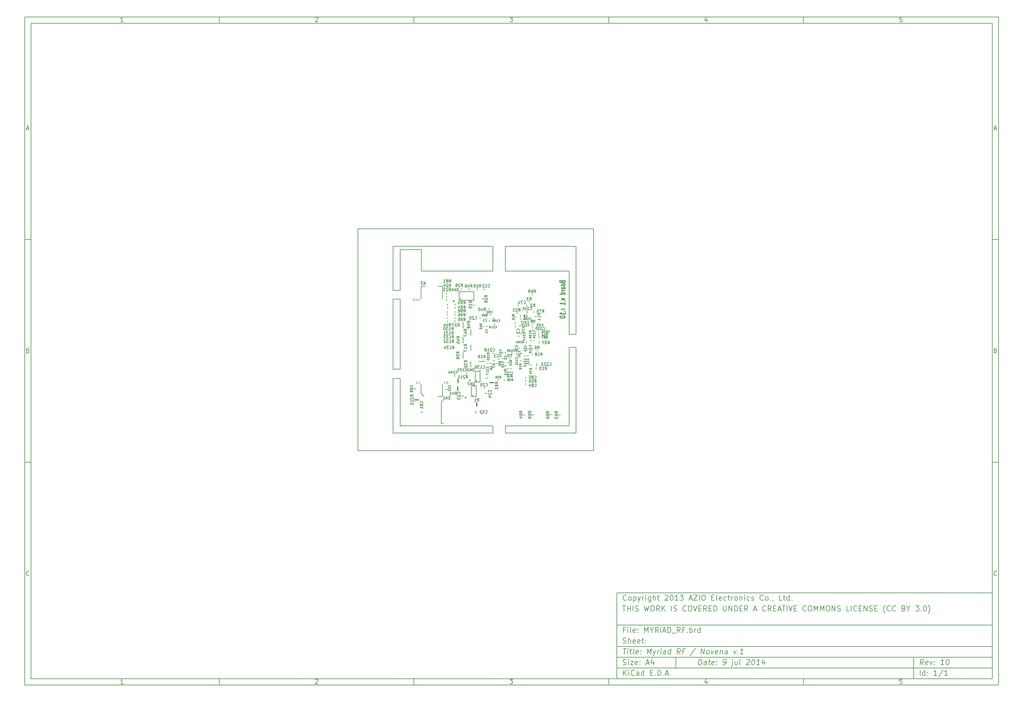
<source format=gbo>
G04 (created by PCBNEW (2013-07-07 BZR 4022)-stable) date 09/07/2014 14:33:10*
%MOIN*%
G04 Gerber Fmt 3.4, Leading zero omitted, Abs format*
%FSLAX34Y34*%
G01*
G70*
G90*
G04 APERTURE LIST*
%ADD10C,0.00590551*%
%ADD11C,0.0077*%
%ADD12C,0.00984252*%
%ADD13C,0.0049*%
%ADD14C,0.0117*%
%ADD15C,0.005*%
%ADD16C,0.0059*%
%ADD17C,0.0078*%
%ADD18C,0.00787402*%
%ADD19C,0.00688976*%
G04 APERTURE END LIST*
G54D10*
X4000Y-4000D02*
X112930Y-4000D01*
X112930Y-78680D01*
X4000Y-78680D01*
X4000Y-4000D01*
X4700Y-4700D02*
X112230Y-4700D01*
X112230Y-77980D01*
X4700Y-77980D01*
X4700Y-4700D01*
X25780Y-4000D02*
X25780Y-4700D01*
X15032Y-4552D02*
X14747Y-4552D01*
X14890Y-4552D02*
X14890Y-4052D01*
X14842Y-4123D01*
X14794Y-4171D01*
X14747Y-4195D01*
X25780Y-78680D02*
X25780Y-77980D01*
X15032Y-78532D02*
X14747Y-78532D01*
X14890Y-78532D02*
X14890Y-78032D01*
X14842Y-78103D01*
X14794Y-78151D01*
X14747Y-78175D01*
X47560Y-4000D02*
X47560Y-4700D01*
X36527Y-4100D02*
X36550Y-4076D01*
X36598Y-4052D01*
X36717Y-4052D01*
X36765Y-4076D01*
X36789Y-4100D01*
X36812Y-4147D01*
X36812Y-4195D01*
X36789Y-4266D01*
X36503Y-4552D01*
X36812Y-4552D01*
X47560Y-78680D02*
X47560Y-77980D01*
X36527Y-78080D02*
X36550Y-78056D01*
X36598Y-78032D01*
X36717Y-78032D01*
X36765Y-78056D01*
X36789Y-78080D01*
X36812Y-78127D01*
X36812Y-78175D01*
X36789Y-78246D01*
X36503Y-78532D01*
X36812Y-78532D01*
X69340Y-4000D02*
X69340Y-4700D01*
X58283Y-4052D02*
X58592Y-4052D01*
X58426Y-4242D01*
X58497Y-4242D01*
X58545Y-4266D01*
X58569Y-4290D01*
X58592Y-4338D01*
X58592Y-4457D01*
X58569Y-4504D01*
X58545Y-4528D01*
X58497Y-4552D01*
X58354Y-4552D01*
X58307Y-4528D01*
X58283Y-4504D01*
X69340Y-78680D02*
X69340Y-77980D01*
X58283Y-78032D02*
X58592Y-78032D01*
X58426Y-78222D01*
X58497Y-78222D01*
X58545Y-78246D01*
X58569Y-78270D01*
X58592Y-78318D01*
X58592Y-78437D01*
X58569Y-78484D01*
X58545Y-78508D01*
X58497Y-78532D01*
X58354Y-78532D01*
X58307Y-78508D01*
X58283Y-78484D01*
X91120Y-4000D02*
X91120Y-4700D01*
X80325Y-4219D02*
X80325Y-4552D01*
X80206Y-4028D02*
X80087Y-4385D01*
X80396Y-4385D01*
X91120Y-78680D02*
X91120Y-77980D01*
X80325Y-78199D02*
X80325Y-78532D01*
X80206Y-78008D02*
X80087Y-78365D01*
X80396Y-78365D01*
X102129Y-4052D02*
X101890Y-4052D01*
X101867Y-4290D01*
X101890Y-4266D01*
X101938Y-4242D01*
X102057Y-4242D01*
X102105Y-4266D01*
X102129Y-4290D01*
X102152Y-4338D01*
X102152Y-4457D01*
X102129Y-4504D01*
X102105Y-4528D01*
X102057Y-4552D01*
X101938Y-4552D01*
X101890Y-4528D01*
X101867Y-4504D01*
X102129Y-78032D02*
X101890Y-78032D01*
X101867Y-78270D01*
X101890Y-78246D01*
X101938Y-78222D01*
X102057Y-78222D01*
X102105Y-78246D01*
X102129Y-78270D01*
X102152Y-78318D01*
X102152Y-78437D01*
X102129Y-78484D01*
X102105Y-78508D01*
X102057Y-78532D01*
X101938Y-78532D01*
X101890Y-78508D01*
X101867Y-78484D01*
X4000Y-28890D02*
X4700Y-28890D01*
X4230Y-16509D02*
X4469Y-16509D01*
X4183Y-16652D02*
X4350Y-16152D01*
X4516Y-16652D01*
X112930Y-28890D02*
X112230Y-28890D01*
X112460Y-16509D02*
X112699Y-16509D01*
X112413Y-16652D02*
X112580Y-16152D01*
X112746Y-16652D01*
X4000Y-53780D02*
X4700Y-53780D01*
X4385Y-41280D02*
X4457Y-41304D01*
X4480Y-41328D01*
X4504Y-41375D01*
X4504Y-41447D01*
X4480Y-41494D01*
X4457Y-41518D01*
X4409Y-41542D01*
X4219Y-41542D01*
X4219Y-41042D01*
X4385Y-41042D01*
X4433Y-41066D01*
X4457Y-41090D01*
X4480Y-41137D01*
X4480Y-41185D01*
X4457Y-41232D01*
X4433Y-41256D01*
X4385Y-41280D01*
X4219Y-41280D01*
X112930Y-53780D02*
X112230Y-53780D01*
X112615Y-41280D02*
X112687Y-41304D01*
X112710Y-41328D01*
X112734Y-41375D01*
X112734Y-41447D01*
X112710Y-41494D01*
X112687Y-41518D01*
X112639Y-41542D01*
X112449Y-41542D01*
X112449Y-41042D01*
X112615Y-41042D01*
X112663Y-41066D01*
X112687Y-41090D01*
X112710Y-41137D01*
X112710Y-41185D01*
X112687Y-41232D01*
X112663Y-41256D01*
X112615Y-41280D01*
X112449Y-41280D01*
X4504Y-66384D02*
X4480Y-66408D01*
X4409Y-66432D01*
X4361Y-66432D01*
X4290Y-66408D01*
X4242Y-66360D01*
X4219Y-66313D01*
X4195Y-66218D01*
X4195Y-66146D01*
X4219Y-66051D01*
X4242Y-66003D01*
X4290Y-65956D01*
X4361Y-65932D01*
X4409Y-65932D01*
X4480Y-65956D01*
X4504Y-65980D01*
X112734Y-66384D02*
X112710Y-66408D01*
X112639Y-66432D01*
X112591Y-66432D01*
X112520Y-66408D01*
X112472Y-66360D01*
X112449Y-66313D01*
X112425Y-66218D01*
X112425Y-66146D01*
X112449Y-66051D01*
X112472Y-66003D01*
X112520Y-65956D01*
X112591Y-65932D01*
X112639Y-65932D01*
X112710Y-65956D01*
X112734Y-65980D01*
X79380Y-76422D02*
X79455Y-75822D01*
X79597Y-75822D01*
X79680Y-75851D01*
X79730Y-75908D01*
X79751Y-75965D01*
X79765Y-76080D01*
X79755Y-76165D01*
X79712Y-76280D01*
X79676Y-76337D01*
X79612Y-76394D01*
X79522Y-76422D01*
X79380Y-76422D01*
X80237Y-76422D02*
X80276Y-76108D01*
X80255Y-76051D01*
X80201Y-76022D01*
X80087Y-76022D01*
X80026Y-76051D01*
X80240Y-76394D02*
X80180Y-76422D01*
X80037Y-76422D01*
X79983Y-76394D01*
X79962Y-76337D01*
X79969Y-76280D01*
X80005Y-76222D01*
X80065Y-76194D01*
X80208Y-76194D01*
X80269Y-76165D01*
X80487Y-76022D02*
X80715Y-76022D01*
X80597Y-75822D02*
X80533Y-76337D01*
X80555Y-76394D01*
X80608Y-76422D01*
X80665Y-76422D01*
X81097Y-76394D02*
X81037Y-76422D01*
X80922Y-76422D01*
X80869Y-76394D01*
X80847Y-76337D01*
X80876Y-76108D01*
X80912Y-76051D01*
X80972Y-76022D01*
X81087Y-76022D01*
X81140Y-76051D01*
X81162Y-76108D01*
X81155Y-76165D01*
X80862Y-76222D01*
X81387Y-76365D02*
X81412Y-76394D01*
X81380Y-76422D01*
X81355Y-76394D01*
X81387Y-76365D01*
X81380Y-76422D01*
X81426Y-76051D02*
X81451Y-76080D01*
X81419Y-76108D01*
X81394Y-76080D01*
X81426Y-76051D01*
X81419Y-76108D01*
X82151Y-76422D02*
X82265Y-76422D01*
X82326Y-76394D01*
X82358Y-76365D01*
X82426Y-76280D01*
X82469Y-76165D01*
X82497Y-75937D01*
X82476Y-75880D01*
X82451Y-75851D01*
X82397Y-75822D01*
X82283Y-75822D01*
X82222Y-75851D01*
X82190Y-75880D01*
X82155Y-75937D01*
X82137Y-76080D01*
X82158Y-76137D01*
X82183Y-76165D01*
X82237Y-76194D01*
X82351Y-76194D01*
X82412Y-76165D01*
X82444Y-76137D01*
X82480Y-76080D01*
X83201Y-76022D02*
X83137Y-76537D01*
X83101Y-76594D01*
X83040Y-76622D01*
X83012Y-76622D01*
X83226Y-75822D02*
X83194Y-75851D01*
X83219Y-75880D01*
X83251Y-75851D01*
X83226Y-75822D01*
X83219Y-75880D01*
X83744Y-76022D02*
X83694Y-76422D01*
X83487Y-76022D02*
X83447Y-76337D01*
X83469Y-76394D01*
X83522Y-76422D01*
X83608Y-76422D01*
X83669Y-76394D01*
X83701Y-76365D01*
X84065Y-76422D02*
X84012Y-76394D01*
X83990Y-76337D01*
X84055Y-75822D01*
X84790Y-75880D02*
X84822Y-75851D01*
X84883Y-75822D01*
X85026Y-75822D01*
X85080Y-75851D01*
X85105Y-75880D01*
X85126Y-75937D01*
X85119Y-75994D01*
X85080Y-76080D01*
X84694Y-76422D01*
X85065Y-76422D01*
X85512Y-75822D02*
X85569Y-75822D01*
X85622Y-75851D01*
X85647Y-75880D01*
X85669Y-75937D01*
X85683Y-76051D01*
X85665Y-76194D01*
X85622Y-76308D01*
X85587Y-76365D01*
X85555Y-76394D01*
X85494Y-76422D01*
X85437Y-76422D01*
X85383Y-76394D01*
X85358Y-76365D01*
X85337Y-76308D01*
X85322Y-76194D01*
X85340Y-76051D01*
X85383Y-75937D01*
X85419Y-75880D01*
X85451Y-75851D01*
X85512Y-75822D01*
X86208Y-76422D02*
X85865Y-76422D01*
X86037Y-76422D02*
X86112Y-75822D01*
X86044Y-75908D01*
X85980Y-75965D01*
X85919Y-75994D01*
X86772Y-76022D02*
X86722Y-76422D01*
X86658Y-75794D02*
X86462Y-76222D01*
X86833Y-76222D01*
X70972Y-77622D02*
X70972Y-77022D01*
X71315Y-77622D02*
X71058Y-77280D01*
X71315Y-77022D02*
X70972Y-77365D01*
X71572Y-77622D02*
X71572Y-77222D01*
X71572Y-77022D02*
X71544Y-77051D01*
X71572Y-77080D01*
X71601Y-77051D01*
X71572Y-77022D01*
X71572Y-77080D01*
X72201Y-77565D02*
X72172Y-77594D01*
X72087Y-77622D01*
X72030Y-77622D01*
X71944Y-77594D01*
X71887Y-77537D01*
X71858Y-77480D01*
X71830Y-77365D01*
X71830Y-77280D01*
X71858Y-77165D01*
X71887Y-77108D01*
X71944Y-77051D01*
X72030Y-77022D01*
X72087Y-77022D01*
X72172Y-77051D01*
X72201Y-77080D01*
X72715Y-77622D02*
X72715Y-77308D01*
X72687Y-77251D01*
X72630Y-77222D01*
X72515Y-77222D01*
X72458Y-77251D01*
X72715Y-77594D02*
X72658Y-77622D01*
X72515Y-77622D01*
X72458Y-77594D01*
X72430Y-77537D01*
X72430Y-77480D01*
X72458Y-77422D01*
X72515Y-77394D01*
X72658Y-77394D01*
X72715Y-77365D01*
X73258Y-77622D02*
X73258Y-77022D01*
X73258Y-77594D02*
X73201Y-77622D01*
X73087Y-77622D01*
X73030Y-77594D01*
X73001Y-77565D01*
X72972Y-77508D01*
X72972Y-77337D01*
X73001Y-77280D01*
X73030Y-77251D01*
X73087Y-77222D01*
X73201Y-77222D01*
X73258Y-77251D01*
X74001Y-77308D02*
X74201Y-77308D01*
X74287Y-77622D02*
X74001Y-77622D01*
X74001Y-77022D01*
X74287Y-77022D01*
X74544Y-77565D02*
X74572Y-77594D01*
X74544Y-77622D01*
X74515Y-77594D01*
X74544Y-77565D01*
X74544Y-77622D01*
X74829Y-77622D02*
X74829Y-77022D01*
X74972Y-77022D01*
X75058Y-77051D01*
X75115Y-77108D01*
X75144Y-77165D01*
X75172Y-77280D01*
X75172Y-77365D01*
X75144Y-77480D01*
X75115Y-77537D01*
X75058Y-77594D01*
X74972Y-77622D01*
X74829Y-77622D01*
X75429Y-77565D02*
X75458Y-77594D01*
X75429Y-77622D01*
X75401Y-77594D01*
X75429Y-77565D01*
X75429Y-77622D01*
X75687Y-77451D02*
X75972Y-77451D01*
X75629Y-77622D02*
X75829Y-77022D01*
X76029Y-77622D01*
X76229Y-77565D02*
X76258Y-77594D01*
X76229Y-77622D01*
X76201Y-77594D01*
X76229Y-77565D01*
X76229Y-77622D01*
X104522Y-76422D02*
X104358Y-76137D01*
X104180Y-76422D02*
X104255Y-75822D01*
X104483Y-75822D01*
X104537Y-75851D01*
X104562Y-75880D01*
X104583Y-75937D01*
X104572Y-76022D01*
X104537Y-76080D01*
X104505Y-76108D01*
X104444Y-76137D01*
X104215Y-76137D01*
X105012Y-76394D02*
X104951Y-76422D01*
X104837Y-76422D01*
X104783Y-76394D01*
X104762Y-76337D01*
X104790Y-76108D01*
X104826Y-76051D01*
X104887Y-76022D01*
X105001Y-76022D01*
X105055Y-76051D01*
X105076Y-76108D01*
X105069Y-76165D01*
X104776Y-76222D01*
X105287Y-76022D02*
X105380Y-76422D01*
X105572Y-76022D01*
X105758Y-76365D02*
X105783Y-76394D01*
X105751Y-76422D01*
X105726Y-76394D01*
X105758Y-76365D01*
X105751Y-76422D01*
X105797Y-76051D02*
X105822Y-76080D01*
X105790Y-76108D01*
X105765Y-76080D01*
X105797Y-76051D01*
X105790Y-76108D01*
X106808Y-76422D02*
X106465Y-76422D01*
X106637Y-76422D02*
X106712Y-75822D01*
X106644Y-75908D01*
X106580Y-75965D01*
X106519Y-75994D01*
X107255Y-75822D02*
X107312Y-75822D01*
X107365Y-75851D01*
X107390Y-75880D01*
X107412Y-75937D01*
X107426Y-76051D01*
X107408Y-76194D01*
X107365Y-76308D01*
X107330Y-76365D01*
X107297Y-76394D01*
X107237Y-76422D01*
X107180Y-76422D01*
X107126Y-76394D01*
X107101Y-76365D01*
X107080Y-76308D01*
X107065Y-76194D01*
X107083Y-76051D01*
X107126Y-75937D01*
X107162Y-75880D01*
X107194Y-75851D01*
X107255Y-75822D01*
X70944Y-76394D02*
X71030Y-76422D01*
X71172Y-76422D01*
X71230Y-76394D01*
X71258Y-76365D01*
X71287Y-76308D01*
X71287Y-76251D01*
X71258Y-76194D01*
X71230Y-76165D01*
X71172Y-76137D01*
X71058Y-76108D01*
X71001Y-76080D01*
X70972Y-76051D01*
X70944Y-75994D01*
X70944Y-75937D01*
X70972Y-75880D01*
X71001Y-75851D01*
X71058Y-75822D01*
X71201Y-75822D01*
X71287Y-75851D01*
X71544Y-76422D02*
X71544Y-76022D01*
X71544Y-75822D02*
X71515Y-75851D01*
X71544Y-75880D01*
X71572Y-75851D01*
X71544Y-75822D01*
X71544Y-75880D01*
X71772Y-76022D02*
X72087Y-76022D01*
X71772Y-76422D01*
X72087Y-76422D01*
X72544Y-76394D02*
X72487Y-76422D01*
X72372Y-76422D01*
X72315Y-76394D01*
X72287Y-76337D01*
X72287Y-76108D01*
X72315Y-76051D01*
X72372Y-76022D01*
X72487Y-76022D01*
X72544Y-76051D01*
X72572Y-76108D01*
X72572Y-76165D01*
X72287Y-76222D01*
X72830Y-76365D02*
X72858Y-76394D01*
X72830Y-76422D01*
X72801Y-76394D01*
X72830Y-76365D01*
X72830Y-76422D01*
X72830Y-76051D02*
X72858Y-76080D01*
X72830Y-76108D01*
X72801Y-76080D01*
X72830Y-76051D01*
X72830Y-76108D01*
X73544Y-76251D02*
X73830Y-76251D01*
X73487Y-76422D02*
X73687Y-75822D01*
X73887Y-76422D01*
X74344Y-76022D02*
X74344Y-76422D01*
X74201Y-75794D02*
X74058Y-76222D01*
X74430Y-76222D01*
X104172Y-77622D02*
X104172Y-77022D01*
X104715Y-77622D02*
X104715Y-77022D01*
X104715Y-77594D02*
X104658Y-77622D01*
X104544Y-77622D01*
X104487Y-77594D01*
X104458Y-77565D01*
X104430Y-77508D01*
X104430Y-77337D01*
X104458Y-77280D01*
X104487Y-77251D01*
X104544Y-77222D01*
X104658Y-77222D01*
X104715Y-77251D01*
X105001Y-77565D02*
X105030Y-77594D01*
X105001Y-77622D01*
X104972Y-77594D01*
X105001Y-77565D01*
X105001Y-77622D01*
X105001Y-77251D02*
X105030Y-77280D01*
X105001Y-77308D01*
X104972Y-77280D01*
X105001Y-77251D01*
X105001Y-77308D01*
X106058Y-77622D02*
X105715Y-77622D01*
X105887Y-77622D02*
X105887Y-77022D01*
X105829Y-77108D01*
X105772Y-77165D01*
X105715Y-77194D01*
X106744Y-76994D02*
X106230Y-77765D01*
X107258Y-77622D02*
X106915Y-77622D01*
X107087Y-77622D02*
X107087Y-77022D01*
X107029Y-77108D01*
X106972Y-77165D01*
X106915Y-77194D01*
X70969Y-74622D02*
X71312Y-74622D01*
X71065Y-75222D02*
X71140Y-74622D01*
X71437Y-75222D02*
X71487Y-74822D01*
X71512Y-74622D02*
X71480Y-74651D01*
X71505Y-74680D01*
X71537Y-74651D01*
X71512Y-74622D01*
X71505Y-74680D01*
X71687Y-74822D02*
X71915Y-74822D01*
X71797Y-74622D02*
X71733Y-75137D01*
X71755Y-75194D01*
X71808Y-75222D01*
X71865Y-75222D01*
X72151Y-75222D02*
X72097Y-75194D01*
X72076Y-75137D01*
X72140Y-74622D01*
X72612Y-75194D02*
X72551Y-75222D01*
X72437Y-75222D01*
X72383Y-75194D01*
X72362Y-75137D01*
X72390Y-74908D01*
X72426Y-74851D01*
X72487Y-74822D01*
X72601Y-74822D01*
X72655Y-74851D01*
X72676Y-74908D01*
X72669Y-74965D01*
X72376Y-75022D01*
X72901Y-75165D02*
X72926Y-75194D01*
X72894Y-75222D01*
X72869Y-75194D01*
X72901Y-75165D01*
X72894Y-75222D01*
X72940Y-74851D02*
X72965Y-74880D01*
X72933Y-74908D01*
X72908Y-74880D01*
X72940Y-74851D01*
X72933Y-74908D01*
X73637Y-75222D02*
X73712Y-74622D01*
X73858Y-75051D01*
X74112Y-74622D01*
X74037Y-75222D01*
X74315Y-74822D02*
X74408Y-75222D01*
X74601Y-74822D02*
X74408Y-75222D01*
X74333Y-75365D01*
X74301Y-75394D01*
X74240Y-75422D01*
X74780Y-75222D02*
X74830Y-74822D01*
X74815Y-74937D02*
X74851Y-74880D01*
X74883Y-74851D01*
X74944Y-74822D01*
X75001Y-74822D01*
X75151Y-75222D02*
X75201Y-74822D01*
X75226Y-74622D02*
X75194Y-74651D01*
X75219Y-74680D01*
X75251Y-74651D01*
X75226Y-74622D01*
X75219Y-74680D01*
X75694Y-75222D02*
X75733Y-74908D01*
X75712Y-74851D01*
X75658Y-74822D01*
X75544Y-74822D01*
X75483Y-74851D01*
X75697Y-75194D02*
X75637Y-75222D01*
X75494Y-75222D01*
X75440Y-75194D01*
X75419Y-75137D01*
X75426Y-75080D01*
X75462Y-75022D01*
X75522Y-74994D01*
X75665Y-74994D01*
X75726Y-74965D01*
X76237Y-75222D02*
X76312Y-74622D01*
X76240Y-75194D02*
X76180Y-75222D01*
X76065Y-75222D01*
X76012Y-75194D01*
X75987Y-75165D01*
X75965Y-75108D01*
X75987Y-74937D01*
X76022Y-74880D01*
X76055Y-74851D01*
X76115Y-74822D01*
X76230Y-74822D01*
X76283Y-74851D01*
X77322Y-75222D02*
X77158Y-74937D01*
X76980Y-75222D02*
X77055Y-74622D01*
X77283Y-74622D01*
X77337Y-74651D01*
X77362Y-74680D01*
X77383Y-74737D01*
X77372Y-74822D01*
X77337Y-74880D01*
X77305Y-74908D01*
X77244Y-74937D01*
X77015Y-74937D01*
X77819Y-74908D02*
X77619Y-74908D01*
X77580Y-75222D02*
X77655Y-74622D01*
X77940Y-74622D01*
X79058Y-74594D02*
X78447Y-75365D01*
X79637Y-75222D02*
X79712Y-74622D01*
X79980Y-75222D01*
X80055Y-74622D01*
X80351Y-75222D02*
X80297Y-75194D01*
X80272Y-75165D01*
X80251Y-75108D01*
X80272Y-74937D01*
X80308Y-74880D01*
X80340Y-74851D01*
X80401Y-74822D01*
X80487Y-74822D01*
X80540Y-74851D01*
X80565Y-74880D01*
X80587Y-74937D01*
X80565Y-75108D01*
X80530Y-75165D01*
X80497Y-75194D01*
X80437Y-75222D01*
X80351Y-75222D01*
X80801Y-74822D02*
X80894Y-75222D01*
X81087Y-74822D01*
X81497Y-75194D02*
X81437Y-75222D01*
X81322Y-75222D01*
X81269Y-75194D01*
X81247Y-75137D01*
X81276Y-74908D01*
X81312Y-74851D01*
X81372Y-74822D01*
X81487Y-74822D01*
X81540Y-74851D01*
X81562Y-74908D01*
X81555Y-74965D01*
X81262Y-75022D01*
X81830Y-74822D02*
X81780Y-75222D01*
X81822Y-74880D02*
X81855Y-74851D01*
X81915Y-74822D01*
X82001Y-74822D01*
X82055Y-74851D01*
X82076Y-74908D01*
X82037Y-75222D01*
X82580Y-75222D02*
X82619Y-74908D01*
X82597Y-74851D01*
X82544Y-74822D01*
X82430Y-74822D01*
X82369Y-74851D01*
X82583Y-75194D02*
X82522Y-75222D01*
X82380Y-75222D01*
X82326Y-75194D01*
X82305Y-75137D01*
X82312Y-75080D01*
X82347Y-75022D01*
X82408Y-74994D01*
X82551Y-74994D01*
X82612Y-74965D01*
X83315Y-74822D02*
X83408Y-75222D01*
X83601Y-74822D01*
X83787Y-75165D02*
X83812Y-75194D01*
X83780Y-75222D01*
X83755Y-75194D01*
X83787Y-75165D01*
X83780Y-75222D01*
X84380Y-75222D02*
X84037Y-75222D01*
X84208Y-75222D02*
X84283Y-74622D01*
X84215Y-74708D01*
X84151Y-74765D01*
X84090Y-74794D01*
X71172Y-72508D02*
X70972Y-72508D01*
X70972Y-72822D02*
X70972Y-72222D01*
X71258Y-72222D01*
X71487Y-72822D02*
X71487Y-72422D01*
X71487Y-72222D02*
X71458Y-72251D01*
X71487Y-72280D01*
X71515Y-72251D01*
X71487Y-72222D01*
X71487Y-72280D01*
X71858Y-72822D02*
X71801Y-72794D01*
X71772Y-72737D01*
X71772Y-72222D01*
X72315Y-72794D02*
X72258Y-72822D01*
X72144Y-72822D01*
X72087Y-72794D01*
X72058Y-72737D01*
X72058Y-72508D01*
X72087Y-72451D01*
X72144Y-72422D01*
X72258Y-72422D01*
X72315Y-72451D01*
X72344Y-72508D01*
X72344Y-72565D01*
X72058Y-72622D01*
X72601Y-72765D02*
X72630Y-72794D01*
X72601Y-72822D01*
X72572Y-72794D01*
X72601Y-72765D01*
X72601Y-72822D01*
X72601Y-72451D02*
X72630Y-72480D01*
X72601Y-72508D01*
X72572Y-72480D01*
X72601Y-72451D01*
X72601Y-72508D01*
X73344Y-72822D02*
X73344Y-72222D01*
X73544Y-72651D01*
X73744Y-72222D01*
X73744Y-72822D01*
X74144Y-72537D02*
X74144Y-72822D01*
X73944Y-72222D02*
X74144Y-72537D01*
X74344Y-72222D01*
X74887Y-72822D02*
X74687Y-72537D01*
X74544Y-72822D02*
X74544Y-72222D01*
X74772Y-72222D01*
X74830Y-72251D01*
X74858Y-72280D01*
X74887Y-72337D01*
X74887Y-72422D01*
X74858Y-72480D01*
X74830Y-72508D01*
X74772Y-72537D01*
X74544Y-72537D01*
X75144Y-72822D02*
X75144Y-72222D01*
X75401Y-72651D02*
X75687Y-72651D01*
X75344Y-72822D02*
X75544Y-72222D01*
X75744Y-72822D01*
X75944Y-72822D02*
X75944Y-72222D01*
X76087Y-72222D01*
X76172Y-72251D01*
X76230Y-72308D01*
X76258Y-72365D01*
X76287Y-72480D01*
X76287Y-72565D01*
X76258Y-72680D01*
X76230Y-72737D01*
X76172Y-72794D01*
X76087Y-72822D01*
X75944Y-72822D01*
X76401Y-72880D02*
X76858Y-72880D01*
X77344Y-72822D02*
X77144Y-72537D01*
X77001Y-72822D02*
X77001Y-72222D01*
X77230Y-72222D01*
X77287Y-72251D01*
X77315Y-72280D01*
X77344Y-72337D01*
X77344Y-72422D01*
X77315Y-72480D01*
X77287Y-72508D01*
X77230Y-72537D01*
X77001Y-72537D01*
X77801Y-72508D02*
X77601Y-72508D01*
X77601Y-72822D02*
X77601Y-72222D01*
X77887Y-72222D01*
X78115Y-72765D02*
X78144Y-72794D01*
X78115Y-72822D01*
X78087Y-72794D01*
X78115Y-72765D01*
X78115Y-72822D01*
X78401Y-72822D02*
X78401Y-72222D01*
X78401Y-72451D02*
X78458Y-72422D01*
X78572Y-72422D01*
X78630Y-72451D01*
X78658Y-72480D01*
X78687Y-72537D01*
X78687Y-72708D01*
X78658Y-72765D01*
X78630Y-72794D01*
X78572Y-72822D01*
X78458Y-72822D01*
X78401Y-72794D01*
X78944Y-72822D02*
X78944Y-72422D01*
X78944Y-72537D02*
X78972Y-72480D01*
X79001Y-72451D01*
X79058Y-72422D01*
X79115Y-72422D01*
X79572Y-72822D02*
X79572Y-72222D01*
X79572Y-72794D02*
X79515Y-72822D01*
X79401Y-72822D01*
X79344Y-72794D01*
X79315Y-72765D01*
X79287Y-72708D01*
X79287Y-72537D01*
X79315Y-72480D01*
X79344Y-72451D01*
X79401Y-72422D01*
X79515Y-72422D01*
X79572Y-72451D01*
X70944Y-73994D02*
X71030Y-74022D01*
X71172Y-74022D01*
X71230Y-73994D01*
X71258Y-73965D01*
X71287Y-73908D01*
X71287Y-73851D01*
X71258Y-73794D01*
X71230Y-73765D01*
X71172Y-73737D01*
X71058Y-73708D01*
X71001Y-73680D01*
X70972Y-73651D01*
X70944Y-73594D01*
X70944Y-73537D01*
X70972Y-73480D01*
X71001Y-73451D01*
X71058Y-73422D01*
X71201Y-73422D01*
X71287Y-73451D01*
X71544Y-74022D02*
X71544Y-73422D01*
X71801Y-74022D02*
X71801Y-73708D01*
X71772Y-73651D01*
X71715Y-73622D01*
X71630Y-73622D01*
X71572Y-73651D01*
X71544Y-73680D01*
X72315Y-73994D02*
X72258Y-74022D01*
X72144Y-74022D01*
X72087Y-73994D01*
X72058Y-73937D01*
X72058Y-73708D01*
X72087Y-73651D01*
X72144Y-73622D01*
X72258Y-73622D01*
X72315Y-73651D01*
X72344Y-73708D01*
X72344Y-73765D01*
X72058Y-73822D01*
X72830Y-73994D02*
X72772Y-74022D01*
X72658Y-74022D01*
X72601Y-73994D01*
X72572Y-73937D01*
X72572Y-73708D01*
X72601Y-73651D01*
X72658Y-73622D01*
X72772Y-73622D01*
X72830Y-73651D01*
X72858Y-73708D01*
X72858Y-73765D01*
X72572Y-73822D01*
X73030Y-73622D02*
X73258Y-73622D01*
X73115Y-73422D02*
X73115Y-73937D01*
X73144Y-73994D01*
X73201Y-74022D01*
X73258Y-74022D01*
X73458Y-73965D02*
X73487Y-73994D01*
X73458Y-74022D01*
X73430Y-73994D01*
X73458Y-73965D01*
X73458Y-74022D01*
X73458Y-73651D02*
X73487Y-73680D01*
X73458Y-73708D01*
X73430Y-73680D01*
X73458Y-73651D01*
X73458Y-73708D01*
X70887Y-69822D02*
X71230Y-69822D01*
X71058Y-70422D02*
X71058Y-69822D01*
X71430Y-70422D02*
X71430Y-69822D01*
X71430Y-70108D02*
X71772Y-70108D01*
X71772Y-70422D02*
X71772Y-69822D01*
X72058Y-70422D02*
X72058Y-69822D01*
X72315Y-70394D02*
X72401Y-70422D01*
X72544Y-70422D01*
X72601Y-70394D01*
X72629Y-70365D01*
X72658Y-70308D01*
X72658Y-70251D01*
X72629Y-70194D01*
X72601Y-70165D01*
X72544Y-70137D01*
X72429Y-70108D01*
X72372Y-70080D01*
X72344Y-70051D01*
X72315Y-69994D01*
X72315Y-69937D01*
X72344Y-69880D01*
X72372Y-69851D01*
X72429Y-69822D01*
X72572Y-69822D01*
X72658Y-69851D01*
X73315Y-69822D02*
X73458Y-70422D01*
X73572Y-69994D01*
X73687Y-70422D01*
X73830Y-69822D01*
X74172Y-69822D02*
X74287Y-69822D01*
X74344Y-69851D01*
X74401Y-69908D01*
X74430Y-70022D01*
X74430Y-70222D01*
X74401Y-70337D01*
X74344Y-70394D01*
X74287Y-70422D01*
X74172Y-70422D01*
X74115Y-70394D01*
X74058Y-70337D01*
X74030Y-70222D01*
X74030Y-70022D01*
X74058Y-69908D01*
X74115Y-69851D01*
X74172Y-69822D01*
X75029Y-70422D02*
X74829Y-70137D01*
X74687Y-70422D02*
X74687Y-69822D01*
X74915Y-69822D01*
X74972Y-69851D01*
X75001Y-69880D01*
X75029Y-69937D01*
X75029Y-70022D01*
X75001Y-70080D01*
X74972Y-70108D01*
X74915Y-70137D01*
X74687Y-70137D01*
X75287Y-70422D02*
X75287Y-69822D01*
X75629Y-70422D02*
X75372Y-70080D01*
X75629Y-69822D02*
X75287Y-70165D01*
X76344Y-70422D02*
X76344Y-69822D01*
X76601Y-70394D02*
X76687Y-70422D01*
X76829Y-70422D01*
X76887Y-70394D01*
X76915Y-70365D01*
X76944Y-70308D01*
X76944Y-70251D01*
X76915Y-70194D01*
X76887Y-70165D01*
X76829Y-70137D01*
X76715Y-70108D01*
X76658Y-70080D01*
X76629Y-70051D01*
X76601Y-69994D01*
X76601Y-69937D01*
X76629Y-69880D01*
X76658Y-69851D01*
X76715Y-69822D01*
X76858Y-69822D01*
X76944Y-69851D01*
X78001Y-70365D02*
X77972Y-70394D01*
X77887Y-70422D01*
X77830Y-70422D01*
X77744Y-70394D01*
X77687Y-70337D01*
X77658Y-70280D01*
X77630Y-70165D01*
X77630Y-70080D01*
X77658Y-69965D01*
X77687Y-69908D01*
X77744Y-69851D01*
X77830Y-69822D01*
X77887Y-69822D01*
X77972Y-69851D01*
X78001Y-69880D01*
X78372Y-69822D02*
X78487Y-69822D01*
X78544Y-69851D01*
X78601Y-69908D01*
X78630Y-70022D01*
X78630Y-70222D01*
X78601Y-70337D01*
X78544Y-70394D01*
X78487Y-70422D01*
X78372Y-70422D01*
X78315Y-70394D01*
X78258Y-70337D01*
X78230Y-70222D01*
X78230Y-70022D01*
X78258Y-69908D01*
X78315Y-69851D01*
X78372Y-69822D01*
X78801Y-69822D02*
X79001Y-70422D01*
X79201Y-69822D01*
X79401Y-70108D02*
X79601Y-70108D01*
X79687Y-70422D02*
X79401Y-70422D01*
X79401Y-69822D01*
X79687Y-69822D01*
X80287Y-70422D02*
X80087Y-70137D01*
X79944Y-70422D02*
X79944Y-69822D01*
X80172Y-69822D01*
X80229Y-69851D01*
X80258Y-69880D01*
X80287Y-69937D01*
X80287Y-70022D01*
X80258Y-70080D01*
X80229Y-70108D01*
X80172Y-70137D01*
X79944Y-70137D01*
X80544Y-70108D02*
X80744Y-70108D01*
X80829Y-70422D02*
X80544Y-70422D01*
X80544Y-69822D01*
X80829Y-69822D01*
X81087Y-70422D02*
X81087Y-69822D01*
X81229Y-69822D01*
X81315Y-69851D01*
X81372Y-69908D01*
X81401Y-69965D01*
X81429Y-70080D01*
X81429Y-70165D01*
X81401Y-70280D01*
X81372Y-70337D01*
X81315Y-70394D01*
X81229Y-70422D01*
X81087Y-70422D01*
X82144Y-69822D02*
X82144Y-70308D01*
X82172Y-70365D01*
X82201Y-70394D01*
X82258Y-70422D01*
X82372Y-70422D01*
X82429Y-70394D01*
X82458Y-70365D01*
X82487Y-70308D01*
X82487Y-69822D01*
X82772Y-70422D02*
X82772Y-69822D01*
X83115Y-70422D01*
X83115Y-69822D01*
X83401Y-70422D02*
X83401Y-69822D01*
X83544Y-69822D01*
X83629Y-69851D01*
X83687Y-69908D01*
X83715Y-69965D01*
X83744Y-70080D01*
X83744Y-70165D01*
X83715Y-70280D01*
X83687Y-70337D01*
X83629Y-70394D01*
X83544Y-70422D01*
X83401Y-70422D01*
X84001Y-70108D02*
X84201Y-70108D01*
X84287Y-70422D02*
X84001Y-70422D01*
X84001Y-69822D01*
X84287Y-69822D01*
X84887Y-70422D02*
X84687Y-70137D01*
X84544Y-70422D02*
X84544Y-69822D01*
X84772Y-69822D01*
X84829Y-69851D01*
X84858Y-69880D01*
X84887Y-69937D01*
X84887Y-70022D01*
X84858Y-70080D01*
X84829Y-70108D01*
X84772Y-70137D01*
X84544Y-70137D01*
X85572Y-70251D02*
X85858Y-70251D01*
X85515Y-70422D02*
X85715Y-69822D01*
X85915Y-70422D01*
X86915Y-70365D02*
X86887Y-70394D01*
X86801Y-70422D01*
X86744Y-70422D01*
X86658Y-70394D01*
X86601Y-70337D01*
X86572Y-70280D01*
X86544Y-70165D01*
X86544Y-70080D01*
X86572Y-69965D01*
X86601Y-69908D01*
X86658Y-69851D01*
X86744Y-69822D01*
X86801Y-69822D01*
X86887Y-69851D01*
X86915Y-69880D01*
X87515Y-70422D02*
X87315Y-70137D01*
X87172Y-70422D02*
X87172Y-69822D01*
X87401Y-69822D01*
X87458Y-69851D01*
X87487Y-69880D01*
X87515Y-69937D01*
X87515Y-70022D01*
X87487Y-70080D01*
X87458Y-70108D01*
X87401Y-70137D01*
X87172Y-70137D01*
X87772Y-70108D02*
X87972Y-70108D01*
X88058Y-70422D02*
X87772Y-70422D01*
X87772Y-69822D01*
X88058Y-69822D01*
X88287Y-70251D02*
X88572Y-70251D01*
X88229Y-70422D02*
X88429Y-69822D01*
X88629Y-70422D01*
X88744Y-69822D02*
X89087Y-69822D01*
X88915Y-70422D02*
X88915Y-69822D01*
X89287Y-70422D02*
X89287Y-69822D01*
X89487Y-69822D02*
X89687Y-70422D01*
X89887Y-69822D01*
X90087Y-70108D02*
X90287Y-70108D01*
X90372Y-70422D02*
X90087Y-70422D01*
X90087Y-69822D01*
X90372Y-69822D01*
X91429Y-70365D02*
X91401Y-70394D01*
X91315Y-70422D01*
X91258Y-70422D01*
X91172Y-70394D01*
X91115Y-70337D01*
X91087Y-70280D01*
X91058Y-70165D01*
X91058Y-70080D01*
X91087Y-69965D01*
X91115Y-69908D01*
X91172Y-69851D01*
X91258Y-69822D01*
X91315Y-69822D01*
X91401Y-69851D01*
X91429Y-69880D01*
X91801Y-69822D02*
X91915Y-69822D01*
X91972Y-69851D01*
X92029Y-69908D01*
X92058Y-70022D01*
X92058Y-70222D01*
X92029Y-70337D01*
X91972Y-70394D01*
X91915Y-70422D01*
X91801Y-70422D01*
X91744Y-70394D01*
X91687Y-70337D01*
X91658Y-70222D01*
X91658Y-70022D01*
X91687Y-69908D01*
X91744Y-69851D01*
X91801Y-69822D01*
X92315Y-70422D02*
X92315Y-69822D01*
X92515Y-70251D01*
X92715Y-69822D01*
X92715Y-70422D01*
X93001Y-70422D02*
X93001Y-69822D01*
X93201Y-70251D01*
X93401Y-69822D01*
X93401Y-70422D01*
X93801Y-69822D02*
X93915Y-69822D01*
X93972Y-69851D01*
X94029Y-69908D01*
X94058Y-70022D01*
X94058Y-70222D01*
X94029Y-70337D01*
X93972Y-70394D01*
X93915Y-70422D01*
X93801Y-70422D01*
X93744Y-70394D01*
X93687Y-70337D01*
X93658Y-70222D01*
X93658Y-70022D01*
X93687Y-69908D01*
X93744Y-69851D01*
X93801Y-69822D01*
X94315Y-70422D02*
X94315Y-69822D01*
X94658Y-70422D01*
X94658Y-69822D01*
X94915Y-70394D02*
X95001Y-70422D01*
X95144Y-70422D01*
X95201Y-70394D01*
X95229Y-70365D01*
X95258Y-70308D01*
X95258Y-70251D01*
X95229Y-70194D01*
X95201Y-70165D01*
X95144Y-70137D01*
X95029Y-70108D01*
X94972Y-70080D01*
X94944Y-70051D01*
X94915Y-69994D01*
X94915Y-69937D01*
X94944Y-69880D01*
X94972Y-69851D01*
X95029Y-69822D01*
X95172Y-69822D01*
X95258Y-69851D01*
X96258Y-70422D02*
X95972Y-70422D01*
X95972Y-69822D01*
X96458Y-70422D02*
X96458Y-69822D01*
X97087Y-70365D02*
X97058Y-70394D01*
X96972Y-70422D01*
X96915Y-70422D01*
X96829Y-70394D01*
X96772Y-70337D01*
X96744Y-70280D01*
X96715Y-70165D01*
X96715Y-70080D01*
X96744Y-69965D01*
X96772Y-69908D01*
X96829Y-69851D01*
X96915Y-69822D01*
X96972Y-69822D01*
X97058Y-69851D01*
X97087Y-69880D01*
X97344Y-70108D02*
X97544Y-70108D01*
X97629Y-70422D02*
X97344Y-70422D01*
X97344Y-69822D01*
X97629Y-69822D01*
X97887Y-70422D02*
X97887Y-69822D01*
X98229Y-70422D01*
X98229Y-69822D01*
X98487Y-70394D02*
X98572Y-70422D01*
X98715Y-70422D01*
X98772Y-70394D01*
X98801Y-70365D01*
X98829Y-70308D01*
X98829Y-70251D01*
X98801Y-70194D01*
X98772Y-70165D01*
X98715Y-70137D01*
X98601Y-70108D01*
X98544Y-70080D01*
X98515Y-70051D01*
X98487Y-69994D01*
X98487Y-69937D01*
X98515Y-69880D01*
X98544Y-69851D01*
X98601Y-69822D01*
X98744Y-69822D01*
X98829Y-69851D01*
X99087Y-70108D02*
X99287Y-70108D01*
X99372Y-70422D02*
X99087Y-70422D01*
X99087Y-69822D01*
X99372Y-69822D01*
X100258Y-70651D02*
X100229Y-70622D01*
X100172Y-70537D01*
X100144Y-70480D01*
X100115Y-70394D01*
X100087Y-70251D01*
X100087Y-70137D01*
X100115Y-69994D01*
X100144Y-69908D01*
X100172Y-69851D01*
X100229Y-69765D01*
X100258Y-69737D01*
X100829Y-70365D02*
X100801Y-70394D01*
X100715Y-70422D01*
X100658Y-70422D01*
X100572Y-70394D01*
X100515Y-70337D01*
X100487Y-70280D01*
X100458Y-70165D01*
X100458Y-70080D01*
X100487Y-69965D01*
X100515Y-69908D01*
X100572Y-69851D01*
X100658Y-69822D01*
X100715Y-69822D01*
X100801Y-69851D01*
X100829Y-69880D01*
X101429Y-70365D02*
X101401Y-70394D01*
X101315Y-70422D01*
X101258Y-70422D01*
X101172Y-70394D01*
X101115Y-70337D01*
X101087Y-70280D01*
X101058Y-70165D01*
X101058Y-70080D01*
X101087Y-69965D01*
X101115Y-69908D01*
X101172Y-69851D01*
X101258Y-69822D01*
X101315Y-69822D01*
X101401Y-69851D01*
X101429Y-69880D01*
X102344Y-70108D02*
X102429Y-70137D01*
X102458Y-70165D01*
X102487Y-70222D01*
X102487Y-70308D01*
X102458Y-70365D01*
X102429Y-70394D01*
X102372Y-70422D01*
X102144Y-70422D01*
X102144Y-69822D01*
X102344Y-69822D01*
X102401Y-69851D01*
X102429Y-69880D01*
X102458Y-69937D01*
X102458Y-69994D01*
X102429Y-70051D01*
X102401Y-70080D01*
X102344Y-70108D01*
X102144Y-70108D01*
X102858Y-70137D02*
X102858Y-70422D01*
X102658Y-69822D02*
X102858Y-70137D01*
X103058Y-69822D01*
X103658Y-69822D02*
X104029Y-69822D01*
X103829Y-70051D01*
X103915Y-70051D01*
X103972Y-70080D01*
X104001Y-70108D01*
X104029Y-70165D01*
X104029Y-70308D01*
X104001Y-70365D01*
X103972Y-70394D01*
X103915Y-70422D01*
X103744Y-70422D01*
X103687Y-70394D01*
X103658Y-70365D01*
X104287Y-70365D02*
X104315Y-70394D01*
X104287Y-70422D01*
X104258Y-70394D01*
X104287Y-70365D01*
X104287Y-70422D01*
X104687Y-69822D02*
X104744Y-69822D01*
X104801Y-69851D01*
X104829Y-69880D01*
X104858Y-69937D01*
X104887Y-70051D01*
X104887Y-70194D01*
X104858Y-70308D01*
X104829Y-70365D01*
X104801Y-70394D01*
X104744Y-70422D01*
X104687Y-70422D01*
X104629Y-70394D01*
X104601Y-70365D01*
X104572Y-70308D01*
X104544Y-70194D01*
X104544Y-70051D01*
X104572Y-69937D01*
X104601Y-69880D01*
X104629Y-69851D01*
X104687Y-69822D01*
X105087Y-70651D02*
X105115Y-70622D01*
X105172Y-70537D01*
X105201Y-70480D01*
X105229Y-70394D01*
X105258Y-70251D01*
X105258Y-70137D01*
X105229Y-69994D01*
X105201Y-69908D01*
X105172Y-69851D01*
X105115Y-69765D01*
X105087Y-69737D01*
X71315Y-69165D02*
X71287Y-69194D01*
X71201Y-69222D01*
X71144Y-69222D01*
X71058Y-69194D01*
X71001Y-69137D01*
X70972Y-69080D01*
X70944Y-68965D01*
X70944Y-68880D01*
X70972Y-68765D01*
X71001Y-68708D01*
X71058Y-68651D01*
X71144Y-68622D01*
X71201Y-68622D01*
X71287Y-68651D01*
X71315Y-68680D01*
X71658Y-69222D02*
X71601Y-69194D01*
X71572Y-69165D01*
X71544Y-69108D01*
X71544Y-68937D01*
X71572Y-68880D01*
X71601Y-68851D01*
X71658Y-68822D01*
X71744Y-68822D01*
X71801Y-68851D01*
X71830Y-68880D01*
X71858Y-68937D01*
X71858Y-69108D01*
X71830Y-69165D01*
X71801Y-69194D01*
X71744Y-69222D01*
X71658Y-69222D01*
X72115Y-68822D02*
X72115Y-69422D01*
X72115Y-68851D02*
X72172Y-68822D01*
X72287Y-68822D01*
X72344Y-68851D01*
X72372Y-68880D01*
X72401Y-68937D01*
X72401Y-69108D01*
X72372Y-69165D01*
X72344Y-69194D01*
X72287Y-69222D01*
X72172Y-69222D01*
X72115Y-69194D01*
X72601Y-68822D02*
X72744Y-69222D01*
X72887Y-68822D02*
X72744Y-69222D01*
X72687Y-69365D01*
X72658Y-69394D01*
X72601Y-69422D01*
X73115Y-69222D02*
X73115Y-68822D01*
X73115Y-68937D02*
X73144Y-68880D01*
X73172Y-68851D01*
X73230Y-68822D01*
X73287Y-68822D01*
X73487Y-69222D02*
X73487Y-68822D01*
X73487Y-68622D02*
X73458Y-68651D01*
X73487Y-68680D01*
X73515Y-68651D01*
X73487Y-68622D01*
X73487Y-68680D01*
X74030Y-68822D02*
X74030Y-69308D01*
X74001Y-69365D01*
X73972Y-69394D01*
X73915Y-69422D01*
X73830Y-69422D01*
X73772Y-69394D01*
X74030Y-69194D02*
X73972Y-69222D01*
X73858Y-69222D01*
X73801Y-69194D01*
X73772Y-69165D01*
X73744Y-69108D01*
X73744Y-68937D01*
X73772Y-68880D01*
X73801Y-68851D01*
X73858Y-68822D01*
X73972Y-68822D01*
X74030Y-68851D01*
X74315Y-69222D02*
X74315Y-68622D01*
X74572Y-69222D02*
X74572Y-68908D01*
X74544Y-68851D01*
X74487Y-68822D01*
X74401Y-68822D01*
X74344Y-68851D01*
X74315Y-68880D01*
X74772Y-68822D02*
X75001Y-68822D01*
X74858Y-68622D02*
X74858Y-69137D01*
X74887Y-69194D01*
X74944Y-69222D01*
X75001Y-69222D01*
X75630Y-68680D02*
X75658Y-68651D01*
X75715Y-68622D01*
X75858Y-68622D01*
X75915Y-68651D01*
X75944Y-68680D01*
X75972Y-68737D01*
X75972Y-68794D01*
X75944Y-68880D01*
X75601Y-69222D01*
X75972Y-69222D01*
X76344Y-68622D02*
X76401Y-68622D01*
X76458Y-68651D01*
X76487Y-68680D01*
X76515Y-68737D01*
X76544Y-68851D01*
X76544Y-68994D01*
X76515Y-69108D01*
X76487Y-69165D01*
X76458Y-69194D01*
X76401Y-69222D01*
X76344Y-69222D01*
X76287Y-69194D01*
X76258Y-69165D01*
X76230Y-69108D01*
X76201Y-68994D01*
X76201Y-68851D01*
X76230Y-68737D01*
X76258Y-68680D01*
X76287Y-68651D01*
X76344Y-68622D01*
X77115Y-69222D02*
X76772Y-69222D01*
X76944Y-69222D02*
X76944Y-68622D01*
X76887Y-68708D01*
X76830Y-68765D01*
X76772Y-68794D01*
X77315Y-68622D02*
X77687Y-68622D01*
X77487Y-68851D01*
X77572Y-68851D01*
X77630Y-68880D01*
X77658Y-68908D01*
X77687Y-68965D01*
X77687Y-69108D01*
X77658Y-69165D01*
X77630Y-69194D01*
X77572Y-69222D01*
X77401Y-69222D01*
X77344Y-69194D01*
X77315Y-69165D01*
X78372Y-69051D02*
X78658Y-69051D01*
X78315Y-69222D02*
X78515Y-68622D01*
X78715Y-69222D01*
X78858Y-68622D02*
X79258Y-68622D01*
X78858Y-69222D01*
X79258Y-69222D01*
X79487Y-69222D02*
X79487Y-68622D01*
X79887Y-68622D02*
X80001Y-68622D01*
X80058Y-68651D01*
X80115Y-68708D01*
X80144Y-68822D01*
X80144Y-69022D01*
X80115Y-69137D01*
X80058Y-69194D01*
X80001Y-69222D01*
X79887Y-69222D01*
X79830Y-69194D01*
X79772Y-69137D01*
X79744Y-69022D01*
X79744Y-68822D01*
X79772Y-68708D01*
X79830Y-68651D01*
X79887Y-68622D01*
X80858Y-68908D02*
X81058Y-68908D01*
X81144Y-69222D02*
X80858Y-69222D01*
X80858Y-68622D01*
X81144Y-68622D01*
X81487Y-69222D02*
X81430Y-69194D01*
X81401Y-69137D01*
X81401Y-68622D01*
X81944Y-69194D02*
X81887Y-69222D01*
X81772Y-69222D01*
X81715Y-69194D01*
X81687Y-69137D01*
X81687Y-68908D01*
X81715Y-68851D01*
X81772Y-68822D01*
X81887Y-68822D01*
X81944Y-68851D01*
X81972Y-68908D01*
X81972Y-68965D01*
X81687Y-69022D01*
X82487Y-69194D02*
X82430Y-69222D01*
X82315Y-69222D01*
X82258Y-69194D01*
X82230Y-69165D01*
X82201Y-69108D01*
X82201Y-68937D01*
X82230Y-68880D01*
X82258Y-68851D01*
X82315Y-68822D01*
X82430Y-68822D01*
X82487Y-68851D01*
X82658Y-68822D02*
X82887Y-68822D01*
X82744Y-68622D02*
X82744Y-69137D01*
X82772Y-69194D01*
X82830Y-69222D01*
X82887Y-69222D01*
X83087Y-69222D02*
X83087Y-68822D01*
X83087Y-68937D02*
X83115Y-68880D01*
X83144Y-68851D01*
X83201Y-68822D01*
X83258Y-68822D01*
X83544Y-69222D02*
X83487Y-69194D01*
X83458Y-69165D01*
X83430Y-69108D01*
X83430Y-68937D01*
X83458Y-68880D01*
X83487Y-68851D01*
X83544Y-68822D01*
X83630Y-68822D01*
X83687Y-68851D01*
X83715Y-68880D01*
X83744Y-68937D01*
X83744Y-69108D01*
X83715Y-69165D01*
X83687Y-69194D01*
X83630Y-69222D01*
X83544Y-69222D01*
X84001Y-68822D02*
X84001Y-69222D01*
X84001Y-68880D02*
X84030Y-68851D01*
X84087Y-68822D01*
X84172Y-68822D01*
X84230Y-68851D01*
X84258Y-68908D01*
X84258Y-69222D01*
X84544Y-69222D02*
X84544Y-68822D01*
X84544Y-68622D02*
X84515Y-68651D01*
X84544Y-68680D01*
X84572Y-68651D01*
X84544Y-68622D01*
X84544Y-68680D01*
X85087Y-69194D02*
X85030Y-69222D01*
X84915Y-69222D01*
X84858Y-69194D01*
X84830Y-69165D01*
X84801Y-69108D01*
X84801Y-68937D01*
X84830Y-68880D01*
X84858Y-68851D01*
X84915Y-68822D01*
X85030Y-68822D01*
X85087Y-68851D01*
X85315Y-69194D02*
X85372Y-69222D01*
X85487Y-69222D01*
X85544Y-69194D01*
X85572Y-69137D01*
X85572Y-69108D01*
X85544Y-69051D01*
X85487Y-69022D01*
X85401Y-69022D01*
X85344Y-68994D01*
X85315Y-68937D01*
X85315Y-68908D01*
X85344Y-68851D01*
X85401Y-68822D01*
X85487Y-68822D01*
X85544Y-68851D01*
X86630Y-69165D02*
X86601Y-69194D01*
X86515Y-69222D01*
X86458Y-69222D01*
X86372Y-69194D01*
X86315Y-69137D01*
X86287Y-69080D01*
X86258Y-68965D01*
X86258Y-68880D01*
X86287Y-68765D01*
X86315Y-68708D01*
X86372Y-68651D01*
X86458Y-68622D01*
X86515Y-68622D01*
X86601Y-68651D01*
X86630Y-68680D01*
X86972Y-69222D02*
X86915Y-69194D01*
X86887Y-69165D01*
X86858Y-69108D01*
X86858Y-68937D01*
X86887Y-68880D01*
X86915Y-68851D01*
X86972Y-68822D01*
X87058Y-68822D01*
X87115Y-68851D01*
X87144Y-68880D01*
X87172Y-68937D01*
X87172Y-69108D01*
X87144Y-69165D01*
X87115Y-69194D01*
X87058Y-69222D01*
X86972Y-69222D01*
X87430Y-69165D02*
X87458Y-69194D01*
X87430Y-69222D01*
X87401Y-69194D01*
X87430Y-69165D01*
X87430Y-69222D01*
X87744Y-69194D02*
X87744Y-69222D01*
X87715Y-69280D01*
X87687Y-69308D01*
X88744Y-69222D02*
X88458Y-69222D01*
X88458Y-68622D01*
X88858Y-68822D02*
X89087Y-68822D01*
X88944Y-68622D02*
X88944Y-69137D01*
X88972Y-69194D01*
X89030Y-69222D01*
X89087Y-69222D01*
X89544Y-69222D02*
X89544Y-68622D01*
X89544Y-69194D02*
X89487Y-69222D01*
X89372Y-69222D01*
X89315Y-69194D01*
X89287Y-69165D01*
X89258Y-69108D01*
X89258Y-68937D01*
X89287Y-68880D01*
X89315Y-68851D01*
X89372Y-68822D01*
X89487Y-68822D01*
X89544Y-68851D01*
X89830Y-69165D02*
X89858Y-69194D01*
X89830Y-69222D01*
X89801Y-69194D01*
X89830Y-69165D01*
X89830Y-69222D01*
X70230Y-68380D02*
X70230Y-77980D01*
X70230Y-71980D02*
X112230Y-71980D01*
X70230Y-68380D02*
X112230Y-68380D01*
X70230Y-74380D02*
X112230Y-74380D01*
X103430Y-75580D02*
X103430Y-77980D01*
X70230Y-76780D02*
X112230Y-76780D01*
X70230Y-75580D02*
X112230Y-75580D01*
X76830Y-75580D02*
X76830Y-76780D01*
G54D11*
X46007Y-30019D02*
X48370Y-30019D01*
X48370Y-30019D02*
X48370Y-32401D01*
X48370Y-32401D02*
X56384Y-32401D01*
X46007Y-30019D02*
X46007Y-34570D01*
G54D12*
X64142Y-33601D02*
X64170Y-33657D01*
X64198Y-33676D01*
X64254Y-33695D01*
X64339Y-33695D01*
X64395Y-33676D01*
X64423Y-33657D01*
X64451Y-33620D01*
X64451Y-33470D01*
X63861Y-33470D01*
X63861Y-33601D01*
X63889Y-33638D01*
X63917Y-33657D01*
X63973Y-33676D01*
X64029Y-33676D01*
X64086Y-33657D01*
X64114Y-33638D01*
X64142Y-33601D01*
X64142Y-33470D01*
X64451Y-33920D02*
X64423Y-33882D01*
X64395Y-33863D01*
X64339Y-33845D01*
X64170Y-33845D01*
X64114Y-33863D01*
X64086Y-33882D01*
X64057Y-33920D01*
X64057Y-33976D01*
X64086Y-34013D01*
X64114Y-34032D01*
X64170Y-34051D01*
X64339Y-34051D01*
X64395Y-34032D01*
X64423Y-34013D01*
X64451Y-33976D01*
X64451Y-33920D01*
X64451Y-34388D02*
X64142Y-34388D01*
X64086Y-34370D01*
X64057Y-34332D01*
X64057Y-34257D01*
X64086Y-34220D01*
X64423Y-34388D02*
X64451Y-34351D01*
X64451Y-34257D01*
X64423Y-34220D01*
X64367Y-34201D01*
X64311Y-34201D01*
X64254Y-34220D01*
X64226Y-34257D01*
X64226Y-34351D01*
X64198Y-34388D01*
X64451Y-34576D02*
X64057Y-34576D01*
X64170Y-34576D02*
X64114Y-34595D01*
X64086Y-34613D01*
X64057Y-34651D01*
X64057Y-34688D01*
X64451Y-34988D02*
X63861Y-34988D01*
X64423Y-34988D02*
X64451Y-34951D01*
X64451Y-34876D01*
X64423Y-34838D01*
X64395Y-34820D01*
X64339Y-34801D01*
X64170Y-34801D01*
X64114Y-34820D01*
X64086Y-34838D01*
X64057Y-34876D01*
X64057Y-34951D01*
X64086Y-34988D01*
X64057Y-35438D02*
X64451Y-35532D01*
X64057Y-35626D01*
X64395Y-35776D02*
X64423Y-35794D01*
X64451Y-35776D01*
X64423Y-35757D01*
X64395Y-35776D01*
X64451Y-35776D01*
X64451Y-36169D02*
X64451Y-35944D01*
X64451Y-36057D02*
X63861Y-36057D01*
X63945Y-36019D01*
X64001Y-35982D01*
X64029Y-35944D01*
X64451Y-36638D02*
X64057Y-36638D01*
X64170Y-36638D02*
X64114Y-36657D01*
X64086Y-36676D01*
X64057Y-36713D01*
X64057Y-36751D01*
X64395Y-36882D02*
X64423Y-36901D01*
X64451Y-36882D01*
X64423Y-36863D01*
X64395Y-36882D01*
X64451Y-36882D01*
X64451Y-37275D02*
X64451Y-37050D01*
X64451Y-37163D02*
X63861Y-37163D01*
X63945Y-37125D01*
X64001Y-37088D01*
X64029Y-37050D01*
X63861Y-37519D02*
X63861Y-37557D01*
X63889Y-37594D01*
X63917Y-37613D01*
X63973Y-37632D01*
X64086Y-37650D01*
X64226Y-37650D01*
X64339Y-37632D01*
X64395Y-37613D01*
X64423Y-37594D01*
X64451Y-37557D01*
X64451Y-37519D01*
X64423Y-37482D01*
X64395Y-37463D01*
X64339Y-37444D01*
X64226Y-37425D01*
X64086Y-37425D01*
X63973Y-37444D01*
X63917Y-37463D01*
X63889Y-37482D01*
X63861Y-37519D01*
G54D13*
X48184Y-35650D02*
X48035Y-35650D01*
X48214Y-35717D02*
X48110Y-35482D01*
X48005Y-35717D01*
X47766Y-35560D02*
X47766Y-35717D01*
X47840Y-35470D02*
X47915Y-35638D01*
X47721Y-35638D01*
X47541Y-35482D02*
X47511Y-35482D01*
X47482Y-35493D01*
X47467Y-35504D01*
X47452Y-35526D01*
X47437Y-35571D01*
X47437Y-35627D01*
X47452Y-35672D01*
X47467Y-35694D01*
X47482Y-35705D01*
X47511Y-35717D01*
X47541Y-35717D01*
X47571Y-35705D01*
X47586Y-35694D01*
X47601Y-35672D01*
X47616Y-35627D01*
X47616Y-35571D01*
X47601Y-35526D01*
X47586Y-35504D01*
X47571Y-35493D01*
X47541Y-35482D01*
X51245Y-44861D02*
X51200Y-44872D01*
X51185Y-44884D01*
X51170Y-44906D01*
X51170Y-44940D01*
X51185Y-44962D01*
X51200Y-44973D01*
X51230Y-44984D01*
X51349Y-44984D01*
X51349Y-44749D01*
X51245Y-44749D01*
X51215Y-44761D01*
X51200Y-44772D01*
X51185Y-44794D01*
X51185Y-44817D01*
X51200Y-44839D01*
X51215Y-44850D01*
X51245Y-44861D01*
X51349Y-44861D01*
X50871Y-44984D02*
X51050Y-44984D01*
X50961Y-44984D02*
X50961Y-44749D01*
X50991Y-44783D01*
X51020Y-44805D01*
X51050Y-44817D01*
G54D11*
X41283Y-52483D02*
X41283Y-27680D01*
X67661Y-52483D02*
X41283Y-52483D01*
X67661Y-27680D02*
X67661Y-52483D01*
X41283Y-27680D02*
X67661Y-27680D01*
X64905Y-32401D02*
X64905Y-39492D01*
X57764Y-32401D02*
X64905Y-32401D01*
X57764Y-32401D02*
X57764Y-29648D01*
X65692Y-29650D02*
X57764Y-29650D01*
X65692Y-39492D02*
X65692Y-29650D01*
X64905Y-39492D02*
X65692Y-39492D01*
X57764Y-50515D02*
X57764Y-49728D01*
X65692Y-50515D02*
X57764Y-50515D01*
X65692Y-40948D02*
X65692Y-50515D01*
X64905Y-40948D02*
X65692Y-40948D01*
X64905Y-49728D02*
X64905Y-40948D01*
X57764Y-49728D02*
X64905Y-49728D01*
X45220Y-50515D02*
X45220Y-44413D01*
X56386Y-50515D02*
X45220Y-50515D01*
X56386Y-49728D02*
X56386Y-50515D01*
X46007Y-49728D02*
X56386Y-49728D01*
X46007Y-44413D02*
X46007Y-49728D01*
X46007Y-44413D02*
X45220Y-44413D01*
X45220Y-43390D02*
X45220Y-35555D01*
X46007Y-43390D02*
X45220Y-43390D01*
X46007Y-35555D02*
X46007Y-43390D01*
X46007Y-35555D02*
X45220Y-35555D01*
X46007Y-34570D02*
X45220Y-34570D01*
X45220Y-29648D02*
X45220Y-34570D01*
X45220Y-29648D02*
X56384Y-29648D01*
X56384Y-32401D02*
X56384Y-29648D01*
G54D13*
X48216Y-44909D02*
X48066Y-44909D01*
X48246Y-44977D02*
X48141Y-44742D01*
X48036Y-44977D01*
X47767Y-44977D02*
X47947Y-44977D01*
X47857Y-44977D02*
X47857Y-44742D01*
X47887Y-44775D01*
X47917Y-44797D01*
X47947Y-44809D01*
G54D14*
X54578Y-47130D02*
X54578Y-47522D01*
X47638Y-46811D02*
X48030Y-46811D01*
X52476Y-44892D02*
X52476Y-44500D01*
X56052Y-44866D02*
X56444Y-44866D01*
X52456Y-45758D02*
X52456Y-45366D01*
G54D11*
X53721Y-34332D02*
X53721Y-34488D01*
X51322Y-36091D02*
X51322Y-36247D01*
X60039Y-44603D02*
X60039Y-44759D01*
X51217Y-35560D02*
X51217Y-35716D01*
X51303Y-37930D02*
X51303Y-38086D01*
X54404Y-36232D02*
X54248Y-36232D01*
X51322Y-36410D02*
X51322Y-36566D01*
X51295Y-37197D02*
X51295Y-37353D01*
X52149Y-37353D02*
X52149Y-37197D01*
X52129Y-36247D02*
X52129Y-36091D01*
X55349Y-35496D02*
X55193Y-35496D01*
X52130Y-38070D02*
X52130Y-37914D01*
X52894Y-34332D02*
X52894Y-34488D01*
X51287Y-37532D02*
X51287Y-37688D01*
X54638Y-34511D02*
X54638Y-34355D01*
X60818Y-34914D02*
X60818Y-35070D01*
X60464Y-35788D02*
X60464Y-35944D01*
X60192Y-36193D02*
X60192Y-36349D01*
X59944Y-48496D02*
X59788Y-48496D01*
X60944Y-48476D02*
X60788Y-48476D01*
X62944Y-48433D02*
X62788Y-48433D01*
X63944Y-48484D02*
X63788Y-48484D01*
X56940Y-42732D02*
X56784Y-42732D01*
X57988Y-42645D02*
X58144Y-42645D01*
X55614Y-37563D02*
X55614Y-37719D01*
X55940Y-36571D02*
X55940Y-36727D01*
X59070Y-37012D02*
X59070Y-37168D01*
X59402Y-42433D02*
X59558Y-42433D01*
X60767Y-41634D02*
X60767Y-41790D01*
X61528Y-39422D02*
X61528Y-39578D01*
X59022Y-37570D02*
X58866Y-37570D01*
X60560Y-40169D02*
X60716Y-40169D01*
X60154Y-40433D02*
X60154Y-40277D01*
X61543Y-40429D02*
X61543Y-40273D01*
X61330Y-41365D02*
X61330Y-41209D01*
X56425Y-42401D02*
X56581Y-42401D01*
X60818Y-38408D02*
X60818Y-38252D01*
X52150Y-37031D02*
X52150Y-36875D01*
X60568Y-42945D02*
X60724Y-42945D01*
X61213Y-43178D02*
X61213Y-43334D01*
X60980Y-37059D02*
X60980Y-36903D01*
X61243Y-37468D02*
X61087Y-37468D01*
X57845Y-43019D02*
X57689Y-43019D01*
X61536Y-39721D02*
X61536Y-39877D01*
X55412Y-38590D02*
X55256Y-38590D01*
X55752Y-42704D02*
X55908Y-42704D01*
X51225Y-34812D02*
X51225Y-34968D01*
X51225Y-35358D02*
X51225Y-35202D01*
X52157Y-37532D02*
X52157Y-37688D01*
X51291Y-36874D02*
X51291Y-37030D01*
X52133Y-36562D02*
X52133Y-36406D01*
X57661Y-44644D02*
X57661Y-44488D01*
X56992Y-44644D02*
X56992Y-44488D01*
X60225Y-36847D02*
X60225Y-37121D01*
X48288Y-48188D02*
X48562Y-48188D01*
X54488Y-48325D02*
X54488Y-48051D01*
X47774Y-45590D02*
X47500Y-45590D01*
X55755Y-46078D02*
X55481Y-46078D01*
X61288Y-42984D02*
X61288Y-42710D01*
X52122Y-44215D02*
X52122Y-43941D01*
X52847Y-46366D02*
X53121Y-46366D01*
X51059Y-45653D02*
X51333Y-45653D01*
X55857Y-44377D02*
X55583Y-44377D01*
X53452Y-43705D02*
X53452Y-43979D01*
X60892Y-41110D02*
X60736Y-41110D01*
X61027Y-40169D02*
X60871Y-40169D01*
X60361Y-41110D02*
X60205Y-41110D01*
X60811Y-38712D02*
X60811Y-38556D01*
X56425Y-41496D02*
X56425Y-41652D01*
X60811Y-39023D02*
X60811Y-38867D01*
X57035Y-42314D02*
X57035Y-42158D01*
X54953Y-43399D02*
X54953Y-43555D01*
X58362Y-43314D02*
X58518Y-43314D01*
X56496Y-38280D02*
X56496Y-38436D01*
X57992Y-43318D02*
X58148Y-43318D01*
X57441Y-42204D02*
X57597Y-42204D01*
X55386Y-34503D02*
X55386Y-34347D01*
X59200Y-36173D02*
X59200Y-36329D01*
X60047Y-44284D02*
X60047Y-44440D01*
X60031Y-44949D02*
X60031Y-45105D01*
X59680Y-41649D02*
X59524Y-41649D01*
X54929Y-37563D02*
X54929Y-37719D01*
X57846Y-41544D02*
X57690Y-41544D01*
X57562Y-41540D02*
X57406Y-41540D01*
X59353Y-39712D02*
X59197Y-39712D01*
X55766Y-38598D02*
X55610Y-38598D01*
X56079Y-42700D02*
X56235Y-42700D01*
X58890Y-38139D02*
X58890Y-38295D01*
X58898Y-38517D02*
X58898Y-38673D01*
X61519Y-39259D02*
X61519Y-39103D01*
X59449Y-39338D02*
X59605Y-39338D01*
X59113Y-41722D02*
X58957Y-41722D01*
X59463Y-38503D02*
X59307Y-38503D01*
X59890Y-41889D02*
X60046Y-41889D01*
X60217Y-41889D02*
X60373Y-41889D01*
X55984Y-37874D02*
X55984Y-38030D01*
X56149Y-37197D02*
X56149Y-37353D01*
X56488Y-37575D02*
X56488Y-37731D01*
X59433Y-37511D02*
X59433Y-37355D01*
X59433Y-37806D02*
X59433Y-37650D01*
X58267Y-42239D02*
X58267Y-42083D01*
X58496Y-41629D02*
X58496Y-41473D01*
X55429Y-45522D02*
X55429Y-45366D01*
X59365Y-41043D02*
X59209Y-41043D01*
X50854Y-46914D02*
X50619Y-46914D01*
X50619Y-46914D02*
X50619Y-49432D01*
X50854Y-49432D02*
X50619Y-49432D01*
G54D14*
X54550Y-44697D02*
X54550Y-44693D01*
G54D15*
X54959Y-43628D02*
X54409Y-43628D01*
X54409Y-43628D02*
X54409Y-44828D01*
X54409Y-44828D02*
X54959Y-44828D01*
X54959Y-44828D02*
X54959Y-43628D01*
G54D14*
X54106Y-46311D02*
X54106Y-46307D01*
G54D15*
X54515Y-45242D02*
X53965Y-45242D01*
X53965Y-45242D02*
X53965Y-46442D01*
X53965Y-46442D02*
X54515Y-46442D01*
X54515Y-46442D02*
X54515Y-45242D01*
G54D16*
X53059Y-38791D02*
X53059Y-38123D01*
X53897Y-39585D02*
X53897Y-38917D01*
X53059Y-40441D02*
X53059Y-39773D01*
X53897Y-41306D02*
X53897Y-40638D01*
X53059Y-42161D02*
X53059Y-41493D01*
X53897Y-43156D02*
X53897Y-42488D01*
X55464Y-42516D02*
X54796Y-42516D01*
G54D14*
X52787Y-35516D02*
X52787Y-35508D01*
G54D17*
X54259Y-34701D02*
X54259Y-35685D01*
X54259Y-35685D02*
X52607Y-35685D01*
X52607Y-34701D02*
X54259Y-34701D01*
X52607Y-35685D02*
X52607Y-34701D01*
G54D11*
X48847Y-34099D02*
X48354Y-34099D01*
X48354Y-35496D02*
X48354Y-34099D01*
X50754Y-35496D02*
X50754Y-34099D01*
X50754Y-46420D02*
X50754Y-45031D01*
X50754Y-34099D02*
X50262Y-34099D01*
X48354Y-46085D02*
X48354Y-45032D01*
X48689Y-46428D02*
X48354Y-46083D01*
X50754Y-46420D02*
X50261Y-46420D01*
G54D18*
X54619Y-46962D02*
X54724Y-46812D01*
X54799Y-46962D02*
X54799Y-46647D01*
X54679Y-46647D01*
X54649Y-46662D01*
X54634Y-46677D01*
X54619Y-46707D01*
X54619Y-46752D01*
X54634Y-46782D01*
X54649Y-46797D01*
X54679Y-46812D01*
X54799Y-46812D01*
X54319Y-46962D02*
X54499Y-46962D01*
X54409Y-46962D02*
X54409Y-46647D01*
X54439Y-46692D01*
X54469Y-46722D01*
X54499Y-46737D01*
X47477Y-46438D02*
X47327Y-46333D01*
X47477Y-46258D02*
X47162Y-46258D01*
X47162Y-46378D01*
X47177Y-46408D01*
X47192Y-46423D01*
X47222Y-46438D01*
X47267Y-46438D01*
X47297Y-46423D01*
X47312Y-46408D01*
X47327Y-46378D01*
X47327Y-46258D01*
X47192Y-46558D02*
X47177Y-46573D01*
X47162Y-46603D01*
X47162Y-46678D01*
X47177Y-46708D01*
X47192Y-46723D01*
X47222Y-46738D01*
X47252Y-46738D01*
X47297Y-46723D01*
X47477Y-46543D01*
X47477Y-46738D01*
X47477Y-47038D02*
X47477Y-46858D01*
X47477Y-46948D02*
X47162Y-46948D01*
X47207Y-46918D01*
X47237Y-46888D01*
X47252Y-46858D01*
X47162Y-47323D02*
X47162Y-47173D01*
X47312Y-47158D01*
X47297Y-47173D01*
X47282Y-47203D01*
X47282Y-47278D01*
X47297Y-47308D01*
X47312Y-47323D01*
X47342Y-47338D01*
X47417Y-47338D01*
X47447Y-47323D01*
X47462Y-47308D01*
X47477Y-47278D01*
X47477Y-47203D01*
X47462Y-47173D01*
X47447Y-47158D01*
X53376Y-44387D02*
X53481Y-44237D01*
X53556Y-44387D02*
X53556Y-44072D01*
X53436Y-44072D01*
X53406Y-44087D01*
X53391Y-44102D01*
X53376Y-44132D01*
X53376Y-44177D01*
X53391Y-44207D01*
X53406Y-44222D01*
X53436Y-44237D01*
X53556Y-44237D01*
X53256Y-44102D02*
X53241Y-44087D01*
X53211Y-44072D01*
X53136Y-44072D01*
X53106Y-44087D01*
X53091Y-44102D01*
X53076Y-44132D01*
X53076Y-44162D01*
X53091Y-44207D01*
X53271Y-44387D01*
X53076Y-44387D01*
X52776Y-44387D02*
X52956Y-44387D01*
X52866Y-44387D02*
X52866Y-44072D01*
X52896Y-44117D01*
X52926Y-44147D01*
X52956Y-44162D01*
X52476Y-44387D02*
X52656Y-44387D01*
X52566Y-44387D02*
X52566Y-44072D01*
X52596Y-44117D01*
X52626Y-44147D01*
X52656Y-44162D01*
X56954Y-44994D02*
X56804Y-44889D01*
X56954Y-44814D02*
X56639Y-44814D01*
X56639Y-44934D01*
X56654Y-44964D01*
X56669Y-44979D01*
X56699Y-44994D01*
X56744Y-44994D01*
X56774Y-44979D01*
X56789Y-44964D01*
X56804Y-44934D01*
X56804Y-44814D01*
X56774Y-45174D02*
X56759Y-45144D01*
X56744Y-45129D01*
X56714Y-45114D01*
X56699Y-45114D01*
X56669Y-45129D01*
X56654Y-45144D01*
X56639Y-45174D01*
X56639Y-45234D01*
X56654Y-45264D01*
X56669Y-45279D01*
X56699Y-45294D01*
X56714Y-45294D01*
X56744Y-45279D01*
X56759Y-45264D01*
X56774Y-45234D01*
X56774Y-45174D01*
X56789Y-45144D01*
X56804Y-45129D01*
X56834Y-45114D01*
X56894Y-45114D01*
X56924Y-45129D01*
X56939Y-45144D01*
X56954Y-45174D01*
X56954Y-45234D01*
X56939Y-45264D01*
X56924Y-45279D01*
X56894Y-45294D01*
X56834Y-45294D01*
X56804Y-45279D01*
X56789Y-45264D01*
X56774Y-45234D01*
X56669Y-45414D02*
X56654Y-45429D01*
X56639Y-45459D01*
X56639Y-45534D01*
X56654Y-45564D01*
X56669Y-45579D01*
X56699Y-45594D01*
X56729Y-45594D01*
X56774Y-45579D01*
X56954Y-45399D01*
X56954Y-45594D01*
X52131Y-46229D02*
X52236Y-46079D01*
X52311Y-46229D02*
X52311Y-45914D01*
X52191Y-45914D01*
X52161Y-45929D01*
X52146Y-45944D01*
X52131Y-45974D01*
X52131Y-46019D01*
X52146Y-46049D01*
X52161Y-46064D01*
X52191Y-46079D01*
X52311Y-46079D01*
X51861Y-46019D02*
X51861Y-46229D01*
X51936Y-45899D02*
X52011Y-46124D01*
X51816Y-46124D01*
X51531Y-46229D02*
X51711Y-46229D01*
X51621Y-46229D02*
X51621Y-45914D01*
X51651Y-45959D01*
X51681Y-45989D01*
X51711Y-46004D01*
X53863Y-34218D02*
X53968Y-34068D01*
X54043Y-34218D02*
X54043Y-33903D01*
X53923Y-33903D01*
X53893Y-33918D01*
X53878Y-33933D01*
X53863Y-33963D01*
X53863Y-34008D01*
X53878Y-34038D01*
X53893Y-34053D01*
X53923Y-34068D01*
X54043Y-34068D01*
X53593Y-34008D02*
X53593Y-34218D01*
X53668Y-33888D02*
X53743Y-34113D01*
X53548Y-34113D01*
X53293Y-33903D02*
X53353Y-33903D01*
X53383Y-33918D01*
X53398Y-33933D01*
X53428Y-33978D01*
X53443Y-34038D01*
X53443Y-34158D01*
X53428Y-34188D01*
X53413Y-34203D01*
X53383Y-34218D01*
X53323Y-34218D01*
X53293Y-34203D01*
X53278Y-34188D01*
X53263Y-34158D01*
X53263Y-34083D01*
X53278Y-34053D01*
X53293Y-34038D01*
X53323Y-34023D01*
X53383Y-34023D01*
X53413Y-34038D01*
X53428Y-34053D01*
X53443Y-34083D01*
X51765Y-39005D02*
X51870Y-38855D01*
X51945Y-39005D02*
X51945Y-38690D01*
X51825Y-38690D01*
X51795Y-38705D01*
X51780Y-38720D01*
X51765Y-38750D01*
X51765Y-38795D01*
X51780Y-38825D01*
X51795Y-38840D01*
X51825Y-38855D01*
X51945Y-38855D01*
X51465Y-39005D02*
X51645Y-39005D01*
X51555Y-39005D02*
X51555Y-38690D01*
X51585Y-38735D01*
X51615Y-38765D01*
X51645Y-38780D01*
X51360Y-38690D02*
X51165Y-38690D01*
X51270Y-38810D01*
X51225Y-38810D01*
X51195Y-38825D01*
X51180Y-38840D01*
X51165Y-38870D01*
X51165Y-38945D01*
X51180Y-38975D01*
X51195Y-38990D01*
X51225Y-39005D01*
X51315Y-39005D01*
X51345Y-38990D01*
X51360Y-38975D01*
X50970Y-38690D02*
X50940Y-38690D01*
X50910Y-38705D01*
X50895Y-38720D01*
X50880Y-38750D01*
X50865Y-38810D01*
X50865Y-38885D01*
X50880Y-38945D01*
X50895Y-38975D01*
X50910Y-38990D01*
X50940Y-39005D01*
X50970Y-39005D01*
X51000Y-38990D01*
X51015Y-38975D01*
X51030Y-38945D01*
X51045Y-38885D01*
X51045Y-38810D01*
X51030Y-38750D01*
X51015Y-38720D01*
X51000Y-38705D01*
X50970Y-38690D01*
X61041Y-44871D02*
X61146Y-44721D01*
X61221Y-44871D02*
X61221Y-44556D01*
X61101Y-44556D01*
X61071Y-44571D01*
X61056Y-44586D01*
X61041Y-44616D01*
X61041Y-44661D01*
X61056Y-44691D01*
X61071Y-44706D01*
X61101Y-44721D01*
X61221Y-44721D01*
X60756Y-44556D02*
X60906Y-44556D01*
X60921Y-44706D01*
X60906Y-44691D01*
X60876Y-44676D01*
X60801Y-44676D01*
X60771Y-44691D01*
X60756Y-44706D01*
X60741Y-44736D01*
X60741Y-44811D01*
X60756Y-44841D01*
X60771Y-44856D01*
X60801Y-44871D01*
X60876Y-44871D01*
X60906Y-44856D01*
X60921Y-44841D01*
X60546Y-44556D02*
X60516Y-44556D01*
X60486Y-44571D01*
X60471Y-44586D01*
X60456Y-44616D01*
X60441Y-44676D01*
X60441Y-44751D01*
X60456Y-44811D01*
X60471Y-44841D01*
X60486Y-44856D01*
X60516Y-44871D01*
X60546Y-44871D01*
X60576Y-44856D01*
X60591Y-44841D01*
X60606Y-44811D01*
X60621Y-44751D01*
X60621Y-44676D01*
X60606Y-44616D01*
X60591Y-44586D01*
X60576Y-44571D01*
X60546Y-44556D01*
X51470Y-34643D02*
X51575Y-34493D01*
X51650Y-34643D02*
X51650Y-34328D01*
X51530Y-34328D01*
X51500Y-34343D01*
X51485Y-34358D01*
X51470Y-34388D01*
X51470Y-34433D01*
X51485Y-34463D01*
X51500Y-34478D01*
X51530Y-34493D01*
X51650Y-34493D01*
X51350Y-34358D02*
X51335Y-34343D01*
X51305Y-34328D01*
X51230Y-34328D01*
X51200Y-34343D01*
X51185Y-34358D01*
X51170Y-34388D01*
X51170Y-34418D01*
X51185Y-34463D01*
X51365Y-34643D01*
X51170Y-34643D01*
X51065Y-34328D02*
X50870Y-34328D01*
X50975Y-34448D01*
X50930Y-34448D01*
X50900Y-34463D01*
X50885Y-34478D01*
X50870Y-34508D01*
X50870Y-34583D01*
X50885Y-34613D01*
X50900Y-34628D01*
X50930Y-34643D01*
X51020Y-34643D01*
X51050Y-34628D01*
X51065Y-34613D01*
X51489Y-38572D02*
X51594Y-38422D01*
X51669Y-38572D02*
X51669Y-38257D01*
X51549Y-38257D01*
X51519Y-38272D01*
X51504Y-38287D01*
X51489Y-38317D01*
X51489Y-38362D01*
X51504Y-38392D01*
X51519Y-38407D01*
X51549Y-38422D01*
X51669Y-38422D01*
X51219Y-38362D02*
X51219Y-38572D01*
X51294Y-38242D02*
X51369Y-38467D01*
X51174Y-38467D01*
X50919Y-38362D02*
X50919Y-38572D01*
X50994Y-38242D02*
X51069Y-38467D01*
X50874Y-38467D01*
X54036Y-35958D02*
X53886Y-35853D01*
X54036Y-35778D02*
X53721Y-35778D01*
X53721Y-35898D01*
X53736Y-35928D01*
X53751Y-35943D01*
X53781Y-35958D01*
X53826Y-35958D01*
X53856Y-35943D01*
X53871Y-35928D01*
X53886Y-35898D01*
X53886Y-35778D01*
X53751Y-36078D02*
X53736Y-36093D01*
X53721Y-36123D01*
X53721Y-36198D01*
X53736Y-36228D01*
X53751Y-36243D01*
X53781Y-36258D01*
X53811Y-36258D01*
X53856Y-36243D01*
X54036Y-36063D01*
X54036Y-36258D01*
X54036Y-36408D02*
X54036Y-36468D01*
X54021Y-36498D01*
X54006Y-36513D01*
X53961Y-36543D01*
X53901Y-36558D01*
X53781Y-36558D01*
X53751Y-36543D01*
X53736Y-36528D01*
X53721Y-36498D01*
X53721Y-36438D01*
X53736Y-36408D01*
X53751Y-36393D01*
X53781Y-36378D01*
X53856Y-36378D01*
X53886Y-36393D01*
X53901Y-36408D01*
X53916Y-36438D01*
X53916Y-36498D01*
X53901Y-36528D01*
X53886Y-36543D01*
X53856Y-36558D01*
X51765Y-39485D02*
X51870Y-39335D01*
X51945Y-39485D02*
X51945Y-39170D01*
X51825Y-39170D01*
X51795Y-39185D01*
X51780Y-39200D01*
X51765Y-39230D01*
X51765Y-39275D01*
X51780Y-39305D01*
X51795Y-39320D01*
X51825Y-39335D01*
X51945Y-39335D01*
X51465Y-39485D02*
X51645Y-39485D01*
X51555Y-39485D02*
X51555Y-39170D01*
X51585Y-39215D01*
X51615Y-39245D01*
X51645Y-39260D01*
X51360Y-39170D02*
X51165Y-39170D01*
X51270Y-39290D01*
X51225Y-39290D01*
X51195Y-39305D01*
X51180Y-39320D01*
X51165Y-39350D01*
X51165Y-39425D01*
X51180Y-39455D01*
X51195Y-39470D01*
X51225Y-39485D01*
X51315Y-39485D01*
X51345Y-39470D01*
X51360Y-39455D01*
X50865Y-39485D02*
X51045Y-39485D01*
X50955Y-39485D02*
X50955Y-39170D01*
X50985Y-39215D01*
X51015Y-39245D01*
X51045Y-39260D01*
X51813Y-40407D02*
X51918Y-40257D01*
X51993Y-40407D02*
X51993Y-40092D01*
X51873Y-40092D01*
X51843Y-40107D01*
X51828Y-40122D01*
X51813Y-40152D01*
X51813Y-40197D01*
X51828Y-40227D01*
X51843Y-40242D01*
X51873Y-40257D01*
X51993Y-40257D01*
X51513Y-40407D02*
X51693Y-40407D01*
X51603Y-40407D02*
X51603Y-40092D01*
X51633Y-40137D01*
X51663Y-40167D01*
X51693Y-40182D01*
X51408Y-40092D02*
X51213Y-40092D01*
X51318Y-40212D01*
X51273Y-40212D01*
X51243Y-40227D01*
X51228Y-40242D01*
X51213Y-40272D01*
X51213Y-40347D01*
X51228Y-40377D01*
X51243Y-40392D01*
X51273Y-40407D01*
X51363Y-40407D01*
X51393Y-40392D01*
X51408Y-40377D01*
X51093Y-40122D02*
X51078Y-40107D01*
X51048Y-40092D01*
X50973Y-40092D01*
X50943Y-40107D01*
X50928Y-40122D01*
X50913Y-40152D01*
X50913Y-40182D01*
X50928Y-40227D01*
X51108Y-40407D01*
X50913Y-40407D01*
X53107Y-37450D02*
X53212Y-37300D01*
X53287Y-37450D02*
X53287Y-37135D01*
X53167Y-37135D01*
X53137Y-37150D01*
X53122Y-37165D01*
X53107Y-37195D01*
X53107Y-37240D01*
X53122Y-37270D01*
X53137Y-37285D01*
X53167Y-37300D01*
X53287Y-37300D01*
X52957Y-37450D02*
X52897Y-37450D01*
X52867Y-37435D01*
X52852Y-37420D01*
X52822Y-37375D01*
X52807Y-37315D01*
X52807Y-37195D01*
X52822Y-37165D01*
X52837Y-37150D01*
X52867Y-37135D01*
X52927Y-37135D01*
X52957Y-37150D01*
X52972Y-37165D01*
X52987Y-37195D01*
X52987Y-37270D01*
X52972Y-37300D01*
X52957Y-37315D01*
X52927Y-37330D01*
X52867Y-37330D01*
X52837Y-37315D01*
X52822Y-37300D01*
X52807Y-37270D01*
X52537Y-37135D02*
X52597Y-37135D01*
X52627Y-37150D01*
X52642Y-37165D01*
X52672Y-37210D01*
X52687Y-37270D01*
X52687Y-37390D01*
X52672Y-37420D01*
X52657Y-37435D01*
X52627Y-37450D01*
X52567Y-37450D01*
X52537Y-37435D01*
X52522Y-37420D01*
X52507Y-37390D01*
X52507Y-37315D01*
X52522Y-37285D01*
X52537Y-37270D01*
X52567Y-37255D01*
X52627Y-37255D01*
X52657Y-37270D01*
X52672Y-37285D01*
X52687Y-37315D01*
X53115Y-36091D02*
X53220Y-35941D01*
X53295Y-36091D02*
X53295Y-35776D01*
X53175Y-35776D01*
X53145Y-35791D01*
X53130Y-35806D01*
X53115Y-35836D01*
X53115Y-35881D01*
X53130Y-35911D01*
X53145Y-35926D01*
X53175Y-35941D01*
X53295Y-35941D01*
X52965Y-36091D02*
X52905Y-36091D01*
X52875Y-36076D01*
X52860Y-36061D01*
X52830Y-36016D01*
X52815Y-35956D01*
X52815Y-35836D01*
X52830Y-35806D01*
X52845Y-35791D01*
X52875Y-35776D01*
X52935Y-35776D01*
X52965Y-35791D01*
X52980Y-35806D01*
X52995Y-35836D01*
X52995Y-35911D01*
X52980Y-35941D01*
X52965Y-35956D01*
X52935Y-35971D01*
X52875Y-35971D01*
X52845Y-35956D01*
X52830Y-35941D01*
X52815Y-35911D01*
X52530Y-35776D02*
X52680Y-35776D01*
X52695Y-35926D01*
X52680Y-35911D01*
X52650Y-35896D01*
X52575Y-35896D01*
X52545Y-35911D01*
X52530Y-35926D01*
X52515Y-35956D01*
X52515Y-36031D01*
X52530Y-36061D01*
X52545Y-36076D01*
X52575Y-36091D01*
X52650Y-36091D01*
X52680Y-36076D01*
X52695Y-36061D01*
X55777Y-35329D02*
X55627Y-35224D01*
X55777Y-35149D02*
X55462Y-35149D01*
X55462Y-35269D01*
X55477Y-35299D01*
X55492Y-35314D01*
X55522Y-35329D01*
X55567Y-35329D01*
X55597Y-35314D01*
X55612Y-35299D01*
X55627Y-35269D01*
X55627Y-35149D01*
X55492Y-35449D02*
X55477Y-35464D01*
X55462Y-35494D01*
X55462Y-35568D01*
X55477Y-35598D01*
X55492Y-35613D01*
X55522Y-35628D01*
X55552Y-35628D01*
X55597Y-35613D01*
X55777Y-35434D01*
X55777Y-35628D01*
X55597Y-35808D02*
X55582Y-35778D01*
X55567Y-35763D01*
X55537Y-35748D01*
X55522Y-35748D01*
X55492Y-35763D01*
X55477Y-35778D01*
X55462Y-35808D01*
X55462Y-35868D01*
X55477Y-35898D01*
X55492Y-35913D01*
X55522Y-35928D01*
X55537Y-35928D01*
X55567Y-35913D01*
X55582Y-35898D01*
X55597Y-35868D01*
X55597Y-35808D01*
X55612Y-35778D01*
X55627Y-35763D01*
X55657Y-35748D01*
X55717Y-35748D01*
X55747Y-35763D01*
X55762Y-35778D01*
X55777Y-35808D01*
X55777Y-35868D01*
X55762Y-35898D01*
X55747Y-35913D01*
X55717Y-35928D01*
X55657Y-35928D01*
X55627Y-35913D01*
X55612Y-35898D01*
X55597Y-35868D01*
X52446Y-38592D02*
X52551Y-38442D01*
X52626Y-38592D02*
X52626Y-38277D01*
X52506Y-38277D01*
X52476Y-38292D01*
X52461Y-38307D01*
X52446Y-38337D01*
X52446Y-38382D01*
X52461Y-38412D01*
X52476Y-38427D01*
X52506Y-38442D01*
X52626Y-38442D01*
X52326Y-38307D02*
X52311Y-38292D01*
X52281Y-38277D01*
X52206Y-38277D01*
X52176Y-38292D01*
X52161Y-38307D01*
X52146Y-38337D01*
X52146Y-38367D01*
X52161Y-38412D01*
X52341Y-38592D01*
X52146Y-38592D01*
X52041Y-38277D02*
X51831Y-38277D01*
X51966Y-38592D01*
X52800Y-34155D02*
X52905Y-34005D01*
X52980Y-34155D02*
X52980Y-33840D01*
X52860Y-33840D01*
X52830Y-33855D01*
X52815Y-33870D01*
X52800Y-33900D01*
X52800Y-33945D01*
X52815Y-33975D01*
X52830Y-33990D01*
X52860Y-34005D01*
X52980Y-34005D01*
X52680Y-33870D02*
X52665Y-33855D01*
X52635Y-33840D01*
X52560Y-33840D01*
X52530Y-33855D01*
X52515Y-33870D01*
X52500Y-33900D01*
X52500Y-33930D01*
X52515Y-33975D01*
X52695Y-34155D01*
X52500Y-34155D01*
X52230Y-33840D02*
X52290Y-33840D01*
X52320Y-33855D01*
X52335Y-33870D01*
X52365Y-33915D01*
X52380Y-33975D01*
X52380Y-34095D01*
X52365Y-34125D01*
X52350Y-34140D01*
X52320Y-34155D01*
X52260Y-34155D01*
X52230Y-34140D01*
X52215Y-34125D01*
X52200Y-34095D01*
X52200Y-34020D01*
X52215Y-33990D01*
X52230Y-33975D01*
X52260Y-33960D01*
X52320Y-33960D01*
X52350Y-33975D01*
X52365Y-33990D01*
X52380Y-34020D01*
X51840Y-41095D02*
X51945Y-40945D01*
X52020Y-41095D02*
X52020Y-40780D01*
X51900Y-40780D01*
X51870Y-40795D01*
X51855Y-40810D01*
X51840Y-40840D01*
X51840Y-40885D01*
X51855Y-40915D01*
X51870Y-40930D01*
X51900Y-40945D01*
X52020Y-40945D01*
X51540Y-41095D02*
X51720Y-41095D01*
X51630Y-41095D02*
X51630Y-40780D01*
X51660Y-40825D01*
X51690Y-40855D01*
X51720Y-40870D01*
X51435Y-40780D02*
X51240Y-40780D01*
X51345Y-40900D01*
X51300Y-40900D01*
X51270Y-40915D01*
X51255Y-40930D01*
X51240Y-40960D01*
X51240Y-41035D01*
X51255Y-41065D01*
X51270Y-41080D01*
X51300Y-41095D01*
X51390Y-41095D01*
X51420Y-41080D01*
X51435Y-41065D01*
X50971Y-40885D02*
X50971Y-41095D01*
X51046Y-40765D02*
X51121Y-40990D01*
X50926Y-40990D01*
X54836Y-34225D02*
X54941Y-34075D01*
X55016Y-34225D02*
X55016Y-33910D01*
X54896Y-33910D01*
X54866Y-33925D01*
X54851Y-33940D01*
X54836Y-33970D01*
X54836Y-34015D01*
X54851Y-34045D01*
X54866Y-34060D01*
X54896Y-34075D01*
X55016Y-34075D01*
X54716Y-33940D02*
X54701Y-33925D01*
X54671Y-33910D01*
X54596Y-33910D01*
X54566Y-33925D01*
X54551Y-33940D01*
X54536Y-33970D01*
X54536Y-34000D01*
X54551Y-34045D01*
X54731Y-34225D01*
X54536Y-34225D01*
X54251Y-33910D02*
X54401Y-33910D01*
X54416Y-34060D01*
X54401Y-34045D01*
X54371Y-34030D01*
X54296Y-34030D01*
X54266Y-34045D01*
X54251Y-34060D01*
X54236Y-34090D01*
X54236Y-34165D01*
X54251Y-34195D01*
X54266Y-34210D01*
X54296Y-34225D01*
X54371Y-34225D01*
X54401Y-34210D01*
X54416Y-34195D01*
X60978Y-34812D02*
X61083Y-34662D01*
X61158Y-34812D02*
X61158Y-34497D01*
X61038Y-34497D01*
X61008Y-34512D01*
X60993Y-34527D01*
X60978Y-34557D01*
X60978Y-34602D01*
X60993Y-34632D01*
X61008Y-34647D01*
X61038Y-34662D01*
X61158Y-34662D01*
X60708Y-34497D02*
X60768Y-34497D01*
X60798Y-34512D01*
X60813Y-34527D01*
X60843Y-34572D01*
X60858Y-34632D01*
X60858Y-34752D01*
X60843Y-34782D01*
X60828Y-34797D01*
X60798Y-34812D01*
X60738Y-34812D01*
X60708Y-34797D01*
X60693Y-34782D01*
X60678Y-34752D01*
X60678Y-34677D01*
X60693Y-34647D01*
X60708Y-34632D01*
X60738Y-34617D01*
X60798Y-34617D01*
X60828Y-34632D01*
X60843Y-34647D01*
X60858Y-34677D01*
X60528Y-34812D02*
X60468Y-34812D01*
X60438Y-34797D01*
X60423Y-34782D01*
X60393Y-34737D01*
X60378Y-34677D01*
X60378Y-34557D01*
X60393Y-34527D01*
X60408Y-34512D01*
X60438Y-34497D01*
X60498Y-34497D01*
X60528Y-34512D01*
X60543Y-34527D01*
X60558Y-34557D01*
X60558Y-34632D01*
X60543Y-34662D01*
X60528Y-34677D01*
X60498Y-34692D01*
X60438Y-34692D01*
X60408Y-34677D01*
X60393Y-34662D01*
X60378Y-34632D01*
X60489Y-35686D02*
X60594Y-35536D01*
X60669Y-35686D02*
X60669Y-35371D01*
X60549Y-35371D01*
X60519Y-35386D01*
X60504Y-35401D01*
X60489Y-35431D01*
X60489Y-35476D01*
X60504Y-35506D01*
X60519Y-35521D01*
X60549Y-35536D01*
X60669Y-35536D01*
X60384Y-35371D02*
X60189Y-35371D01*
X60294Y-35491D01*
X60249Y-35491D01*
X60219Y-35506D01*
X60204Y-35521D01*
X60189Y-35551D01*
X60189Y-35626D01*
X60204Y-35656D01*
X60219Y-35671D01*
X60249Y-35686D01*
X60339Y-35686D01*
X60369Y-35671D01*
X60384Y-35656D01*
X60914Y-36391D02*
X61019Y-36241D01*
X61094Y-36391D02*
X61094Y-36076D01*
X60974Y-36076D01*
X60944Y-36091D01*
X60929Y-36106D01*
X60914Y-36136D01*
X60914Y-36181D01*
X60929Y-36211D01*
X60944Y-36226D01*
X60974Y-36241D01*
X61094Y-36241D01*
X60794Y-36106D02*
X60779Y-36091D01*
X60749Y-36076D01*
X60674Y-36076D01*
X60644Y-36091D01*
X60629Y-36106D01*
X60614Y-36136D01*
X60614Y-36166D01*
X60629Y-36211D01*
X60809Y-36391D01*
X60614Y-36391D01*
X59651Y-48258D02*
X59501Y-48153D01*
X59651Y-48078D02*
X59336Y-48078D01*
X59336Y-48198D01*
X59351Y-48228D01*
X59366Y-48243D01*
X59396Y-48258D01*
X59441Y-48258D01*
X59471Y-48243D01*
X59486Y-48228D01*
X59501Y-48198D01*
X59501Y-48078D01*
X59336Y-48528D02*
X59336Y-48468D01*
X59351Y-48438D01*
X59366Y-48423D01*
X59411Y-48393D01*
X59471Y-48378D01*
X59591Y-48378D01*
X59621Y-48393D01*
X59636Y-48408D01*
X59651Y-48438D01*
X59651Y-48498D01*
X59636Y-48528D01*
X59621Y-48543D01*
X59591Y-48558D01*
X59516Y-48558D01*
X59486Y-48543D01*
X59471Y-48528D01*
X59456Y-48498D01*
X59456Y-48438D01*
X59471Y-48408D01*
X59486Y-48393D01*
X59516Y-48378D01*
X59441Y-48828D02*
X59651Y-48828D01*
X59321Y-48753D02*
X59546Y-48678D01*
X59546Y-48873D01*
X60674Y-48266D02*
X60524Y-48161D01*
X60674Y-48086D02*
X60359Y-48086D01*
X60359Y-48206D01*
X60374Y-48236D01*
X60389Y-48251D01*
X60419Y-48266D01*
X60464Y-48266D01*
X60494Y-48251D01*
X60509Y-48236D01*
X60524Y-48206D01*
X60524Y-48086D01*
X60359Y-48550D02*
X60359Y-48401D01*
X60509Y-48386D01*
X60494Y-48401D01*
X60479Y-48431D01*
X60479Y-48505D01*
X60494Y-48535D01*
X60509Y-48550D01*
X60539Y-48565D01*
X60614Y-48565D01*
X60644Y-48550D01*
X60659Y-48535D01*
X60674Y-48505D01*
X60674Y-48431D01*
X60659Y-48401D01*
X60644Y-48386D01*
X60674Y-48715D02*
X60674Y-48775D01*
X60659Y-48805D01*
X60644Y-48820D01*
X60599Y-48850D01*
X60539Y-48865D01*
X60419Y-48865D01*
X60389Y-48850D01*
X60374Y-48835D01*
X60359Y-48805D01*
X60359Y-48745D01*
X60374Y-48715D01*
X60389Y-48700D01*
X60419Y-48685D01*
X60494Y-48685D01*
X60524Y-48700D01*
X60539Y-48715D01*
X60554Y-48745D01*
X60554Y-48805D01*
X60539Y-48835D01*
X60524Y-48850D01*
X60494Y-48865D01*
X62666Y-48301D02*
X62516Y-48196D01*
X62666Y-48121D02*
X62351Y-48121D01*
X62351Y-48241D01*
X62366Y-48271D01*
X62381Y-48286D01*
X62411Y-48301D01*
X62456Y-48301D01*
X62486Y-48286D01*
X62501Y-48271D01*
X62516Y-48241D01*
X62516Y-48121D01*
X62351Y-48571D02*
X62351Y-48511D01*
X62366Y-48481D01*
X62381Y-48466D01*
X62426Y-48436D01*
X62486Y-48421D01*
X62606Y-48421D01*
X62636Y-48436D01*
X62651Y-48451D01*
X62666Y-48481D01*
X62666Y-48541D01*
X62651Y-48571D01*
X62636Y-48586D01*
X62606Y-48601D01*
X62531Y-48601D01*
X62501Y-48586D01*
X62486Y-48571D01*
X62471Y-48541D01*
X62471Y-48481D01*
X62486Y-48451D01*
X62501Y-48436D01*
X62531Y-48421D01*
X62351Y-48796D02*
X62351Y-48826D01*
X62366Y-48856D01*
X62381Y-48871D01*
X62411Y-48886D01*
X62471Y-48901D01*
X62546Y-48901D01*
X62606Y-48886D01*
X62636Y-48871D01*
X62651Y-48856D01*
X62666Y-48826D01*
X62666Y-48796D01*
X62651Y-48766D01*
X62636Y-48751D01*
X62606Y-48736D01*
X62546Y-48721D01*
X62471Y-48721D01*
X62411Y-48736D01*
X62381Y-48751D01*
X62366Y-48766D01*
X62351Y-48796D01*
X63639Y-48285D02*
X63489Y-48180D01*
X63639Y-48105D02*
X63324Y-48105D01*
X63324Y-48225D01*
X63339Y-48255D01*
X63354Y-48270D01*
X63384Y-48285D01*
X63429Y-48285D01*
X63459Y-48270D01*
X63474Y-48255D01*
X63489Y-48225D01*
X63489Y-48105D01*
X63324Y-48555D02*
X63324Y-48495D01*
X63339Y-48465D01*
X63354Y-48450D01*
X63399Y-48420D01*
X63459Y-48405D01*
X63579Y-48405D01*
X63609Y-48420D01*
X63624Y-48435D01*
X63639Y-48465D01*
X63639Y-48525D01*
X63624Y-48555D01*
X63609Y-48570D01*
X63579Y-48585D01*
X63504Y-48585D01*
X63474Y-48570D01*
X63459Y-48555D01*
X63444Y-48525D01*
X63444Y-48465D01*
X63459Y-48435D01*
X63474Y-48420D01*
X63504Y-48405D01*
X63324Y-48690D02*
X63324Y-48885D01*
X63444Y-48780D01*
X63444Y-48825D01*
X63459Y-48855D01*
X63474Y-48870D01*
X63504Y-48885D01*
X63579Y-48885D01*
X63609Y-48870D01*
X63624Y-48855D01*
X63639Y-48825D01*
X63639Y-48735D01*
X63624Y-48705D01*
X63609Y-48690D01*
G54D19*
X57312Y-42682D02*
X57181Y-42590D01*
X57312Y-42524D02*
X57036Y-42524D01*
X57036Y-42629D01*
X57049Y-42656D01*
X57062Y-42669D01*
X57089Y-42682D01*
X57128Y-42682D01*
X57154Y-42669D01*
X57167Y-42656D01*
X57181Y-42629D01*
X57181Y-42524D01*
X57312Y-42813D02*
X57312Y-42866D01*
X57299Y-42892D01*
X57286Y-42905D01*
X57246Y-42931D01*
X57194Y-42944D01*
X57089Y-42944D01*
X57062Y-42931D01*
X57049Y-42918D01*
X57036Y-42892D01*
X57036Y-42839D01*
X57049Y-42813D01*
X57062Y-42800D01*
X57089Y-42787D01*
X57154Y-42787D01*
X57181Y-42800D01*
X57194Y-42813D01*
X57207Y-42839D01*
X57207Y-42892D01*
X57194Y-42918D01*
X57181Y-42931D01*
X57154Y-42944D01*
G54D10*
X58489Y-42497D02*
X58376Y-42419D01*
X58489Y-42362D02*
X58253Y-42362D01*
X58253Y-42452D01*
X58264Y-42475D01*
X58275Y-42486D01*
X58298Y-42497D01*
X58331Y-42497D01*
X58354Y-42486D01*
X58365Y-42475D01*
X58376Y-42452D01*
X58376Y-42362D01*
X58275Y-42587D02*
X58264Y-42598D01*
X58253Y-42621D01*
X58253Y-42677D01*
X58264Y-42700D01*
X58275Y-42711D01*
X58298Y-42722D01*
X58320Y-42722D01*
X58354Y-42711D01*
X58489Y-42576D01*
X58489Y-42722D01*
X58275Y-42812D02*
X58264Y-42823D01*
X58253Y-42846D01*
X58253Y-42902D01*
X58264Y-42925D01*
X58275Y-42936D01*
X58298Y-42947D01*
X58320Y-42947D01*
X58354Y-42936D01*
X58489Y-42801D01*
X58489Y-42947D01*
X55620Y-37446D02*
X55699Y-37333D01*
X55755Y-37446D02*
X55755Y-37209D01*
X55665Y-37209D01*
X55642Y-37221D01*
X55631Y-37232D01*
X55620Y-37254D01*
X55620Y-37288D01*
X55631Y-37311D01*
X55642Y-37322D01*
X55665Y-37333D01*
X55755Y-37333D01*
X55530Y-37232D02*
X55519Y-37221D01*
X55496Y-37209D01*
X55440Y-37209D01*
X55417Y-37221D01*
X55406Y-37232D01*
X55395Y-37254D01*
X55395Y-37277D01*
X55406Y-37311D01*
X55541Y-37446D01*
X55395Y-37446D01*
X55249Y-37209D02*
X55226Y-37209D01*
X55204Y-37221D01*
X55192Y-37232D01*
X55181Y-37254D01*
X55170Y-37299D01*
X55170Y-37356D01*
X55181Y-37401D01*
X55192Y-37423D01*
X55204Y-37434D01*
X55226Y-37446D01*
X55249Y-37446D01*
X55271Y-37434D01*
X55282Y-37423D01*
X55294Y-37401D01*
X55305Y-37356D01*
X55305Y-37299D01*
X55294Y-37254D01*
X55282Y-37232D01*
X55271Y-37221D01*
X55249Y-37209D01*
G54D18*
X55363Y-36840D02*
X55468Y-36690D01*
X55543Y-36840D02*
X55543Y-36525D01*
X55423Y-36525D01*
X55393Y-36540D01*
X55378Y-36555D01*
X55363Y-36585D01*
X55363Y-36630D01*
X55378Y-36660D01*
X55393Y-36675D01*
X55423Y-36690D01*
X55543Y-36690D01*
X55093Y-36630D02*
X55093Y-36840D01*
X55168Y-36510D02*
X55243Y-36735D01*
X55048Y-36735D01*
X54868Y-36525D02*
X54838Y-36525D01*
X54808Y-36540D01*
X54793Y-36555D01*
X54778Y-36585D01*
X54763Y-36645D01*
X54763Y-36720D01*
X54778Y-36780D01*
X54793Y-36810D01*
X54808Y-36825D01*
X54838Y-36840D01*
X54868Y-36840D01*
X54898Y-36825D01*
X54913Y-36810D01*
X54928Y-36780D01*
X54943Y-36720D01*
X54943Y-36645D01*
X54928Y-36585D01*
X54913Y-36555D01*
X54898Y-36540D01*
X54868Y-36525D01*
X59233Y-36899D02*
X59338Y-36749D01*
X59413Y-36899D02*
X59413Y-36584D01*
X59293Y-36584D01*
X59263Y-36599D01*
X59248Y-36614D01*
X59233Y-36644D01*
X59233Y-36689D01*
X59248Y-36719D01*
X59263Y-36734D01*
X59293Y-36749D01*
X59413Y-36749D01*
X59113Y-36614D02*
X59098Y-36599D01*
X59068Y-36584D01*
X58994Y-36584D01*
X58964Y-36599D01*
X58949Y-36614D01*
X58934Y-36644D01*
X58934Y-36674D01*
X58949Y-36719D01*
X59128Y-36899D01*
X58934Y-36899D01*
X58634Y-36899D02*
X58814Y-36899D01*
X58724Y-36899D02*
X58724Y-36584D01*
X58754Y-36629D01*
X58784Y-36659D01*
X58814Y-36674D01*
G54D10*
X59579Y-42915D02*
X59467Y-42836D01*
X59579Y-42780D02*
X59343Y-42780D01*
X59343Y-42870D01*
X59354Y-42892D01*
X59366Y-42903D01*
X59388Y-42915D01*
X59422Y-42915D01*
X59444Y-42903D01*
X59456Y-42892D01*
X59467Y-42870D01*
X59467Y-42780D01*
X59579Y-43140D02*
X59579Y-43005D01*
X59579Y-43072D02*
X59343Y-43072D01*
X59377Y-43050D01*
X59399Y-43027D01*
X59411Y-43005D01*
X59579Y-43252D02*
X59579Y-43297D01*
X59568Y-43320D01*
X59557Y-43331D01*
X59523Y-43353D01*
X59478Y-43365D01*
X59388Y-43365D01*
X59366Y-43353D01*
X59354Y-43342D01*
X59343Y-43320D01*
X59343Y-43275D01*
X59354Y-43252D01*
X59366Y-43241D01*
X59388Y-43230D01*
X59444Y-43230D01*
X59467Y-43241D01*
X59478Y-43252D01*
X59489Y-43275D01*
X59489Y-43320D01*
X59478Y-43342D01*
X59467Y-43353D01*
X59444Y-43365D01*
G54D18*
X61714Y-41851D02*
X61819Y-41701D01*
X61894Y-41851D02*
X61894Y-41536D01*
X61774Y-41536D01*
X61744Y-41551D01*
X61729Y-41566D01*
X61714Y-41596D01*
X61714Y-41641D01*
X61729Y-41671D01*
X61744Y-41686D01*
X61774Y-41701D01*
X61894Y-41701D01*
X61414Y-41851D02*
X61594Y-41851D01*
X61504Y-41851D02*
X61504Y-41536D01*
X61534Y-41581D01*
X61564Y-41611D01*
X61594Y-41626D01*
X61234Y-41671D02*
X61264Y-41656D01*
X61279Y-41641D01*
X61294Y-41611D01*
X61294Y-41596D01*
X61279Y-41566D01*
X61264Y-41551D01*
X61234Y-41536D01*
X61174Y-41536D01*
X61144Y-41551D01*
X61129Y-41566D01*
X61114Y-41596D01*
X61114Y-41611D01*
X61129Y-41641D01*
X61144Y-41656D01*
X61174Y-41671D01*
X61234Y-41671D01*
X61264Y-41686D01*
X61279Y-41701D01*
X61294Y-41731D01*
X61294Y-41791D01*
X61279Y-41821D01*
X61264Y-41836D01*
X61234Y-41851D01*
X61174Y-41851D01*
X61144Y-41836D01*
X61129Y-41821D01*
X61114Y-41791D01*
X61114Y-41731D01*
X61129Y-41701D01*
X61144Y-41686D01*
X61174Y-41671D01*
G54D10*
X62336Y-39603D02*
X62415Y-39491D01*
X62471Y-39603D02*
X62471Y-39367D01*
X62381Y-39367D01*
X62359Y-39378D01*
X62348Y-39389D01*
X62336Y-39412D01*
X62336Y-39446D01*
X62348Y-39468D01*
X62359Y-39479D01*
X62381Y-39491D01*
X62471Y-39491D01*
X62111Y-39603D02*
X62246Y-39603D01*
X62179Y-39603D02*
X62179Y-39367D01*
X62201Y-39401D01*
X62224Y-39423D01*
X62246Y-39434D01*
X62021Y-39389D02*
X62010Y-39378D01*
X61988Y-39367D01*
X61931Y-39367D01*
X61909Y-39378D01*
X61898Y-39389D01*
X61886Y-39412D01*
X61886Y-39434D01*
X61898Y-39468D01*
X62033Y-39603D01*
X61886Y-39603D01*
X58788Y-37395D02*
X58676Y-37316D01*
X58788Y-37260D02*
X58552Y-37260D01*
X58552Y-37350D01*
X58563Y-37372D01*
X58574Y-37384D01*
X58597Y-37395D01*
X58631Y-37395D01*
X58653Y-37384D01*
X58664Y-37372D01*
X58676Y-37350D01*
X58676Y-37260D01*
X58788Y-37620D02*
X58788Y-37485D01*
X58788Y-37552D02*
X58552Y-37552D01*
X58586Y-37530D01*
X58608Y-37507D01*
X58619Y-37485D01*
X58552Y-37834D02*
X58552Y-37721D01*
X58664Y-37710D01*
X58653Y-37721D01*
X58642Y-37744D01*
X58642Y-37800D01*
X58653Y-37822D01*
X58664Y-37834D01*
X58687Y-37845D01*
X58743Y-37845D01*
X58766Y-37834D01*
X58777Y-37822D01*
X58788Y-37800D01*
X58788Y-37744D01*
X58777Y-37721D01*
X58766Y-37710D01*
X60694Y-39208D02*
X60581Y-39129D01*
X60694Y-39073D02*
X60457Y-39073D01*
X60457Y-39163D01*
X60469Y-39185D01*
X60480Y-39196D01*
X60502Y-39208D01*
X60536Y-39208D01*
X60559Y-39196D01*
X60570Y-39185D01*
X60581Y-39163D01*
X60581Y-39073D01*
X60694Y-39433D02*
X60694Y-39298D01*
X60694Y-39365D02*
X60457Y-39365D01*
X60491Y-39343D01*
X60514Y-39320D01*
X60525Y-39298D01*
X60457Y-39511D02*
X60457Y-39658D01*
X60547Y-39579D01*
X60547Y-39613D01*
X60559Y-39635D01*
X60570Y-39646D01*
X60592Y-39658D01*
X60649Y-39658D01*
X60671Y-39646D01*
X60682Y-39635D01*
X60694Y-39613D01*
X60694Y-39545D01*
X60682Y-39523D01*
X60671Y-39511D01*
X60694Y-39770D02*
X60694Y-39815D01*
X60682Y-39838D01*
X60671Y-39849D01*
X60637Y-39871D01*
X60592Y-39883D01*
X60502Y-39883D01*
X60480Y-39871D01*
X60469Y-39860D01*
X60457Y-39838D01*
X60457Y-39793D01*
X60469Y-39770D01*
X60480Y-39759D01*
X60502Y-39748D01*
X60559Y-39748D01*
X60581Y-39759D01*
X60592Y-39770D01*
X60604Y-39793D01*
X60604Y-39838D01*
X60592Y-39860D01*
X60581Y-39871D01*
X60559Y-39883D01*
X59673Y-40449D02*
X59752Y-40337D01*
X59808Y-40449D02*
X59808Y-40213D01*
X59718Y-40213D01*
X59696Y-40224D01*
X59685Y-40236D01*
X59673Y-40258D01*
X59673Y-40292D01*
X59685Y-40314D01*
X59696Y-40326D01*
X59718Y-40337D01*
X59808Y-40337D01*
X59448Y-40449D02*
X59583Y-40449D01*
X59516Y-40449D02*
X59516Y-40213D01*
X59538Y-40247D01*
X59561Y-40269D01*
X59583Y-40281D01*
X59246Y-40213D02*
X59291Y-40213D01*
X59313Y-40224D01*
X59325Y-40236D01*
X59347Y-40269D01*
X59358Y-40314D01*
X59358Y-40404D01*
X59347Y-40427D01*
X59336Y-40438D01*
X59313Y-40449D01*
X59268Y-40449D01*
X59246Y-40438D01*
X59235Y-40427D01*
X59223Y-40404D01*
X59223Y-40348D01*
X59235Y-40326D01*
X59246Y-40314D01*
X59268Y-40303D01*
X59313Y-40303D01*
X59336Y-40314D01*
X59347Y-40326D01*
X59358Y-40348D01*
X59021Y-40292D02*
X59021Y-40449D01*
X59077Y-40202D02*
X59133Y-40371D01*
X58987Y-40371D01*
G54D18*
X62525Y-40560D02*
X62630Y-40410D01*
X62705Y-40560D02*
X62705Y-40245D01*
X62585Y-40245D01*
X62555Y-40260D01*
X62540Y-40275D01*
X62525Y-40305D01*
X62525Y-40350D01*
X62540Y-40380D01*
X62555Y-40395D01*
X62585Y-40410D01*
X62705Y-40410D01*
X62420Y-40245D02*
X62225Y-40245D01*
X62330Y-40365D01*
X62285Y-40365D01*
X62255Y-40380D01*
X62240Y-40395D01*
X62225Y-40425D01*
X62225Y-40500D01*
X62240Y-40530D01*
X62255Y-40545D01*
X62285Y-40560D01*
X62375Y-40560D01*
X62405Y-40545D01*
X62420Y-40530D01*
X62120Y-40245D02*
X61910Y-40245D01*
X62045Y-40560D01*
X61375Y-41099D02*
X61480Y-40949D01*
X61555Y-41099D02*
X61555Y-40784D01*
X61435Y-40784D01*
X61405Y-40799D01*
X61390Y-40814D01*
X61375Y-40844D01*
X61375Y-40889D01*
X61390Y-40919D01*
X61405Y-40934D01*
X61435Y-40949D01*
X61555Y-40949D01*
X61105Y-40784D02*
X61165Y-40784D01*
X61195Y-40799D01*
X61210Y-40814D01*
X61240Y-40859D01*
X61255Y-40919D01*
X61255Y-41039D01*
X61240Y-41069D01*
X61225Y-41084D01*
X61195Y-41099D01*
X61135Y-41099D01*
X61105Y-41084D01*
X61090Y-41069D01*
X61075Y-41039D01*
X61075Y-40964D01*
X61090Y-40934D01*
X61105Y-40919D01*
X61135Y-40904D01*
X61195Y-40904D01*
X61225Y-40919D01*
X61240Y-40934D01*
X61255Y-40964D01*
G54D19*
X56639Y-42922D02*
X56507Y-42830D01*
X56639Y-42765D02*
X56363Y-42765D01*
X56363Y-42870D01*
X56376Y-42896D01*
X56389Y-42909D01*
X56416Y-42922D01*
X56455Y-42922D01*
X56481Y-42909D01*
X56494Y-42896D01*
X56507Y-42870D01*
X56507Y-42765D01*
X56363Y-43014D02*
X56363Y-43198D01*
X56639Y-43080D01*
X60916Y-38150D02*
X61007Y-38019D01*
X61073Y-38150D02*
X61073Y-37875D01*
X60968Y-37875D01*
X60942Y-37888D01*
X60929Y-37901D01*
X60916Y-37927D01*
X60916Y-37967D01*
X60929Y-37993D01*
X60942Y-38006D01*
X60968Y-38019D01*
X61073Y-38019D01*
X60758Y-37993D02*
X60784Y-37980D01*
X60797Y-37967D01*
X60811Y-37940D01*
X60811Y-37927D01*
X60797Y-37901D01*
X60784Y-37888D01*
X60758Y-37875D01*
X60706Y-37875D01*
X60679Y-37888D01*
X60666Y-37901D01*
X60653Y-37927D01*
X60653Y-37940D01*
X60666Y-37967D01*
X60679Y-37980D01*
X60706Y-37993D01*
X60758Y-37993D01*
X60784Y-38006D01*
X60797Y-38019D01*
X60811Y-38045D01*
X60811Y-38098D01*
X60797Y-38124D01*
X60784Y-38137D01*
X60758Y-38150D01*
X60706Y-38150D01*
X60679Y-38137D01*
X60666Y-38124D01*
X60653Y-38098D01*
X60653Y-38045D01*
X60666Y-38019D01*
X60679Y-38006D01*
X60706Y-37993D01*
G54D18*
X53123Y-37009D02*
X53228Y-36859D01*
X53303Y-37009D02*
X53303Y-36694D01*
X53183Y-36694D01*
X53153Y-36709D01*
X53138Y-36724D01*
X53123Y-36754D01*
X53123Y-36799D01*
X53138Y-36829D01*
X53153Y-36844D01*
X53183Y-36859D01*
X53303Y-36859D01*
X52973Y-37009D02*
X52913Y-37009D01*
X52883Y-36994D01*
X52868Y-36979D01*
X52838Y-36934D01*
X52823Y-36874D01*
X52823Y-36754D01*
X52838Y-36724D01*
X52853Y-36709D01*
X52883Y-36694D01*
X52943Y-36694D01*
X52973Y-36709D01*
X52988Y-36724D01*
X53003Y-36754D01*
X53003Y-36829D01*
X52988Y-36859D01*
X52973Y-36874D01*
X52943Y-36889D01*
X52883Y-36889D01*
X52853Y-36874D01*
X52838Y-36859D01*
X52823Y-36829D01*
X52643Y-36829D02*
X52673Y-36814D01*
X52688Y-36799D01*
X52703Y-36769D01*
X52703Y-36754D01*
X52688Y-36724D01*
X52673Y-36709D01*
X52643Y-36694D01*
X52583Y-36694D01*
X52553Y-36709D01*
X52538Y-36724D01*
X52523Y-36754D01*
X52523Y-36769D01*
X52538Y-36799D01*
X52553Y-36814D01*
X52583Y-36829D01*
X52643Y-36829D01*
X52673Y-36844D01*
X52688Y-36859D01*
X52703Y-36889D01*
X52703Y-36949D01*
X52688Y-36979D01*
X52673Y-36994D01*
X52643Y-37009D01*
X52583Y-37009D01*
X52553Y-36994D01*
X52538Y-36979D01*
X52523Y-36949D01*
X52523Y-36889D01*
X52538Y-36859D01*
X52553Y-36844D01*
X52583Y-36829D01*
G54D10*
X60737Y-43426D02*
X60624Y-43348D01*
X60737Y-43291D02*
X60501Y-43291D01*
X60501Y-43381D01*
X60512Y-43404D01*
X60523Y-43415D01*
X60546Y-43426D01*
X60579Y-43426D01*
X60602Y-43415D01*
X60613Y-43404D01*
X60624Y-43381D01*
X60624Y-43291D01*
X60501Y-43505D02*
X60501Y-43663D01*
X60737Y-43561D01*
X60579Y-43854D02*
X60737Y-43854D01*
X60489Y-43798D02*
X60658Y-43741D01*
X60658Y-43888D01*
G54D18*
X62210Y-43434D02*
X62315Y-43284D01*
X62390Y-43434D02*
X62390Y-43119D01*
X62270Y-43119D01*
X62240Y-43134D01*
X62225Y-43149D01*
X62210Y-43179D01*
X62210Y-43224D01*
X62225Y-43254D01*
X62240Y-43269D01*
X62270Y-43284D01*
X62390Y-43284D01*
X61910Y-43434D02*
X62090Y-43434D01*
X62000Y-43434D02*
X62000Y-43119D01*
X62030Y-43164D01*
X62060Y-43194D01*
X62090Y-43209D01*
X61715Y-43119D02*
X61685Y-43119D01*
X61655Y-43134D01*
X61640Y-43149D01*
X61625Y-43179D01*
X61610Y-43239D01*
X61610Y-43314D01*
X61625Y-43374D01*
X61640Y-43404D01*
X61655Y-43419D01*
X61685Y-43434D01*
X61715Y-43434D01*
X61745Y-43419D01*
X61760Y-43404D01*
X61775Y-43374D01*
X61790Y-43314D01*
X61790Y-43239D01*
X61775Y-43179D01*
X61760Y-43149D01*
X61745Y-43134D01*
X61715Y-43119D01*
X61915Y-37036D02*
X62020Y-36886D01*
X62095Y-37036D02*
X62095Y-36721D01*
X61975Y-36721D01*
X61945Y-36736D01*
X61930Y-36751D01*
X61915Y-36781D01*
X61915Y-36826D01*
X61930Y-36856D01*
X61945Y-36871D01*
X61975Y-36886D01*
X62095Y-36886D01*
X61810Y-36721D02*
X61600Y-36721D01*
X61735Y-37036D01*
X61330Y-36721D02*
X61480Y-36721D01*
X61495Y-36871D01*
X61480Y-36856D01*
X61450Y-36841D01*
X61375Y-36841D01*
X61345Y-36856D01*
X61330Y-36871D01*
X61315Y-36901D01*
X61315Y-36976D01*
X61330Y-37006D01*
X61345Y-37021D01*
X61375Y-37036D01*
X61450Y-37036D01*
X61480Y-37021D01*
X61495Y-37006D01*
X61690Y-37317D02*
X61540Y-37212D01*
X61690Y-37137D02*
X61375Y-37137D01*
X61375Y-37257D01*
X61390Y-37287D01*
X61405Y-37302D01*
X61435Y-37317D01*
X61480Y-37317D01*
X61510Y-37302D01*
X61525Y-37287D01*
X61540Y-37257D01*
X61540Y-37137D01*
X61690Y-37617D02*
X61690Y-37437D01*
X61690Y-37527D02*
X61375Y-37527D01*
X61420Y-37497D01*
X61450Y-37467D01*
X61465Y-37437D01*
X61690Y-37917D02*
X61690Y-37737D01*
X61690Y-37827D02*
X61375Y-37827D01*
X61420Y-37797D01*
X61450Y-37767D01*
X61465Y-37737D01*
G54D10*
X57894Y-43529D02*
X57782Y-43450D01*
X57894Y-43394D02*
X57658Y-43394D01*
X57658Y-43484D01*
X57669Y-43506D01*
X57681Y-43517D01*
X57703Y-43529D01*
X57737Y-43529D01*
X57759Y-43517D01*
X57771Y-43506D01*
X57782Y-43484D01*
X57782Y-43394D01*
X57894Y-43754D02*
X57894Y-43619D01*
X57894Y-43686D02*
X57658Y-43686D01*
X57692Y-43664D01*
X57714Y-43641D01*
X57726Y-43619D01*
X57658Y-43832D02*
X57658Y-43979D01*
X57748Y-43900D01*
X57748Y-43934D01*
X57759Y-43956D01*
X57771Y-43967D01*
X57793Y-43979D01*
X57849Y-43979D01*
X57872Y-43967D01*
X57883Y-43956D01*
X57894Y-43934D01*
X57894Y-43866D01*
X57883Y-43844D01*
X57872Y-43832D01*
X62344Y-39930D02*
X62423Y-39817D01*
X62479Y-39930D02*
X62479Y-39694D01*
X62389Y-39694D01*
X62367Y-39705D01*
X62356Y-39716D01*
X62344Y-39739D01*
X62344Y-39772D01*
X62356Y-39795D01*
X62367Y-39806D01*
X62389Y-39817D01*
X62479Y-39817D01*
X62209Y-39795D02*
X62232Y-39784D01*
X62243Y-39772D01*
X62254Y-39750D01*
X62254Y-39739D01*
X62243Y-39716D01*
X62232Y-39705D01*
X62209Y-39694D01*
X62164Y-39694D01*
X62142Y-39705D01*
X62131Y-39716D01*
X62119Y-39739D01*
X62119Y-39750D01*
X62131Y-39772D01*
X62142Y-39784D01*
X62164Y-39795D01*
X62209Y-39795D01*
X62232Y-39806D01*
X62243Y-39817D01*
X62254Y-39840D01*
X62254Y-39885D01*
X62243Y-39907D01*
X62232Y-39919D01*
X62209Y-39930D01*
X62164Y-39930D01*
X62142Y-39919D01*
X62131Y-39907D01*
X62119Y-39885D01*
X62119Y-39840D01*
X62131Y-39817D01*
X62142Y-39806D01*
X62164Y-39795D01*
X62041Y-39694D02*
X61883Y-39694D01*
X61984Y-39930D01*
X55150Y-38434D02*
X55038Y-38356D01*
X55150Y-38299D02*
X54914Y-38299D01*
X54914Y-38389D01*
X54925Y-38412D01*
X54937Y-38423D01*
X54959Y-38434D01*
X54993Y-38434D01*
X55015Y-38423D01*
X55026Y-38412D01*
X55038Y-38389D01*
X55038Y-38299D01*
X54993Y-38637D02*
X55150Y-38637D01*
X54903Y-38580D02*
X55071Y-38524D01*
X55071Y-38670D01*
X54937Y-38749D02*
X54925Y-38760D01*
X54914Y-38783D01*
X54914Y-38839D01*
X54925Y-38862D01*
X54937Y-38873D01*
X54959Y-38884D01*
X54982Y-38884D01*
X55015Y-38873D01*
X55150Y-38738D01*
X55150Y-38884D01*
X55965Y-41684D02*
X55853Y-41605D01*
X55965Y-41549D02*
X55729Y-41549D01*
X55729Y-41639D01*
X55740Y-41661D01*
X55751Y-41673D01*
X55774Y-41684D01*
X55808Y-41684D01*
X55830Y-41673D01*
X55841Y-41661D01*
X55853Y-41639D01*
X55853Y-41549D01*
X55965Y-41909D02*
X55965Y-41774D01*
X55965Y-41841D02*
X55729Y-41841D01*
X55763Y-41819D01*
X55785Y-41796D01*
X55796Y-41774D01*
X55729Y-42123D02*
X55729Y-42010D01*
X55841Y-41999D01*
X55830Y-42010D01*
X55819Y-42033D01*
X55819Y-42089D01*
X55830Y-42111D01*
X55841Y-42123D01*
X55864Y-42134D01*
X55920Y-42134D01*
X55943Y-42123D01*
X55954Y-42111D01*
X55965Y-42089D01*
X55965Y-42033D01*
X55954Y-42010D01*
X55943Y-41999D01*
X55729Y-42213D02*
X55729Y-42359D01*
X55819Y-42280D01*
X55819Y-42314D01*
X55830Y-42336D01*
X55841Y-42348D01*
X55864Y-42359D01*
X55920Y-42359D01*
X55943Y-42348D01*
X55954Y-42336D01*
X55965Y-42314D01*
X55965Y-42246D01*
X55954Y-42224D01*
X55943Y-42213D01*
G54D18*
X51505Y-33678D02*
X51610Y-33528D01*
X51685Y-33678D02*
X51685Y-33363D01*
X51565Y-33363D01*
X51535Y-33378D01*
X51520Y-33393D01*
X51505Y-33423D01*
X51505Y-33468D01*
X51520Y-33498D01*
X51535Y-33513D01*
X51565Y-33528D01*
X51685Y-33528D01*
X51325Y-33498D02*
X51355Y-33483D01*
X51370Y-33468D01*
X51385Y-33438D01*
X51385Y-33423D01*
X51370Y-33393D01*
X51355Y-33378D01*
X51325Y-33363D01*
X51265Y-33363D01*
X51235Y-33378D01*
X51220Y-33393D01*
X51205Y-33423D01*
X51205Y-33438D01*
X51220Y-33468D01*
X51235Y-33483D01*
X51265Y-33498D01*
X51325Y-33498D01*
X51355Y-33513D01*
X51370Y-33528D01*
X51385Y-33558D01*
X51385Y-33618D01*
X51370Y-33648D01*
X51355Y-33663D01*
X51325Y-33678D01*
X51265Y-33678D01*
X51235Y-33663D01*
X51220Y-33648D01*
X51205Y-33618D01*
X51205Y-33558D01*
X51220Y-33528D01*
X51235Y-33513D01*
X51265Y-33498D01*
X51100Y-33363D02*
X50905Y-33363D01*
X51010Y-33483D01*
X50965Y-33483D01*
X50935Y-33498D01*
X50920Y-33513D01*
X50905Y-33543D01*
X50905Y-33618D01*
X50920Y-33648D01*
X50935Y-33663D01*
X50965Y-33678D01*
X51055Y-33678D01*
X51085Y-33663D01*
X51100Y-33648D01*
X51478Y-34166D02*
X51583Y-34016D01*
X51658Y-34166D02*
X51658Y-33851D01*
X51538Y-33851D01*
X51508Y-33866D01*
X51493Y-33881D01*
X51478Y-33911D01*
X51478Y-33956D01*
X51493Y-33986D01*
X51508Y-34001D01*
X51538Y-34016D01*
X51658Y-34016D01*
X51358Y-33881D02*
X51343Y-33866D01*
X51313Y-33851D01*
X51238Y-33851D01*
X51208Y-33866D01*
X51193Y-33881D01*
X51178Y-33911D01*
X51178Y-33941D01*
X51193Y-33986D01*
X51373Y-34166D01*
X51178Y-34166D01*
X50908Y-33956D02*
X50908Y-34166D01*
X50983Y-33836D02*
X51058Y-34061D01*
X50863Y-34061D01*
X53103Y-37969D02*
X53208Y-37819D01*
X53283Y-37969D02*
X53283Y-37654D01*
X53163Y-37654D01*
X53133Y-37669D01*
X53118Y-37684D01*
X53103Y-37714D01*
X53103Y-37759D01*
X53118Y-37789D01*
X53133Y-37804D01*
X53163Y-37819D01*
X53283Y-37819D01*
X52923Y-37789D02*
X52953Y-37774D01*
X52968Y-37759D01*
X52983Y-37729D01*
X52983Y-37714D01*
X52968Y-37684D01*
X52953Y-37669D01*
X52923Y-37654D01*
X52863Y-37654D01*
X52833Y-37669D01*
X52818Y-37684D01*
X52803Y-37714D01*
X52803Y-37729D01*
X52818Y-37759D01*
X52833Y-37774D01*
X52863Y-37789D01*
X52923Y-37789D01*
X52953Y-37804D01*
X52968Y-37819D01*
X52983Y-37849D01*
X52983Y-37909D01*
X52968Y-37939D01*
X52953Y-37954D01*
X52923Y-37969D01*
X52863Y-37969D01*
X52833Y-37954D01*
X52818Y-37939D01*
X52803Y-37909D01*
X52803Y-37849D01*
X52818Y-37819D01*
X52833Y-37804D01*
X52863Y-37789D01*
X52518Y-37654D02*
X52668Y-37654D01*
X52683Y-37804D01*
X52668Y-37789D01*
X52638Y-37774D01*
X52563Y-37774D01*
X52533Y-37789D01*
X52518Y-37804D01*
X52503Y-37834D01*
X52503Y-37909D01*
X52518Y-37939D01*
X52533Y-37954D01*
X52563Y-37969D01*
X52638Y-37969D01*
X52668Y-37954D01*
X52683Y-37939D01*
X51809Y-39926D02*
X51914Y-39776D01*
X51989Y-39926D02*
X51989Y-39611D01*
X51869Y-39611D01*
X51839Y-39626D01*
X51824Y-39641D01*
X51809Y-39671D01*
X51809Y-39716D01*
X51824Y-39746D01*
X51839Y-39761D01*
X51869Y-39776D01*
X51989Y-39776D01*
X51509Y-39926D02*
X51689Y-39926D01*
X51599Y-39926D02*
X51599Y-39611D01*
X51629Y-39656D01*
X51659Y-39686D01*
X51689Y-39701D01*
X51404Y-39611D02*
X51209Y-39611D01*
X51314Y-39731D01*
X51269Y-39731D01*
X51239Y-39746D01*
X51224Y-39761D01*
X51209Y-39791D01*
X51209Y-39866D01*
X51224Y-39896D01*
X51239Y-39911D01*
X51269Y-39926D01*
X51359Y-39926D01*
X51389Y-39911D01*
X51404Y-39896D01*
X51104Y-39611D02*
X50909Y-39611D01*
X51014Y-39731D01*
X50969Y-39731D01*
X50939Y-39746D01*
X50924Y-39761D01*
X50909Y-39791D01*
X50909Y-39866D01*
X50924Y-39896D01*
X50939Y-39911D01*
X50969Y-39926D01*
X51059Y-39926D01*
X51089Y-39911D01*
X51104Y-39896D01*
X53115Y-36587D02*
X53220Y-36437D01*
X53295Y-36587D02*
X53295Y-36272D01*
X53175Y-36272D01*
X53145Y-36287D01*
X53130Y-36302D01*
X53115Y-36332D01*
X53115Y-36377D01*
X53130Y-36407D01*
X53145Y-36422D01*
X53175Y-36437D01*
X53295Y-36437D01*
X52965Y-36587D02*
X52905Y-36587D01*
X52875Y-36572D01*
X52860Y-36557D01*
X52830Y-36512D01*
X52815Y-36452D01*
X52815Y-36332D01*
X52830Y-36302D01*
X52845Y-36287D01*
X52875Y-36272D01*
X52935Y-36272D01*
X52965Y-36287D01*
X52980Y-36302D01*
X52995Y-36332D01*
X52995Y-36407D01*
X52980Y-36437D01*
X52965Y-36452D01*
X52935Y-36467D01*
X52875Y-36467D01*
X52845Y-36452D01*
X52830Y-36437D01*
X52815Y-36407D01*
X52545Y-36377D02*
X52545Y-36587D01*
X52620Y-36257D02*
X52695Y-36482D01*
X52500Y-36482D01*
G54D10*
X58466Y-44686D02*
X58545Y-44573D01*
X58601Y-44686D02*
X58601Y-44449D01*
X58511Y-44449D01*
X58489Y-44461D01*
X58478Y-44472D01*
X58466Y-44494D01*
X58466Y-44528D01*
X58478Y-44551D01*
X58489Y-44562D01*
X58511Y-44573D01*
X58601Y-44573D01*
X58388Y-44449D02*
X58241Y-44449D01*
X58320Y-44539D01*
X58286Y-44539D01*
X58264Y-44551D01*
X58253Y-44562D01*
X58241Y-44584D01*
X58241Y-44641D01*
X58253Y-44663D01*
X58264Y-44674D01*
X58286Y-44686D01*
X58354Y-44686D01*
X58376Y-44674D01*
X58388Y-44663D01*
X58028Y-44449D02*
X58140Y-44449D01*
X58151Y-44562D01*
X58140Y-44551D01*
X58118Y-44539D01*
X58061Y-44539D01*
X58039Y-44551D01*
X58028Y-44562D01*
X58016Y-44584D01*
X58016Y-44641D01*
X58028Y-44663D01*
X58039Y-44674D01*
X58061Y-44686D01*
X58118Y-44686D01*
X58140Y-44674D01*
X58151Y-44663D01*
X57140Y-44383D02*
X57218Y-44270D01*
X57275Y-44383D02*
X57275Y-44146D01*
X57185Y-44146D01*
X57162Y-44158D01*
X57151Y-44169D01*
X57140Y-44191D01*
X57140Y-44225D01*
X57151Y-44248D01*
X57162Y-44259D01*
X57185Y-44270D01*
X57275Y-44270D01*
X57061Y-44146D02*
X56915Y-44146D01*
X56993Y-44236D01*
X56960Y-44236D01*
X56937Y-44248D01*
X56926Y-44259D01*
X56915Y-44281D01*
X56915Y-44338D01*
X56926Y-44360D01*
X56937Y-44371D01*
X56960Y-44383D01*
X57027Y-44383D01*
X57050Y-44371D01*
X57061Y-44360D01*
X56712Y-44146D02*
X56757Y-44146D01*
X56780Y-44158D01*
X56791Y-44169D01*
X56813Y-44203D01*
X56825Y-44248D01*
X56825Y-44338D01*
X56813Y-44360D01*
X56802Y-44371D01*
X56780Y-44383D01*
X56735Y-44383D01*
X56712Y-44371D01*
X56701Y-44360D01*
X56690Y-44338D01*
X56690Y-44281D01*
X56701Y-44259D01*
X56712Y-44248D01*
X56735Y-44236D01*
X56780Y-44236D01*
X56802Y-44248D01*
X56813Y-44259D01*
X56825Y-44281D01*
G54D19*
X60540Y-36730D02*
X60553Y-36744D01*
X60593Y-36757D01*
X60619Y-36757D01*
X60658Y-36744D01*
X60685Y-36717D01*
X60698Y-36691D01*
X60711Y-36639D01*
X60711Y-36599D01*
X60698Y-36547D01*
X60685Y-36520D01*
X60658Y-36494D01*
X60619Y-36481D01*
X60593Y-36481D01*
X60553Y-36494D01*
X60540Y-36507D01*
X60435Y-36507D02*
X60422Y-36494D01*
X60396Y-36481D01*
X60330Y-36481D01*
X60304Y-36494D01*
X60291Y-36507D01*
X60278Y-36534D01*
X60278Y-36560D01*
X60291Y-36599D01*
X60448Y-36757D01*
X60278Y-36757D01*
X60173Y-36507D02*
X60160Y-36494D01*
X60133Y-36481D01*
X60068Y-36481D01*
X60041Y-36494D01*
X60028Y-36507D01*
X60015Y-36534D01*
X60015Y-36560D01*
X60028Y-36599D01*
X60186Y-36757D01*
X60015Y-36757D01*
X59923Y-36481D02*
X59753Y-36481D01*
X59845Y-36586D01*
X59805Y-36586D01*
X59779Y-36599D01*
X59766Y-36612D01*
X59753Y-36639D01*
X59753Y-36704D01*
X59766Y-36730D01*
X59779Y-36744D01*
X59805Y-36757D01*
X59884Y-36757D01*
X59910Y-36744D01*
X59923Y-36730D01*
G54D18*
X48530Y-47167D02*
X48545Y-47152D01*
X48560Y-47107D01*
X48560Y-47077D01*
X48545Y-47032D01*
X48515Y-47002D01*
X48485Y-46987D01*
X48425Y-46972D01*
X48380Y-46972D01*
X48320Y-46987D01*
X48290Y-47002D01*
X48260Y-47032D01*
X48245Y-47077D01*
X48245Y-47107D01*
X48260Y-47152D01*
X48275Y-47167D01*
X48380Y-47347D02*
X48365Y-47317D01*
X48350Y-47302D01*
X48320Y-47287D01*
X48305Y-47287D01*
X48275Y-47302D01*
X48260Y-47317D01*
X48245Y-47347D01*
X48245Y-47407D01*
X48260Y-47437D01*
X48275Y-47452D01*
X48305Y-47467D01*
X48320Y-47467D01*
X48350Y-47452D01*
X48365Y-47437D01*
X48380Y-47407D01*
X48380Y-47347D01*
X48395Y-47317D01*
X48410Y-47302D01*
X48440Y-47287D01*
X48500Y-47287D01*
X48530Y-47302D01*
X48545Y-47317D01*
X48560Y-47347D01*
X48560Y-47407D01*
X48545Y-47437D01*
X48530Y-47452D01*
X48500Y-47467D01*
X48440Y-47467D01*
X48410Y-47452D01*
X48395Y-47437D01*
X48380Y-47407D01*
X48560Y-47767D02*
X48560Y-47587D01*
X48560Y-47677D02*
X48245Y-47677D01*
X48290Y-47647D01*
X48320Y-47617D01*
X48335Y-47587D01*
X55544Y-48286D02*
X55559Y-48301D01*
X55604Y-48316D01*
X55634Y-48316D01*
X55679Y-48301D01*
X55709Y-48271D01*
X55724Y-48241D01*
X55739Y-48181D01*
X55739Y-48136D01*
X55724Y-48076D01*
X55709Y-48046D01*
X55679Y-48016D01*
X55634Y-48001D01*
X55604Y-48001D01*
X55559Y-48016D01*
X55544Y-48031D01*
X55260Y-48001D02*
X55410Y-48001D01*
X55425Y-48151D01*
X55410Y-48136D01*
X55380Y-48121D01*
X55305Y-48121D01*
X55275Y-48136D01*
X55260Y-48151D01*
X55245Y-48181D01*
X55245Y-48256D01*
X55260Y-48286D01*
X55275Y-48301D01*
X55305Y-48316D01*
X55380Y-48316D01*
X55410Y-48301D01*
X55425Y-48286D01*
X55125Y-48031D02*
X55110Y-48016D01*
X55080Y-48001D01*
X55005Y-48001D01*
X54975Y-48016D01*
X54960Y-48031D01*
X54945Y-48061D01*
X54945Y-48091D01*
X54960Y-48136D01*
X55140Y-48316D01*
X54945Y-48316D01*
G54D19*
X47392Y-45397D02*
X47405Y-45384D01*
X47418Y-45345D01*
X47418Y-45318D01*
X47405Y-45279D01*
X47379Y-45253D01*
X47353Y-45240D01*
X47300Y-45227D01*
X47261Y-45227D01*
X47208Y-45240D01*
X47182Y-45253D01*
X47156Y-45279D01*
X47143Y-45318D01*
X47143Y-45345D01*
X47156Y-45384D01*
X47169Y-45397D01*
X47261Y-45555D02*
X47248Y-45528D01*
X47234Y-45515D01*
X47208Y-45502D01*
X47195Y-45502D01*
X47169Y-45515D01*
X47156Y-45528D01*
X47143Y-45555D01*
X47143Y-45607D01*
X47156Y-45633D01*
X47169Y-45646D01*
X47195Y-45660D01*
X47208Y-45660D01*
X47234Y-45646D01*
X47248Y-45633D01*
X47261Y-45607D01*
X47261Y-45555D01*
X47274Y-45528D01*
X47287Y-45515D01*
X47313Y-45502D01*
X47366Y-45502D01*
X47392Y-45515D01*
X47405Y-45528D01*
X47418Y-45555D01*
X47418Y-45607D01*
X47405Y-45633D01*
X47392Y-45646D01*
X47366Y-45660D01*
X47313Y-45660D01*
X47287Y-45646D01*
X47274Y-45633D01*
X47261Y-45607D01*
X47261Y-45817D02*
X47248Y-45791D01*
X47234Y-45778D01*
X47208Y-45765D01*
X47195Y-45765D01*
X47169Y-45778D01*
X47156Y-45791D01*
X47143Y-45817D01*
X47143Y-45870D01*
X47156Y-45896D01*
X47169Y-45909D01*
X47195Y-45922D01*
X47208Y-45922D01*
X47234Y-45909D01*
X47248Y-45896D01*
X47261Y-45870D01*
X47261Y-45817D01*
X47274Y-45791D01*
X47287Y-45778D01*
X47313Y-45765D01*
X47366Y-45765D01*
X47392Y-45778D01*
X47405Y-45791D01*
X47418Y-45817D01*
X47418Y-45870D01*
X47405Y-45896D01*
X47392Y-45909D01*
X47366Y-45922D01*
X47313Y-45922D01*
X47287Y-45909D01*
X47274Y-45896D01*
X47261Y-45870D01*
G54D18*
X56168Y-45943D02*
X56183Y-45928D01*
X56198Y-45883D01*
X56198Y-45853D01*
X56183Y-45808D01*
X56153Y-45778D01*
X56123Y-45763D01*
X56063Y-45748D01*
X56018Y-45748D01*
X55958Y-45763D01*
X55928Y-45778D01*
X55898Y-45808D01*
X55883Y-45853D01*
X55883Y-45883D01*
X55898Y-45928D01*
X55913Y-45943D01*
X55913Y-46063D02*
X55898Y-46078D01*
X55883Y-46108D01*
X55883Y-46183D01*
X55898Y-46213D01*
X55913Y-46228D01*
X55943Y-46243D01*
X55973Y-46243D01*
X56018Y-46228D01*
X56198Y-46048D01*
X56198Y-46243D01*
X55988Y-46513D02*
X56198Y-46513D01*
X55868Y-46438D02*
X56093Y-46363D01*
X56093Y-46558D01*
X62714Y-42932D02*
X62729Y-42947D01*
X62774Y-42962D01*
X62804Y-42962D01*
X62849Y-42947D01*
X62879Y-42917D01*
X62894Y-42887D01*
X62909Y-42827D01*
X62909Y-42782D01*
X62894Y-42722D01*
X62879Y-42692D01*
X62849Y-42662D01*
X62804Y-42647D01*
X62774Y-42647D01*
X62729Y-42662D01*
X62714Y-42677D01*
X62594Y-42677D02*
X62579Y-42662D01*
X62549Y-42647D01*
X62474Y-42647D01*
X62444Y-42662D01*
X62429Y-42677D01*
X62414Y-42707D01*
X62414Y-42737D01*
X62429Y-42782D01*
X62609Y-42962D01*
X62414Y-42962D01*
X62294Y-42677D02*
X62279Y-42662D01*
X62249Y-42647D01*
X62174Y-42647D01*
X62144Y-42662D01*
X62129Y-42677D01*
X62114Y-42707D01*
X62114Y-42737D01*
X62129Y-42782D01*
X62309Y-42962D01*
X62114Y-42962D01*
X61994Y-42677D02*
X61979Y-42662D01*
X61949Y-42647D01*
X61874Y-42647D01*
X61844Y-42662D01*
X61829Y-42677D01*
X61814Y-42707D01*
X61814Y-42737D01*
X61829Y-42782D01*
X62009Y-42962D01*
X61814Y-42962D01*
G54D19*
X52202Y-43817D02*
X52215Y-43830D01*
X52254Y-43843D01*
X52280Y-43843D01*
X52320Y-43830D01*
X52346Y-43804D01*
X52359Y-43778D01*
X52372Y-43725D01*
X52372Y-43686D01*
X52359Y-43633D01*
X52346Y-43607D01*
X52320Y-43581D01*
X52280Y-43568D01*
X52254Y-43568D01*
X52215Y-43581D01*
X52202Y-43594D01*
X51939Y-43843D02*
X52097Y-43843D01*
X52018Y-43843D02*
X52018Y-43568D01*
X52044Y-43607D01*
X52070Y-43633D01*
X52097Y-43646D01*
X51703Y-43660D02*
X51703Y-43843D01*
X51769Y-43555D02*
X51834Y-43751D01*
X51664Y-43751D01*
X51440Y-43660D02*
X51440Y-43843D01*
X51506Y-43555D02*
X51572Y-43751D01*
X51401Y-43751D01*
G54D18*
X52695Y-46136D02*
X52710Y-46121D01*
X52725Y-46076D01*
X52725Y-46046D01*
X52710Y-46001D01*
X52680Y-45971D01*
X52650Y-45956D01*
X52590Y-45941D01*
X52545Y-45941D01*
X52485Y-45956D01*
X52455Y-45971D01*
X52425Y-46001D01*
X52410Y-46046D01*
X52410Y-46076D01*
X52425Y-46121D01*
X52440Y-46136D01*
X52440Y-46256D02*
X52425Y-46271D01*
X52410Y-46301D01*
X52410Y-46376D01*
X52425Y-46406D01*
X52440Y-46421D01*
X52470Y-46436D01*
X52500Y-46436D01*
X52545Y-46421D01*
X52725Y-46241D01*
X52725Y-46436D01*
X52410Y-46541D02*
X52410Y-46736D01*
X52530Y-46631D01*
X52530Y-46676D01*
X52545Y-46706D01*
X52560Y-46721D01*
X52590Y-46736D01*
X52665Y-46736D01*
X52695Y-46721D01*
X52710Y-46706D01*
X52725Y-46676D01*
X52725Y-46586D01*
X52710Y-46556D01*
X52695Y-46541D01*
G54D10*
X51632Y-45336D02*
X51643Y-45325D01*
X51654Y-45291D01*
X51654Y-45268D01*
X51643Y-45235D01*
X51620Y-45212D01*
X51598Y-45201D01*
X51553Y-45190D01*
X51519Y-45190D01*
X51474Y-45201D01*
X51452Y-45212D01*
X51429Y-45235D01*
X51418Y-45268D01*
X51418Y-45291D01*
X51429Y-45325D01*
X51440Y-45336D01*
X51440Y-45426D02*
X51429Y-45437D01*
X51418Y-45460D01*
X51418Y-45516D01*
X51429Y-45538D01*
X51440Y-45550D01*
X51463Y-45561D01*
X51485Y-45561D01*
X51519Y-45550D01*
X51654Y-45415D01*
X51654Y-45561D01*
X51440Y-45651D02*
X51429Y-45662D01*
X51418Y-45685D01*
X51418Y-45741D01*
X51429Y-45763D01*
X51440Y-45775D01*
X51463Y-45786D01*
X51485Y-45786D01*
X51519Y-45775D01*
X51654Y-45640D01*
X51654Y-45786D01*
X55848Y-43278D02*
X55859Y-43267D01*
X55871Y-43233D01*
X55871Y-43211D01*
X55859Y-43177D01*
X55837Y-43155D01*
X55814Y-43143D01*
X55769Y-43132D01*
X55736Y-43132D01*
X55691Y-43143D01*
X55668Y-43155D01*
X55646Y-43177D01*
X55634Y-43211D01*
X55634Y-43233D01*
X55646Y-43267D01*
X55657Y-43278D01*
X55871Y-43503D02*
X55871Y-43368D01*
X55871Y-43436D02*
X55634Y-43436D01*
X55668Y-43413D01*
X55691Y-43391D01*
X55702Y-43368D01*
X55871Y-43728D02*
X55871Y-43593D01*
X55871Y-43661D02*
X55634Y-43661D01*
X55668Y-43638D01*
X55691Y-43616D01*
X55702Y-43593D01*
X55634Y-43807D02*
X55634Y-43965D01*
X55871Y-43863D01*
G54D19*
X53245Y-43553D02*
X53258Y-43566D01*
X53297Y-43580D01*
X53324Y-43580D01*
X53363Y-43566D01*
X53389Y-43540D01*
X53402Y-43514D01*
X53416Y-43461D01*
X53416Y-43422D01*
X53402Y-43370D01*
X53389Y-43343D01*
X53363Y-43317D01*
X53324Y-43304D01*
X53297Y-43304D01*
X53258Y-43317D01*
X53245Y-43330D01*
X52982Y-43580D02*
X53140Y-43580D01*
X53061Y-43580D02*
X53061Y-43304D01*
X53087Y-43343D01*
X53114Y-43370D01*
X53140Y-43383D01*
X52877Y-43330D02*
X52864Y-43317D01*
X52838Y-43304D01*
X52772Y-43304D01*
X52746Y-43317D01*
X52733Y-43330D01*
X52720Y-43356D01*
X52720Y-43383D01*
X52733Y-43422D01*
X52891Y-43580D01*
X52720Y-43580D01*
X52615Y-43330D02*
X52602Y-43317D01*
X52576Y-43304D01*
X52510Y-43304D01*
X52484Y-43317D01*
X52471Y-43330D01*
X52458Y-43356D01*
X52458Y-43383D01*
X52471Y-43422D01*
X52628Y-43580D01*
X52458Y-43580D01*
G54D10*
X60647Y-40861D02*
X60659Y-40850D01*
X60670Y-40816D01*
X60670Y-40794D01*
X60659Y-40760D01*
X60636Y-40737D01*
X60614Y-40726D01*
X60569Y-40715D01*
X60535Y-40715D01*
X60490Y-40726D01*
X60467Y-40737D01*
X60445Y-40760D01*
X60434Y-40794D01*
X60434Y-40816D01*
X60445Y-40850D01*
X60456Y-40861D01*
X60456Y-40951D02*
X60445Y-40962D01*
X60434Y-40985D01*
X60434Y-41041D01*
X60445Y-41064D01*
X60456Y-41075D01*
X60479Y-41086D01*
X60501Y-41086D01*
X60535Y-41075D01*
X60670Y-40940D01*
X60670Y-41086D01*
X60670Y-41311D02*
X60670Y-41176D01*
X60670Y-41244D02*
X60434Y-41244D01*
X60467Y-41221D01*
X60490Y-41199D01*
X60501Y-41176D01*
X60670Y-41424D02*
X60670Y-41469D01*
X60659Y-41491D01*
X60647Y-41502D01*
X60614Y-41525D01*
X60569Y-41536D01*
X60479Y-41536D01*
X60456Y-41525D01*
X60445Y-41514D01*
X60434Y-41491D01*
X60434Y-41446D01*
X60445Y-41424D01*
X60456Y-41412D01*
X60479Y-41401D01*
X60535Y-41401D01*
X60557Y-41412D01*
X60569Y-41424D01*
X60580Y-41446D01*
X60580Y-41491D01*
X60569Y-41514D01*
X60557Y-41525D01*
X60535Y-41536D01*
X61104Y-39227D02*
X61115Y-39216D01*
X61127Y-39182D01*
X61127Y-39160D01*
X61115Y-39126D01*
X61093Y-39104D01*
X61070Y-39092D01*
X61025Y-39081D01*
X60992Y-39081D01*
X60947Y-39092D01*
X60924Y-39104D01*
X60902Y-39126D01*
X60890Y-39160D01*
X60890Y-39182D01*
X60902Y-39216D01*
X60913Y-39227D01*
X60913Y-39317D02*
X60902Y-39329D01*
X60890Y-39351D01*
X60890Y-39407D01*
X60902Y-39430D01*
X60913Y-39441D01*
X60935Y-39452D01*
X60958Y-39452D01*
X60992Y-39441D01*
X61127Y-39306D01*
X61127Y-39452D01*
X60913Y-39542D02*
X60902Y-39553D01*
X60890Y-39576D01*
X60890Y-39632D01*
X60902Y-39655D01*
X60913Y-39666D01*
X60935Y-39677D01*
X60958Y-39677D01*
X60992Y-39666D01*
X61127Y-39531D01*
X61127Y-39677D01*
X60969Y-39880D02*
X61127Y-39880D01*
X60879Y-39823D02*
X61048Y-39767D01*
X61048Y-39913D01*
X60092Y-40911D02*
X60104Y-40899D01*
X60115Y-40866D01*
X60115Y-40843D01*
X60104Y-40809D01*
X60081Y-40787D01*
X60059Y-40776D01*
X60014Y-40764D01*
X59980Y-40764D01*
X59935Y-40776D01*
X59912Y-40787D01*
X59890Y-40809D01*
X59879Y-40843D01*
X59879Y-40866D01*
X59890Y-40899D01*
X59901Y-40911D01*
X59879Y-41124D02*
X59879Y-41012D01*
X59991Y-41001D01*
X59980Y-41012D01*
X59969Y-41034D01*
X59969Y-41091D01*
X59980Y-41113D01*
X59991Y-41124D01*
X60014Y-41136D01*
X60070Y-41136D01*
X60092Y-41124D01*
X60104Y-41113D01*
X60115Y-41091D01*
X60115Y-41034D01*
X60104Y-41012D01*
X60092Y-41001D01*
X59879Y-41214D02*
X59879Y-41361D01*
X59969Y-41282D01*
X59969Y-41316D01*
X59980Y-41338D01*
X59991Y-41349D01*
X60014Y-41361D01*
X60070Y-41361D01*
X60092Y-41349D01*
X60104Y-41338D01*
X60115Y-41316D01*
X60115Y-41248D01*
X60104Y-41226D01*
X60092Y-41214D01*
G54D19*
X61826Y-38565D02*
X61839Y-38578D01*
X61879Y-38591D01*
X61905Y-38591D01*
X61944Y-38578D01*
X61971Y-38552D01*
X61984Y-38526D01*
X61997Y-38473D01*
X61997Y-38434D01*
X61984Y-38381D01*
X61971Y-38355D01*
X61944Y-38329D01*
X61905Y-38316D01*
X61879Y-38316D01*
X61839Y-38329D01*
X61826Y-38342D01*
X61577Y-38316D02*
X61708Y-38316D01*
X61721Y-38447D01*
X61708Y-38434D01*
X61682Y-38421D01*
X61616Y-38421D01*
X61590Y-38434D01*
X61577Y-38447D01*
X61564Y-38473D01*
X61564Y-38539D01*
X61577Y-38565D01*
X61590Y-38578D01*
X61616Y-38591D01*
X61682Y-38591D01*
X61708Y-38578D01*
X61721Y-38565D01*
X61314Y-38316D02*
X61446Y-38316D01*
X61459Y-38447D01*
X61446Y-38434D01*
X61419Y-38421D01*
X61354Y-38421D01*
X61328Y-38434D01*
X61314Y-38447D01*
X61301Y-38473D01*
X61301Y-38539D01*
X61314Y-38565D01*
X61328Y-38578D01*
X61354Y-38591D01*
X61419Y-38591D01*
X61446Y-38578D01*
X61459Y-38565D01*
G54D18*
X56368Y-41341D02*
X56383Y-41356D01*
X56428Y-41371D01*
X56458Y-41371D01*
X56503Y-41356D01*
X56533Y-41326D01*
X56548Y-41296D01*
X56563Y-41236D01*
X56563Y-41191D01*
X56548Y-41131D01*
X56533Y-41101D01*
X56503Y-41071D01*
X56458Y-41056D01*
X56428Y-41056D01*
X56383Y-41071D01*
X56368Y-41086D01*
X56248Y-41086D02*
X56233Y-41071D01*
X56203Y-41056D01*
X56128Y-41056D01*
X56098Y-41071D01*
X56083Y-41086D01*
X56068Y-41116D01*
X56068Y-41146D01*
X56083Y-41191D01*
X56263Y-41371D01*
X56068Y-41371D01*
X55768Y-41371D02*
X55948Y-41371D01*
X55858Y-41371D02*
X55858Y-41056D01*
X55888Y-41101D01*
X55918Y-41131D01*
X55948Y-41146D01*
X55588Y-41191D02*
X55618Y-41176D01*
X55633Y-41161D01*
X55648Y-41131D01*
X55648Y-41116D01*
X55633Y-41086D01*
X55618Y-41071D01*
X55588Y-41056D01*
X55528Y-41056D01*
X55498Y-41071D01*
X55483Y-41086D01*
X55468Y-41116D01*
X55468Y-41131D01*
X55483Y-41161D01*
X55498Y-41176D01*
X55528Y-41191D01*
X55588Y-41191D01*
X55618Y-41206D01*
X55633Y-41221D01*
X55648Y-41251D01*
X55648Y-41311D01*
X55633Y-41341D01*
X55618Y-41356D01*
X55588Y-41371D01*
X55528Y-41371D01*
X55498Y-41356D01*
X55483Y-41341D01*
X55468Y-41311D01*
X55468Y-41251D01*
X55483Y-41221D01*
X55498Y-41206D01*
X55528Y-41191D01*
G54D19*
X61977Y-38935D02*
X61990Y-38948D01*
X62030Y-38961D01*
X62056Y-38961D01*
X62095Y-38948D01*
X62122Y-38922D01*
X62135Y-38896D01*
X62148Y-38843D01*
X62148Y-38804D01*
X62135Y-38751D01*
X62122Y-38725D01*
X62095Y-38699D01*
X62056Y-38686D01*
X62030Y-38686D01*
X61990Y-38699D01*
X61977Y-38712D01*
X61872Y-38712D02*
X61859Y-38699D01*
X61833Y-38686D01*
X61767Y-38686D01*
X61741Y-38699D01*
X61728Y-38712D01*
X61715Y-38738D01*
X61715Y-38765D01*
X61728Y-38804D01*
X61885Y-38961D01*
X61715Y-38961D01*
X61610Y-38712D02*
X61597Y-38699D01*
X61570Y-38686D01*
X61505Y-38686D01*
X61479Y-38699D01*
X61465Y-38712D01*
X61452Y-38738D01*
X61452Y-38765D01*
X61465Y-38804D01*
X61623Y-38961D01*
X61452Y-38961D01*
X61282Y-38686D02*
X61255Y-38686D01*
X61229Y-38699D01*
X61216Y-38712D01*
X61203Y-38738D01*
X61190Y-38791D01*
X61190Y-38856D01*
X61203Y-38909D01*
X61216Y-38935D01*
X61229Y-38948D01*
X61255Y-38961D01*
X61282Y-38961D01*
X61308Y-38948D01*
X61321Y-38935D01*
X61334Y-38909D01*
X61347Y-38856D01*
X61347Y-38791D01*
X61334Y-38738D01*
X61321Y-38712D01*
X61308Y-38699D01*
X61282Y-38686D01*
G54D18*
X56784Y-41999D02*
X56799Y-42014D01*
X56844Y-42029D01*
X56874Y-42029D01*
X56919Y-42014D01*
X56949Y-41984D01*
X56964Y-41954D01*
X56979Y-41894D01*
X56979Y-41849D01*
X56964Y-41789D01*
X56949Y-41759D01*
X56919Y-41729D01*
X56874Y-41714D01*
X56844Y-41714D01*
X56799Y-41729D01*
X56784Y-41744D01*
X56484Y-42029D02*
X56664Y-42029D01*
X56574Y-42029D02*
X56574Y-41714D01*
X56604Y-41759D01*
X56634Y-41789D01*
X56664Y-41804D01*
X55273Y-43247D02*
X55288Y-43262D01*
X55333Y-43277D01*
X55363Y-43277D01*
X55408Y-43262D01*
X55438Y-43232D01*
X55453Y-43202D01*
X55468Y-43142D01*
X55468Y-43097D01*
X55453Y-43037D01*
X55438Y-43007D01*
X55408Y-42977D01*
X55363Y-42962D01*
X55333Y-42962D01*
X55288Y-42977D01*
X55273Y-42992D01*
X54973Y-43277D02*
X55153Y-43277D01*
X55063Y-43277D02*
X55063Y-42962D01*
X55093Y-43007D01*
X55123Y-43037D01*
X55153Y-43052D01*
X54868Y-42962D02*
X54673Y-42962D01*
X54778Y-43082D01*
X54733Y-43082D01*
X54703Y-43097D01*
X54688Y-43112D01*
X54673Y-43142D01*
X54673Y-43217D01*
X54688Y-43247D01*
X54703Y-43262D01*
X54733Y-43277D01*
X54823Y-43277D01*
X54853Y-43262D01*
X54868Y-43247D01*
X54403Y-42962D02*
X54463Y-42962D01*
X54493Y-42977D01*
X54508Y-42992D01*
X54538Y-43037D01*
X54553Y-43097D01*
X54553Y-43217D01*
X54538Y-43247D01*
X54523Y-43262D01*
X54493Y-43277D01*
X54433Y-43277D01*
X54403Y-43262D01*
X54388Y-43247D01*
X54373Y-43217D01*
X54373Y-43142D01*
X54388Y-43112D01*
X54403Y-43097D01*
X54433Y-43082D01*
X54493Y-43082D01*
X54523Y-43097D01*
X54538Y-43112D01*
X54553Y-43142D01*
G54D10*
X58565Y-43808D02*
X58576Y-43797D01*
X58587Y-43763D01*
X58587Y-43741D01*
X58576Y-43707D01*
X58553Y-43685D01*
X58531Y-43673D01*
X58486Y-43662D01*
X58452Y-43662D01*
X58407Y-43673D01*
X58385Y-43685D01*
X58362Y-43707D01*
X58351Y-43741D01*
X58351Y-43763D01*
X58362Y-43797D01*
X58374Y-43808D01*
X58351Y-43887D02*
X58351Y-44033D01*
X58441Y-43955D01*
X58441Y-43988D01*
X58452Y-44011D01*
X58464Y-44022D01*
X58486Y-44033D01*
X58542Y-44033D01*
X58565Y-44022D01*
X58576Y-44011D01*
X58587Y-43988D01*
X58587Y-43921D01*
X58576Y-43898D01*
X58565Y-43887D01*
X58351Y-44247D02*
X58351Y-44134D01*
X58464Y-44123D01*
X58452Y-44134D01*
X58441Y-44157D01*
X58441Y-44213D01*
X58452Y-44236D01*
X58464Y-44247D01*
X58486Y-44258D01*
X58542Y-44258D01*
X58565Y-44247D01*
X58576Y-44236D01*
X58587Y-44213D01*
X58587Y-44157D01*
X58576Y-44134D01*
X58565Y-44123D01*
X56654Y-38746D02*
X56665Y-38757D01*
X56699Y-38768D01*
X56721Y-38768D01*
X56755Y-38757D01*
X56777Y-38735D01*
X56789Y-38712D01*
X56800Y-38667D01*
X56800Y-38633D01*
X56789Y-38588D01*
X56777Y-38566D01*
X56755Y-38543D01*
X56721Y-38532D01*
X56699Y-38532D01*
X56665Y-38543D01*
X56654Y-38555D01*
X56429Y-38768D02*
X56564Y-38768D01*
X56496Y-38768D02*
X56496Y-38532D01*
X56519Y-38566D01*
X56541Y-38588D01*
X56564Y-38600D01*
X56204Y-38768D02*
X56339Y-38768D01*
X56271Y-38768D02*
X56271Y-38532D01*
X56294Y-38566D01*
X56316Y-38588D01*
X56339Y-38600D01*
X56057Y-38532D02*
X56035Y-38532D01*
X56012Y-38543D01*
X56001Y-38555D01*
X55990Y-38577D01*
X55979Y-38622D01*
X55979Y-38678D01*
X55990Y-38723D01*
X56001Y-38746D01*
X56012Y-38757D01*
X56035Y-38768D01*
X56057Y-38768D01*
X56080Y-38757D01*
X56091Y-38746D01*
X56102Y-38723D01*
X56114Y-38678D01*
X56114Y-38622D01*
X56102Y-38577D01*
X56091Y-38555D01*
X56080Y-38543D01*
X56057Y-38532D01*
X58179Y-43816D02*
X58190Y-43805D01*
X58201Y-43771D01*
X58201Y-43749D01*
X58190Y-43715D01*
X58168Y-43692D01*
X58145Y-43681D01*
X58100Y-43670D01*
X58066Y-43670D01*
X58021Y-43681D01*
X57999Y-43692D01*
X57976Y-43715D01*
X57965Y-43749D01*
X57965Y-43771D01*
X57976Y-43805D01*
X57988Y-43816D01*
X58201Y-43929D02*
X58201Y-43974D01*
X58190Y-43996D01*
X58179Y-44007D01*
X58145Y-44030D01*
X58100Y-44041D01*
X58010Y-44041D01*
X57988Y-44030D01*
X57976Y-44019D01*
X57965Y-43996D01*
X57965Y-43951D01*
X57976Y-43929D01*
X57988Y-43917D01*
X58010Y-43906D01*
X58066Y-43906D01*
X58089Y-43917D01*
X58100Y-43929D01*
X58111Y-43951D01*
X58111Y-43996D01*
X58100Y-44019D01*
X58089Y-44030D01*
X58066Y-44041D01*
X57965Y-44187D02*
X57965Y-44210D01*
X57976Y-44232D01*
X57988Y-44244D01*
X58010Y-44255D01*
X58055Y-44266D01*
X58111Y-44266D01*
X58156Y-44255D01*
X58179Y-44244D01*
X58190Y-44232D01*
X58201Y-44210D01*
X58201Y-44187D01*
X58190Y-44165D01*
X58179Y-44154D01*
X58156Y-44142D01*
X58111Y-44131D01*
X58055Y-44131D01*
X58010Y-44142D01*
X57988Y-44154D01*
X57976Y-44165D01*
X57965Y-44187D01*
X57584Y-42694D02*
X57596Y-42683D01*
X57607Y-42649D01*
X57607Y-42627D01*
X57596Y-42593D01*
X57573Y-42570D01*
X57551Y-42559D01*
X57506Y-42548D01*
X57472Y-42548D01*
X57427Y-42559D01*
X57404Y-42570D01*
X57382Y-42593D01*
X57371Y-42627D01*
X57371Y-42649D01*
X57382Y-42683D01*
X57393Y-42694D01*
X57607Y-42919D02*
X57607Y-42784D01*
X57607Y-42852D02*
X57371Y-42852D01*
X57404Y-42829D01*
X57427Y-42807D01*
X57438Y-42784D01*
X57607Y-43032D02*
X57607Y-43077D01*
X57596Y-43099D01*
X57584Y-43110D01*
X57551Y-43133D01*
X57506Y-43144D01*
X57416Y-43144D01*
X57393Y-43133D01*
X57382Y-43122D01*
X57371Y-43099D01*
X57371Y-43054D01*
X57382Y-43032D01*
X57393Y-43020D01*
X57416Y-43009D01*
X57472Y-43009D01*
X57494Y-43020D01*
X57506Y-43032D01*
X57517Y-43054D01*
X57517Y-43099D01*
X57506Y-43122D01*
X57494Y-43133D01*
X57472Y-43144D01*
G54D18*
X55816Y-34180D02*
X55831Y-34195D01*
X55876Y-34210D01*
X55906Y-34210D01*
X55951Y-34195D01*
X55981Y-34165D01*
X55996Y-34135D01*
X56011Y-34075D01*
X56011Y-34030D01*
X55996Y-33970D01*
X55981Y-33940D01*
X55951Y-33910D01*
X55906Y-33895D01*
X55876Y-33895D01*
X55831Y-33910D01*
X55816Y-33925D01*
X55516Y-34210D02*
X55696Y-34210D01*
X55606Y-34210D02*
X55606Y-33895D01*
X55636Y-33940D01*
X55666Y-33970D01*
X55696Y-33985D01*
X55396Y-33925D02*
X55381Y-33910D01*
X55351Y-33895D01*
X55276Y-33895D01*
X55246Y-33910D01*
X55231Y-33925D01*
X55216Y-33955D01*
X55216Y-33985D01*
X55231Y-34030D01*
X55411Y-34210D01*
X55216Y-34210D01*
X59832Y-36042D02*
X59847Y-36057D01*
X59892Y-36072D01*
X59922Y-36072D01*
X59967Y-36057D01*
X59997Y-36027D01*
X60012Y-35997D01*
X60027Y-35937D01*
X60027Y-35892D01*
X60012Y-35832D01*
X59997Y-35802D01*
X59967Y-35772D01*
X59922Y-35757D01*
X59892Y-35757D01*
X59847Y-35772D01*
X59832Y-35787D01*
X59727Y-35757D02*
X59517Y-35757D01*
X59652Y-36072D01*
X59262Y-35862D02*
X59262Y-36072D01*
X59337Y-35742D02*
X59412Y-35967D01*
X59217Y-35967D01*
X61033Y-44400D02*
X61048Y-44415D01*
X61093Y-44430D01*
X61123Y-44430D01*
X61168Y-44415D01*
X61198Y-44385D01*
X61213Y-44355D01*
X61228Y-44295D01*
X61228Y-44250D01*
X61213Y-44190D01*
X61198Y-44160D01*
X61168Y-44130D01*
X61123Y-44115D01*
X61093Y-44115D01*
X61048Y-44130D01*
X61033Y-44145D01*
X60853Y-44250D02*
X60883Y-44235D01*
X60898Y-44220D01*
X60913Y-44190D01*
X60913Y-44175D01*
X60898Y-44145D01*
X60883Y-44130D01*
X60853Y-44115D01*
X60793Y-44115D01*
X60763Y-44130D01*
X60748Y-44145D01*
X60733Y-44175D01*
X60733Y-44190D01*
X60748Y-44220D01*
X60763Y-44235D01*
X60793Y-44250D01*
X60853Y-44250D01*
X60883Y-44265D01*
X60898Y-44280D01*
X60913Y-44310D01*
X60913Y-44370D01*
X60898Y-44400D01*
X60883Y-44415D01*
X60853Y-44430D01*
X60793Y-44430D01*
X60763Y-44415D01*
X60748Y-44400D01*
X60733Y-44370D01*
X60733Y-44310D01*
X60748Y-44280D01*
X60763Y-44265D01*
X60793Y-44250D01*
X60448Y-44115D02*
X60598Y-44115D01*
X60613Y-44265D01*
X60598Y-44250D01*
X60568Y-44235D01*
X60493Y-44235D01*
X60463Y-44250D01*
X60448Y-44265D01*
X60433Y-44295D01*
X60433Y-44370D01*
X60448Y-44400D01*
X60463Y-44415D01*
X60493Y-44430D01*
X60568Y-44430D01*
X60598Y-44415D01*
X60613Y-44400D01*
X61033Y-45302D02*
X61048Y-45317D01*
X61093Y-45332D01*
X61123Y-45332D01*
X61168Y-45317D01*
X61198Y-45287D01*
X61213Y-45257D01*
X61228Y-45197D01*
X61228Y-45152D01*
X61213Y-45092D01*
X61198Y-45062D01*
X61168Y-45032D01*
X61123Y-45017D01*
X61093Y-45017D01*
X61048Y-45032D01*
X61033Y-45047D01*
X60853Y-45152D02*
X60883Y-45137D01*
X60898Y-45122D01*
X60913Y-45092D01*
X60913Y-45077D01*
X60898Y-45047D01*
X60883Y-45032D01*
X60853Y-45017D01*
X60793Y-45017D01*
X60763Y-45032D01*
X60748Y-45047D01*
X60733Y-45077D01*
X60733Y-45092D01*
X60748Y-45122D01*
X60763Y-45137D01*
X60793Y-45152D01*
X60853Y-45152D01*
X60883Y-45167D01*
X60898Y-45182D01*
X60913Y-45212D01*
X60913Y-45272D01*
X60898Y-45302D01*
X60883Y-45317D01*
X60853Y-45332D01*
X60793Y-45332D01*
X60763Y-45317D01*
X60748Y-45302D01*
X60733Y-45272D01*
X60733Y-45212D01*
X60748Y-45182D01*
X60763Y-45167D01*
X60793Y-45152D01*
X60463Y-45122D02*
X60463Y-45332D01*
X60538Y-45002D02*
X60613Y-45227D01*
X60418Y-45227D01*
G54D10*
X59407Y-41513D02*
X59419Y-41502D01*
X59430Y-41468D01*
X59430Y-41446D01*
X59419Y-41412D01*
X59396Y-41389D01*
X59374Y-41378D01*
X59329Y-41367D01*
X59295Y-41367D01*
X59250Y-41378D01*
X59227Y-41389D01*
X59205Y-41412D01*
X59194Y-41446D01*
X59194Y-41468D01*
X59205Y-41502D01*
X59216Y-41513D01*
X59430Y-41738D02*
X59430Y-41603D01*
X59430Y-41670D02*
X59194Y-41670D01*
X59227Y-41648D01*
X59250Y-41625D01*
X59261Y-41603D01*
X59194Y-41884D02*
X59194Y-41907D01*
X59205Y-41929D01*
X59216Y-41940D01*
X59239Y-41952D01*
X59284Y-41963D01*
X59340Y-41963D01*
X59385Y-41952D01*
X59407Y-41940D01*
X59419Y-41929D01*
X59430Y-41907D01*
X59430Y-41884D01*
X59419Y-41862D01*
X59407Y-41850D01*
X59385Y-41839D01*
X59340Y-41828D01*
X59284Y-41828D01*
X59239Y-41839D01*
X59216Y-41850D01*
X59205Y-41862D01*
X59194Y-41884D01*
G54D18*
X54371Y-37774D02*
X54386Y-37789D01*
X54431Y-37804D01*
X54461Y-37804D01*
X54506Y-37789D01*
X54536Y-37759D01*
X54551Y-37729D01*
X54566Y-37669D01*
X54566Y-37624D01*
X54551Y-37564D01*
X54536Y-37534D01*
X54506Y-37504D01*
X54461Y-37489D01*
X54431Y-37489D01*
X54386Y-37504D01*
X54371Y-37519D01*
X54251Y-37519D02*
X54236Y-37504D01*
X54206Y-37489D01*
X54131Y-37489D01*
X54101Y-37504D01*
X54086Y-37519D01*
X54071Y-37549D01*
X54071Y-37579D01*
X54086Y-37624D01*
X54266Y-37804D01*
X54071Y-37804D01*
X53876Y-37489D02*
X53846Y-37489D01*
X53816Y-37504D01*
X53801Y-37519D01*
X53786Y-37549D01*
X53771Y-37609D01*
X53771Y-37684D01*
X53786Y-37744D01*
X53801Y-37774D01*
X53816Y-37789D01*
X53846Y-37804D01*
X53876Y-37804D01*
X53906Y-37789D01*
X53921Y-37774D01*
X53936Y-37744D01*
X53951Y-37684D01*
X53951Y-37609D01*
X53936Y-37549D01*
X53921Y-37519D01*
X53906Y-37504D01*
X53876Y-37489D01*
G54D10*
X57899Y-42043D02*
X57911Y-42032D01*
X57922Y-41998D01*
X57922Y-41975D01*
X57911Y-41942D01*
X57888Y-41919D01*
X57866Y-41908D01*
X57821Y-41897D01*
X57787Y-41897D01*
X57742Y-41908D01*
X57719Y-41919D01*
X57697Y-41942D01*
X57686Y-41975D01*
X57686Y-41998D01*
X57697Y-42032D01*
X57708Y-42043D01*
X57708Y-42133D02*
X57697Y-42144D01*
X57686Y-42167D01*
X57686Y-42223D01*
X57697Y-42245D01*
X57708Y-42257D01*
X57731Y-42268D01*
X57753Y-42268D01*
X57787Y-42257D01*
X57922Y-42122D01*
X57922Y-42268D01*
X57297Y-41338D02*
X57308Y-41326D01*
X57320Y-41293D01*
X57320Y-41270D01*
X57308Y-41236D01*
X57286Y-41214D01*
X57263Y-41203D01*
X57218Y-41191D01*
X57185Y-41191D01*
X57140Y-41203D01*
X57117Y-41214D01*
X57095Y-41236D01*
X57083Y-41270D01*
X57083Y-41293D01*
X57095Y-41326D01*
X57106Y-41338D01*
X57320Y-41562D02*
X57320Y-41428D01*
X57320Y-41495D02*
X57083Y-41495D01*
X57117Y-41473D01*
X57140Y-41450D01*
X57151Y-41428D01*
X57320Y-41787D02*
X57320Y-41652D01*
X57320Y-41720D02*
X57083Y-41720D01*
X57117Y-41697D01*
X57140Y-41675D01*
X57151Y-41652D01*
X57320Y-42012D02*
X57320Y-41877D01*
X57320Y-41945D02*
X57083Y-41945D01*
X57117Y-41922D01*
X57140Y-41900D01*
X57151Y-41877D01*
G54D18*
X59314Y-39061D02*
X59329Y-39046D01*
X59344Y-39001D01*
X59344Y-38971D01*
X59329Y-38926D01*
X59299Y-38896D01*
X59269Y-38881D01*
X59209Y-38866D01*
X59164Y-38866D01*
X59104Y-38881D01*
X59074Y-38896D01*
X59044Y-38926D01*
X59029Y-38971D01*
X59029Y-39001D01*
X59044Y-39046D01*
X59059Y-39061D01*
X59029Y-39166D02*
X59029Y-39361D01*
X59149Y-39256D01*
X59149Y-39301D01*
X59164Y-39331D01*
X59179Y-39346D01*
X59209Y-39361D01*
X59284Y-39361D01*
X59314Y-39346D01*
X59329Y-39331D01*
X59344Y-39301D01*
X59344Y-39211D01*
X59329Y-39181D01*
X59314Y-39166D01*
G54D10*
X55766Y-39086D02*
X55777Y-39075D01*
X55788Y-39041D01*
X55788Y-39019D01*
X55777Y-38985D01*
X55754Y-38962D01*
X55732Y-38951D01*
X55687Y-38940D01*
X55653Y-38940D01*
X55608Y-38951D01*
X55586Y-38962D01*
X55563Y-38985D01*
X55552Y-39019D01*
X55552Y-39041D01*
X55563Y-39075D01*
X55574Y-39086D01*
X55631Y-39289D02*
X55788Y-39289D01*
X55541Y-39232D02*
X55709Y-39176D01*
X55709Y-39322D01*
X56258Y-43200D02*
X56269Y-43189D01*
X56280Y-43155D01*
X56280Y-43133D01*
X56269Y-43099D01*
X56246Y-43077D01*
X56224Y-43065D01*
X56179Y-43054D01*
X56145Y-43054D01*
X56100Y-43065D01*
X56078Y-43077D01*
X56055Y-43099D01*
X56044Y-43133D01*
X56044Y-43155D01*
X56055Y-43189D01*
X56066Y-43200D01*
X56044Y-43403D02*
X56044Y-43358D01*
X56055Y-43335D01*
X56066Y-43324D01*
X56100Y-43302D01*
X56145Y-43290D01*
X56235Y-43290D01*
X56258Y-43302D01*
X56269Y-43313D01*
X56280Y-43335D01*
X56280Y-43380D01*
X56269Y-43403D01*
X56258Y-43414D01*
X56235Y-43425D01*
X56179Y-43425D01*
X56156Y-43414D01*
X56145Y-43403D01*
X56134Y-43380D01*
X56134Y-43335D01*
X56145Y-43313D01*
X56156Y-43302D01*
X56179Y-43290D01*
X60236Y-38210D02*
X60248Y-38222D01*
X60281Y-38233D01*
X60304Y-38233D01*
X60338Y-38222D01*
X60360Y-38199D01*
X60371Y-38177D01*
X60383Y-38132D01*
X60383Y-38098D01*
X60371Y-38053D01*
X60360Y-38030D01*
X60338Y-38008D01*
X60304Y-37997D01*
X60281Y-37997D01*
X60248Y-38008D01*
X60236Y-38019D01*
X60146Y-38019D02*
X60135Y-38008D01*
X60113Y-37997D01*
X60056Y-37997D01*
X60034Y-38008D01*
X60023Y-38019D01*
X60011Y-38042D01*
X60011Y-38064D01*
X60023Y-38098D01*
X60158Y-38233D01*
X60011Y-38233D01*
X59786Y-38233D02*
X59921Y-38233D01*
X59854Y-38233D02*
X59854Y-37997D01*
X59876Y-38030D01*
X59899Y-38053D01*
X59921Y-38064D01*
X59708Y-37997D02*
X59550Y-37997D01*
X59651Y-38233D01*
X60284Y-38549D02*
X60295Y-38560D01*
X60329Y-38571D01*
X60351Y-38571D01*
X60385Y-38560D01*
X60407Y-38538D01*
X60419Y-38515D01*
X60430Y-38470D01*
X60430Y-38437D01*
X60419Y-38392D01*
X60407Y-38369D01*
X60385Y-38347D01*
X60351Y-38335D01*
X60329Y-38335D01*
X60295Y-38347D01*
X60284Y-38358D01*
X60059Y-38571D02*
X60194Y-38571D01*
X60126Y-38571D02*
X60126Y-38335D01*
X60149Y-38369D01*
X60171Y-38392D01*
X60194Y-38403D01*
X59834Y-38571D02*
X59969Y-38571D01*
X59901Y-38571D02*
X59901Y-38335D01*
X59924Y-38369D01*
X59946Y-38392D01*
X59969Y-38403D01*
X59620Y-38335D02*
X59732Y-38335D01*
X59744Y-38448D01*
X59732Y-38437D01*
X59710Y-38425D01*
X59654Y-38425D01*
X59631Y-38437D01*
X59620Y-38448D01*
X59609Y-38470D01*
X59609Y-38526D01*
X59620Y-38549D01*
X59631Y-38560D01*
X59654Y-38571D01*
X59710Y-38571D01*
X59732Y-38560D01*
X59744Y-38549D01*
X62543Y-39254D02*
X62555Y-39265D01*
X62588Y-39276D01*
X62611Y-39276D01*
X62645Y-39265D01*
X62667Y-39242D01*
X62678Y-39220D01*
X62690Y-39175D01*
X62690Y-39141D01*
X62678Y-39096D01*
X62667Y-39074D01*
X62645Y-39051D01*
X62611Y-39040D01*
X62588Y-39040D01*
X62555Y-39051D01*
X62543Y-39062D01*
X62453Y-39062D02*
X62442Y-39051D01*
X62420Y-39040D01*
X62363Y-39040D01*
X62341Y-39051D01*
X62330Y-39062D01*
X62318Y-39085D01*
X62318Y-39107D01*
X62330Y-39141D01*
X62465Y-39276D01*
X62318Y-39276D01*
X62093Y-39276D02*
X62228Y-39276D01*
X62161Y-39276D02*
X62161Y-39040D01*
X62183Y-39074D01*
X62206Y-39096D01*
X62228Y-39107D01*
X61891Y-39040D02*
X61936Y-39040D01*
X61958Y-39051D01*
X61970Y-39062D01*
X61992Y-39096D01*
X62003Y-39141D01*
X62003Y-39231D01*
X61992Y-39254D01*
X61981Y-39265D01*
X61958Y-39276D01*
X61913Y-39276D01*
X61891Y-39265D01*
X61880Y-39254D01*
X61868Y-39231D01*
X61868Y-39175D01*
X61880Y-39152D01*
X61891Y-39141D01*
X61913Y-39130D01*
X61958Y-39130D01*
X61981Y-39141D01*
X61992Y-39152D01*
X62003Y-39175D01*
X59970Y-39471D02*
X59982Y-39460D01*
X59993Y-39426D01*
X59993Y-39404D01*
X59982Y-39370D01*
X59959Y-39348D01*
X59937Y-39336D01*
X59892Y-39325D01*
X59858Y-39325D01*
X59813Y-39336D01*
X59790Y-39348D01*
X59768Y-39370D01*
X59757Y-39404D01*
X59757Y-39426D01*
X59768Y-39460D01*
X59779Y-39471D01*
X59993Y-39696D02*
X59993Y-39561D01*
X59993Y-39629D02*
X59757Y-39629D01*
X59790Y-39606D01*
X59813Y-39584D01*
X59824Y-39561D01*
X59993Y-39921D02*
X59993Y-39786D01*
X59993Y-39854D02*
X59757Y-39854D01*
X59790Y-39831D01*
X59813Y-39809D01*
X59824Y-39786D01*
X59835Y-40124D02*
X59993Y-40124D01*
X59745Y-40068D02*
X59914Y-40011D01*
X59914Y-40158D01*
X59132Y-42215D02*
X59143Y-42204D01*
X59154Y-42170D01*
X59154Y-42148D01*
X59143Y-42114D01*
X59120Y-42092D01*
X59098Y-42080D01*
X59053Y-42069D01*
X59019Y-42069D01*
X58974Y-42080D01*
X58952Y-42092D01*
X58929Y-42114D01*
X58918Y-42148D01*
X58918Y-42170D01*
X58929Y-42204D01*
X58940Y-42215D01*
X59154Y-42440D02*
X59154Y-42305D01*
X59154Y-42373D02*
X58918Y-42373D01*
X58952Y-42350D01*
X58974Y-42328D01*
X58985Y-42305D01*
X59154Y-42665D02*
X59154Y-42530D01*
X59154Y-42598D02*
X58918Y-42598D01*
X58952Y-42575D01*
X58974Y-42553D01*
X58985Y-42530D01*
X58940Y-42755D02*
X58929Y-42767D01*
X58918Y-42789D01*
X58918Y-42845D01*
X58929Y-42868D01*
X58940Y-42879D01*
X58963Y-42890D01*
X58985Y-42890D01*
X59019Y-42879D01*
X59154Y-42744D01*
X59154Y-42890D01*
X59880Y-38804D02*
X59891Y-38793D01*
X59902Y-38759D01*
X59902Y-38737D01*
X59891Y-38703D01*
X59868Y-38681D01*
X59846Y-38669D01*
X59801Y-38658D01*
X59767Y-38658D01*
X59722Y-38669D01*
X59700Y-38681D01*
X59677Y-38703D01*
X59666Y-38737D01*
X59666Y-38759D01*
X59677Y-38793D01*
X59688Y-38804D01*
X59666Y-38883D02*
X59666Y-39041D01*
X59902Y-38939D01*
X59666Y-39108D02*
X59666Y-39254D01*
X59756Y-39176D01*
X59756Y-39209D01*
X59767Y-39232D01*
X59778Y-39243D01*
X59801Y-39254D01*
X59857Y-39254D01*
X59880Y-39243D01*
X59891Y-39232D01*
X59902Y-39209D01*
X59902Y-39142D01*
X59891Y-39119D01*
X59880Y-39108D01*
X60049Y-42373D02*
X60060Y-42362D01*
X60071Y-42328D01*
X60071Y-42305D01*
X60060Y-42272D01*
X60038Y-42249D01*
X60015Y-42238D01*
X59970Y-42227D01*
X59937Y-42227D01*
X59892Y-42238D01*
X59869Y-42249D01*
X59847Y-42272D01*
X59835Y-42305D01*
X59835Y-42328D01*
X59847Y-42362D01*
X59858Y-42373D01*
X60071Y-42598D02*
X60071Y-42463D01*
X60071Y-42530D02*
X59835Y-42530D01*
X59869Y-42508D01*
X59892Y-42485D01*
X59903Y-42463D01*
X60071Y-42823D02*
X60071Y-42688D01*
X60071Y-42755D02*
X59835Y-42755D01*
X59869Y-42733D01*
X59892Y-42710D01*
X59903Y-42688D01*
X59835Y-42902D02*
X59835Y-43048D01*
X59925Y-42969D01*
X59925Y-43003D01*
X59937Y-43025D01*
X59948Y-43037D01*
X59970Y-43048D01*
X60026Y-43048D01*
X60049Y-43037D01*
X60060Y-43025D01*
X60071Y-43003D01*
X60071Y-42935D01*
X60060Y-42913D01*
X60049Y-42902D01*
X60376Y-42387D02*
X60387Y-42376D01*
X60398Y-42342D01*
X60398Y-42320D01*
X60387Y-42286D01*
X60365Y-42263D01*
X60342Y-42252D01*
X60297Y-42241D01*
X60263Y-42241D01*
X60218Y-42252D01*
X60196Y-42263D01*
X60173Y-42286D01*
X60162Y-42320D01*
X60162Y-42342D01*
X60173Y-42376D01*
X60185Y-42387D01*
X60398Y-42612D02*
X60398Y-42477D01*
X60398Y-42544D02*
X60162Y-42544D01*
X60196Y-42522D01*
X60218Y-42500D01*
X60230Y-42477D01*
X60398Y-42837D02*
X60398Y-42702D01*
X60398Y-42769D02*
X60162Y-42769D01*
X60196Y-42747D01*
X60218Y-42724D01*
X60230Y-42702D01*
X55507Y-38045D02*
X55519Y-38056D01*
X55552Y-38068D01*
X55575Y-38068D01*
X55609Y-38056D01*
X55631Y-38034D01*
X55642Y-38011D01*
X55654Y-37966D01*
X55654Y-37933D01*
X55642Y-37888D01*
X55631Y-37865D01*
X55609Y-37843D01*
X55575Y-37831D01*
X55552Y-37831D01*
X55519Y-37843D01*
X55507Y-37854D01*
X55429Y-37831D02*
X55271Y-37831D01*
X55372Y-38068D01*
X56163Y-37077D02*
X56174Y-37088D01*
X56208Y-37099D01*
X56231Y-37099D01*
X56264Y-37088D01*
X56287Y-37065D01*
X56298Y-37043D01*
X56309Y-36998D01*
X56309Y-36964D01*
X56298Y-36919D01*
X56287Y-36897D01*
X56264Y-36874D01*
X56231Y-36863D01*
X56208Y-36863D01*
X56174Y-36874D01*
X56163Y-36885D01*
X56028Y-36964D02*
X56051Y-36953D01*
X56062Y-36942D01*
X56073Y-36919D01*
X56073Y-36908D01*
X56062Y-36885D01*
X56051Y-36874D01*
X56028Y-36863D01*
X55983Y-36863D01*
X55961Y-36874D01*
X55949Y-36885D01*
X55938Y-36908D01*
X55938Y-36919D01*
X55949Y-36942D01*
X55961Y-36953D01*
X55983Y-36964D01*
X56028Y-36964D01*
X56051Y-36975D01*
X56062Y-36987D01*
X56073Y-37009D01*
X56073Y-37054D01*
X56062Y-37077D01*
X56051Y-37088D01*
X56028Y-37099D01*
X55983Y-37099D01*
X55961Y-37088D01*
X55949Y-37077D01*
X55938Y-37054D01*
X55938Y-37009D01*
X55949Y-36987D01*
X55961Y-36975D01*
X55983Y-36964D01*
X55848Y-36885D02*
X55837Y-36874D01*
X55814Y-36863D01*
X55758Y-36863D01*
X55736Y-36874D01*
X55724Y-36885D01*
X55713Y-36908D01*
X55713Y-36930D01*
X55724Y-36964D01*
X55859Y-37099D01*
X55713Y-37099D01*
X57008Y-38045D02*
X57019Y-38056D01*
X57053Y-38068D01*
X57075Y-38068D01*
X57109Y-38056D01*
X57132Y-38034D01*
X57143Y-38011D01*
X57154Y-37966D01*
X57154Y-37933D01*
X57143Y-37888D01*
X57132Y-37865D01*
X57109Y-37843D01*
X57075Y-37831D01*
X57053Y-37831D01*
X57019Y-37843D01*
X57008Y-37854D01*
X56783Y-38068D02*
X56918Y-38068D01*
X56850Y-38068D02*
X56850Y-37831D01*
X56873Y-37865D01*
X56895Y-37888D01*
X56918Y-37899D01*
X56637Y-37831D02*
X56614Y-37831D01*
X56592Y-37843D01*
X56580Y-37854D01*
X56569Y-37876D01*
X56558Y-37921D01*
X56558Y-37978D01*
X56569Y-38023D01*
X56580Y-38045D01*
X56592Y-38056D01*
X56614Y-38068D01*
X56637Y-38068D01*
X56659Y-38056D01*
X56670Y-38045D01*
X56682Y-38023D01*
X56693Y-37978D01*
X56693Y-37921D01*
X56682Y-37876D01*
X56670Y-37854D01*
X56659Y-37843D01*
X56637Y-37831D01*
X56446Y-38068D02*
X56401Y-38068D01*
X56378Y-38056D01*
X56367Y-38045D01*
X56344Y-38011D01*
X56333Y-37966D01*
X56333Y-37876D01*
X56344Y-37854D01*
X56356Y-37843D01*
X56378Y-37831D01*
X56423Y-37831D01*
X56446Y-37843D01*
X56457Y-37854D01*
X56468Y-37876D01*
X56468Y-37933D01*
X56457Y-37955D01*
X56446Y-37966D01*
X56423Y-37978D01*
X56378Y-37978D01*
X56356Y-37966D01*
X56344Y-37955D01*
X56333Y-37933D01*
X60082Y-37517D02*
X60093Y-37529D01*
X60127Y-37540D01*
X60150Y-37540D01*
X60183Y-37529D01*
X60206Y-37506D01*
X60217Y-37484D01*
X60228Y-37439D01*
X60228Y-37405D01*
X60217Y-37360D01*
X60206Y-37338D01*
X60183Y-37315D01*
X60150Y-37304D01*
X60127Y-37304D01*
X60093Y-37315D01*
X60082Y-37326D01*
X59947Y-37405D02*
X59970Y-37394D01*
X59981Y-37383D01*
X59992Y-37360D01*
X59992Y-37349D01*
X59981Y-37326D01*
X59970Y-37315D01*
X59947Y-37304D01*
X59902Y-37304D01*
X59880Y-37315D01*
X59868Y-37326D01*
X59857Y-37349D01*
X59857Y-37360D01*
X59868Y-37383D01*
X59880Y-37394D01*
X59902Y-37405D01*
X59947Y-37405D01*
X59970Y-37416D01*
X59981Y-37428D01*
X59992Y-37450D01*
X59992Y-37495D01*
X59981Y-37517D01*
X59970Y-37529D01*
X59947Y-37540D01*
X59902Y-37540D01*
X59880Y-37529D01*
X59868Y-37517D01*
X59857Y-37495D01*
X59857Y-37450D01*
X59868Y-37428D01*
X59880Y-37416D01*
X59902Y-37405D01*
X60484Y-37836D02*
X60496Y-37848D01*
X60529Y-37859D01*
X60552Y-37859D01*
X60586Y-37848D01*
X60608Y-37825D01*
X60619Y-37803D01*
X60631Y-37758D01*
X60631Y-37724D01*
X60619Y-37679D01*
X60608Y-37656D01*
X60586Y-37634D01*
X60552Y-37623D01*
X60529Y-37623D01*
X60496Y-37634D01*
X60484Y-37645D01*
X60259Y-37859D02*
X60394Y-37859D01*
X60327Y-37859D02*
X60327Y-37623D01*
X60349Y-37656D01*
X60372Y-37679D01*
X60394Y-37690D01*
X60113Y-37623D02*
X60091Y-37623D01*
X60068Y-37634D01*
X60057Y-37645D01*
X60046Y-37668D01*
X60034Y-37713D01*
X60034Y-37769D01*
X60046Y-37814D01*
X60057Y-37836D01*
X60068Y-37848D01*
X60091Y-37859D01*
X60113Y-37859D01*
X60136Y-37848D01*
X60147Y-37836D01*
X60158Y-37814D01*
X60169Y-37769D01*
X60169Y-37713D01*
X60158Y-37668D01*
X60147Y-37645D01*
X60136Y-37634D01*
X60113Y-37623D01*
X59832Y-37623D02*
X59877Y-37623D01*
X59899Y-37634D01*
X59911Y-37645D01*
X59933Y-37679D01*
X59944Y-37724D01*
X59944Y-37814D01*
X59933Y-37836D01*
X59922Y-37848D01*
X59899Y-37859D01*
X59854Y-37859D01*
X59832Y-37848D01*
X59821Y-37836D01*
X59809Y-37814D01*
X59809Y-37758D01*
X59821Y-37735D01*
X59832Y-37724D01*
X59854Y-37713D01*
X59899Y-37713D01*
X59922Y-37724D01*
X59933Y-37735D01*
X59944Y-37758D01*
G54D19*
X58309Y-41963D02*
X58322Y-41976D01*
X58362Y-41989D01*
X58388Y-41989D01*
X58427Y-41976D01*
X58454Y-41950D01*
X58467Y-41923D01*
X58480Y-41871D01*
X58480Y-41832D01*
X58467Y-41779D01*
X58454Y-41753D01*
X58427Y-41727D01*
X58388Y-41713D01*
X58362Y-41713D01*
X58322Y-41727D01*
X58309Y-41740D01*
X58178Y-41989D02*
X58125Y-41989D01*
X58099Y-41976D01*
X58086Y-41963D01*
X58060Y-41923D01*
X58047Y-41871D01*
X58047Y-41766D01*
X58060Y-41740D01*
X58073Y-41727D01*
X58099Y-41713D01*
X58152Y-41713D01*
X58178Y-41727D01*
X58191Y-41740D01*
X58204Y-41766D01*
X58204Y-41832D01*
X58191Y-41858D01*
X58178Y-41871D01*
X58152Y-41884D01*
X58099Y-41884D01*
X58073Y-41871D01*
X58060Y-41858D01*
X58047Y-41832D01*
G54D10*
X58669Y-41388D02*
X58681Y-41399D01*
X58714Y-41410D01*
X58737Y-41410D01*
X58771Y-41399D01*
X58793Y-41376D01*
X58804Y-41354D01*
X58816Y-41309D01*
X58816Y-41275D01*
X58804Y-41230D01*
X58793Y-41208D01*
X58771Y-41185D01*
X58737Y-41174D01*
X58714Y-41174D01*
X58681Y-41185D01*
X58669Y-41196D01*
X58444Y-41410D02*
X58579Y-41410D01*
X58512Y-41410D02*
X58512Y-41174D01*
X58534Y-41208D01*
X58557Y-41230D01*
X58579Y-41241D01*
X58298Y-41174D02*
X58276Y-41174D01*
X58253Y-41185D01*
X58242Y-41196D01*
X58231Y-41219D01*
X58219Y-41264D01*
X58219Y-41320D01*
X58231Y-41365D01*
X58242Y-41388D01*
X58253Y-41399D01*
X58276Y-41410D01*
X58298Y-41410D01*
X58321Y-41399D01*
X58332Y-41388D01*
X58343Y-41365D01*
X58354Y-41320D01*
X58354Y-41264D01*
X58343Y-41219D01*
X58332Y-41196D01*
X58321Y-41185D01*
X58298Y-41174D01*
X58006Y-41174D02*
X58118Y-41174D01*
X58129Y-41286D01*
X58118Y-41275D01*
X58096Y-41264D01*
X58039Y-41264D01*
X58017Y-41275D01*
X58006Y-41286D01*
X57994Y-41309D01*
X57994Y-41365D01*
X58006Y-41388D01*
X58017Y-41399D01*
X58039Y-41410D01*
X58096Y-41410D01*
X58118Y-41399D01*
X58129Y-41388D01*
G54D18*
X55596Y-45243D02*
X55611Y-45258D01*
X55656Y-45273D01*
X55686Y-45273D01*
X55731Y-45258D01*
X55761Y-45228D01*
X55776Y-45198D01*
X55791Y-45138D01*
X55791Y-45093D01*
X55776Y-45033D01*
X55761Y-45003D01*
X55731Y-44973D01*
X55686Y-44958D01*
X55656Y-44958D01*
X55611Y-44973D01*
X55596Y-44988D01*
X55476Y-44988D02*
X55461Y-44973D01*
X55431Y-44958D01*
X55356Y-44958D01*
X55326Y-44973D01*
X55311Y-44988D01*
X55296Y-45018D01*
X55296Y-45048D01*
X55311Y-45093D01*
X55491Y-45273D01*
X55296Y-45273D01*
X55011Y-44958D02*
X55161Y-44958D01*
X55176Y-45108D01*
X55161Y-45093D01*
X55131Y-45078D01*
X55056Y-45078D01*
X55026Y-45093D01*
X55011Y-45108D01*
X54996Y-45138D01*
X54996Y-45213D01*
X55011Y-45243D01*
X55026Y-45258D01*
X55056Y-45273D01*
X55131Y-45273D01*
X55161Y-45258D01*
X55176Y-45243D01*
G54D10*
X59132Y-40895D02*
X59143Y-40884D01*
X59154Y-40850D01*
X59154Y-40827D01*
X59143Y-40794D01*
X59120Y-40771D01*
X59098Y-40760D01*
X59053Y-40749D01*
X59019Y-40749D01*
X58974Y-40760D01*
X58952Y-40771D01*
X58929Y-40794D01*
X58918Y-40827D01*
X58918Y-40850D01*
X58929Y-40884D01*
X58940Y-40895D01*
X58918Y-40974D02*
X58918Y-41131D01*
X59154Y-41030D01*
X59019Y-41255D02*
X59008Y-41232D01*
X58997Y-41221D01*
X58974Y-41210D01*
X58963Y-41210D01*
X58940Y-41221D01*
X58929Y-41232D01*
X58918Y-41255D01*
X58918Y-41300D01*
X58929Y-41322D01*
X58940Y-41334D01*
X58963Y-41345D01*
X58974Y-41345D01*
X58997Y-41334D01*
X59008Y-41322D01*
X59019Y-41300D01*
X59019Y-41255D01*
X59030Y-41232D01*
X59042Y-41221D01*
X59064Y-41210D01*
X59109Y-41210D01*
X59132Y-41221D01*
X59143Y-41232D01*
X59154Y-41255D01*
X59154Y-41300D01*
X59143Y-41322D01*
X59132Y-41334D01*
X59109Y-41345D01*
X59064Y-41345D01*
X59042Y-41334D01*
X59030Y-41322D01*
X59019Y-41300D01*
G54D18*
X51564Y-46733D02*
X51564Y-46418D01*
X51489Y-46418D01*
X51444Y-46433D01*
X51414Y-46463D01*
X51399Y-46493D01*
X51384Y-46553D01*
X51384Y-46598D01*
X51399Y-46658D01*
X51414Y-46688D01*
X51444Y-46718D01*
X51489Y-46733D01*
X51564Y-46733D01*
X51264Y-46643D02*
X51114Y-46643D01*
X51294Y-46733D02*
X51189Y-46418D01*
X51084Y-46733D01*
X50814Y-46733D02*
X50994Y-46733D01*
X50904Y-46733D02*
X50904Y-46418D01*
X50934Y-46463D01*
X50964Y-46493D01*
X50994Y-46508D01*
X54272Y-43580D02*
X54272Y-43265D01*
X54197Y-43265D01*
X54152Y-43280D01*
X54122Y-43310D01*
X54107Y-43340D01*
X54092Y-43400D01*
X54092Y-43445D01*
X54107Y-43505D01*
X54122Y-43535D01*
X54152Y-43565D01*
X54197Y-43580D01*
X54272Y-43580D01*
X53973Y-43490D02*
X53823Y-43490D01*
X54002Y-43580D02*
X53898Y-43265D01*
X53793Y-43580D01*
X53703Y-43295D02*
X53688Y-43280D01*
X53658Y-43265D01*
X53583Y-43265D01*
X53553Y-43280D01*
X53538Y-43295D01*
X53523Y-43325D01*
X53523Y-43355D01*
X53538Y-43400D01*
X53718Y-43580D01*
X53523Y-43580D01*
G54D17*
X53707Y-44610D02*
X53800Y-44610D01*
X53763Y-44535D02*
X53800Y-44610D01*
X53763Y-44684D01*
X53875Y-44565D02*
X53800Y-44610D01*
X53875Y-44655D01*
G54D18*
X54308Y-45170D02*
X54308Y-44855D01*
X54233Y-44855D01*
X54188Y-44870D01*
X54158Y-44900D01*
X54143Y-44930D01*
X54128Y-44990D01*
X54128Y-45035D01*
X54143Y-45095D01*
X54158Y-45125D01*
X54188Y-45155D01*
X54233Y-45170D01*
X54308Y-45170D01*
X54008Y-45080D02*
X53858Y-45080D01*
X54038Y-45170D02*
X53933Y-44855D01*
X53828Y-45170D01*
X53753Y-44855D02*
X53543Y-44855D01*
X53678Y-45170D01*
G54D17*
X53249Y-46532D02*
X53343Y-46532D01*
X53305Y-46457D02*
X53343Y-46532D01*
X53305Y-46606D01*
X53417Y-46487D02*
X53343Y-46532D01*
X53417Y-46577D01*
G54D18*
X53816Y-38187D02*
X53666Y-38082D01*
X53816Y-38007D02*
X53501Y-38007D01*
X53501Y-38127D01*
X53516Y-38157D01*
X53531Y-38172D01*
X53561Y-38187D01*
X53606Y-38187D01*
X53636Y-38172D01*
X53651Y-38157D01*
X53666Y-38127D01*
X53666Y-38007D01*
X53606Y-38457D02*
X53816Y-38457D01*
X53486Y-38382D02*
X53711Y-38307D01*
X53711Y-38502D01*
X53636Y-38667D02*
X53621Y-38637D01*
X53606Y-38622D01*
X53576Y-38607D01*
X53561Y-38607D01*
X53531Y-38622D01*
X53516Y-38637D01*
X53501Y-38667D01*
X53501Y-38727D01*
X53516Y-38757D01*
X53531Y-38772D01*
X53561Y-38787D01*
X53576Y-38787D01*
X53606Y-38772D01*
X53621Y-38757D01*
X53636Y-38727D01*
X53636Y-38667D01*
X53651Y-38637D01*
X53666Y-38622D01*
X53696Y-38607D01*
X53756Y-38607D01*
X53786Y-38622D01*
X53801Y-38637D01*
X53816Y-38667D01*
X53816Y-38727D01*
X53801Y-38757D01*
X53786Y-38772D01*
X53756Y-38787D01*
X53696Y-38787D01*
X53666Y-38772D01*
X53651Y-38757D01*
X53636Y-38727D01*
X53477Y-39104D02*
X53327Y-38999D01*
X53477Y-38924D02*
X53162Y-38924D01*
X53162Y-39044D01*
X53177Y-39074D01*
X53192Y-39089D01*
X53222Y-39104D01*
X53267Y-39104D01*
X53297Y-39089D01*
X53312Y-39074D01*
X53327Y-39044D01*
X53327Y-38924D01*
X53267Y-39374D02*
X53477Y-39374D01*
X53147Y-39299D02*
X53372Y-39224D01*
X53372Y-39419D01*
X53162Y-39509D02*
X53162Y-39719D01*
X53477Y-39584D01*
X52662Y-39888D02*
X52512Y-39783D01*
X52662Y-39708D02*
X52347Y-39708D01*
X52347Y-39828D01*
X52362Y-39858D01*
X52377Y-39873D01*
X52407Y-39888D01*
X52452Y-39888D01*
X52482Y-39873D01*
X52497Y-39858D01*
X52512Y-39828D01*
X52512Y-39708D01*
X52452Y-40158D02*
X52662Y-40158D01*
X52332Y-40083D02*
X52557Y-40008D01*
X52557Y-40203D01*
X52347Y-40473D02*
X52347Y-40323D01*
X52497Y-40308D01*
X52482Y-40323D01*
X52467Y-40353D01*
X52467Y-40428D01*
X52482Y-40458D01*
X52497Y-40473D01*
X52527Y-40488D01*
X52602Y-40488D01*
X52632Y-40473D01*
X52647Y-40458D01*
X52662Y-40428D01*
X52662Y-40353D01*
X52647Y-40323D01*
X52632Y-40308D01*
X53466Y-40789D02*
X53316Y-40684D01*
X53466Y-40609D02*
X53151Y-40609D01*
X53151Y-40729D01*
X53166Y-40759D01*
X53181Y-40774D01*
X53211Y-40789D01*
X53256Y-40789D01*
X53286Y-40774D01*
X53301Y-40759D01*
X53316Y-40729D01*
X53316Y-40609D01*
X53466Y-41089D02*
X53466Y-40909D01*
X53466Y-40999D02*
X53151Y-40999D01*
X53196Y-40969D01*
X53226Y-40939D01*
X53241Y-40909D01*
X53151Y-41194D02*
X53151Y-41404D01*
X53466Y-41269D01*
X52619Y-41620D02*
X52469Y-41515D01*
X52619Y-41440D02*
X52304Y-41440D01*
X52304Y-41560D01*
X52319Y-41590D01*
X52334Y-41605D01*
X52364Y-41620D01*
X52409Y-41620D01*
X52439Y-41605D01*
X52454Y-41590D01*
X52469Y-41560D01*
X52469Y-41440D01*
X52304Y-41725D02*
X52304Y-41920D01*
X52424Y-41815D01*
X52424Y-41860D01*
X52439Y-41890D01*
X52454Y-41905D01*
X52484Y-41920D01*
X52559Y-41920D01*
X52589Y-41905D01*
X52604Y-41890D01*
X52619Y-41860D01*
X52619Y-41770D01*
X52604Y-41740D01*
X52589Y-41725D01*
X52439Y-42100D02*
X52424Y-42070D01*
X52409Y-42055D01*
X52379Y-42040D01*
X52364Y-42040D01*
X52334Y-42055D01*
X52319Y-42070D01*
X52304Y-42100D01*
X52304Y-42160D01*
X52319Y-42190D01*
X52334Y-42205D01*
X52364Y-42220D01*
X52379Y-42220D01*
X52409Y-42205D01*
X52424Y-42190D01*
X52439Y-42160D01*
X52439Y-42100D01*
X52454Y-42070D01*
X52469Y-42055D01*
X52499Y-42040D01*
X52559Y-42040D01*
X52589Y-42055D01*
X52604Y-42070D01*
X52619Y-42100D01*
X52619Y-42160D01*
X52604Y-42190D01*
X52589Y-42205D01*
X52559Y-42220D01*
X52499Y-42220D01*
X52469Y-42205D01*
X52454Y-42190D01*
X52439Y-42160D01*
X53501Y-42577D02*
X53351Y-42472D01*
X53501Y-42397D02*
X53186Y-42397D01*
X53186Y-42517D01*
X53201Y-42547D01*
X53216Y-42562D01*
X53246Y-42577D01*
X53291Y-42577D01*
X53321Y-42562D01*
X53336Y-42547D01*
X53351Y-42517D01*
X53351Y-42397D01*
X53186Y-42682D02*
X53186Y-42877D01*
X53306Y-42772D01*
X53306Y-42817D01*
X53321Y-42847D01*
X53336Y-42862D01*
X53366Y-42877D01*
X53441Y-42877D01*
X53471Y-42862D01*
X53486Y-42847D01*
X53501Y-42817D01*
X53501Y-42727D01*
X53486Y-42697D01*
X53471Y-42682D01*
X53501Y-43026D02*
X53501Y-43086D01*
X53486Y-43116D01*
X53471Y-43131D01*
X53426Y-43161D01*
X53366Y-43176D01*
X53246Y-43176D01*
X53216Y-43161D01*
X53201Y-43146D01*
X53186Y-43116D01*
X53186Y-43056D01*
X53201Y-43026D01*
X53216Y-43011D01*
X53246Y-42997D01*
X53321Y-42997D01*
X53351Y-43011D01*
X53366Y-43026D01*
X53381Y-43056D01*
X53381Y-43116D01*
X53366Y-43146D01*
X53351Y-43161D01*
X53321Y-43176D01*
X55332Y-42112D02*
X55437Y-41962D01*
X55512Y-42112D02*
X55512Y-41797D01*
X55392Y-41797D01*
X55362Y-41812D01*
X55347Y-41827D01*
X55332Y-41857D01*
X55332Y-41902D01*
X55347Y-41932D01*
X55362Y-41947D01*
X55392Y-41962D01*
X55512Y-41962D01*
X55032Y-42112D02*
X55212Y-42112D01*
X55122Y-42112D02*
X55122Y-41797D01*
X55152Y-41842D01*
X55182Y-41872D01*
X55212Y-41887D01*
X54762Y-41797D02*
X54822Y-41797D01*
X54852Y-41812D01*
X54867Y-41827D01*
X54897Y-41872D01*
X54912Y-41932D01*
X54912Y-42052D01*
X54897Y-42082D01*
X54882Y-42097D01*
X54852Y-42112D01*
X54792Y-42112D01*
X54762Y-42097D01*
X54747Y-42082D01*
X54732Y-42052D01*
X54732Y-41977D01*
X54747Y-41947D01*
X54762Y-41932D01*
X54792Y-41917D01*
X54852Y-41917D01*
X54882Y-41932D01*
X54897Y-41947D01*
X54912Y-41977D01*
X52517Y-34631D02*
X52517Y-34316D01*
X52442Y-34316D01*
X52397Y-34331D01*
X52367Y-34361D01*
X52352Y-34391D01*
X52337Y-34451D01*
X52337Y-34496D01*
X52352Y-34556D01*
X52367Y-34586D01*
X52397Y-34616D01*
X52442Y-34631D01*
X52517Y-34631D01*
X52217Y-34541D02*
X52067Y-34541D01*
X52247Y-34631D02*
X52142Y-34316D01*
X52037Y-34631D01*
X51797Y-34421D02*
X51797Y-34631D01*
X51872Y-34301D02*
X51947Y-34526D01*
X51752Y-34526D01*
G54D17*
X51902Y-35758D02*
X51995Y-35758D01*
X51958Y-35683D02*
X51995Y-35758D01*
X51958Y-35832D01*
X52070Y-35713D02*
X51995Y-35758D01*
X52070Y-35802D01*
G54D18*
X48845Y-33600D02*
X48635Y-33915D01*
X48635Y-33600D02*
X48845Y-33915D01*
X48546Y-33600D02*
X48351Y-33600D01*
X48456Y-33720D01*
X48411Y-33720D01*
X48381Y-33735D01*
X48366Y-33750D01*
X48351Y-33780D01*
X48351Y-33855D01*
X48366Y-33885D01*
X48381Y-33900D01*
X48411Y-33915D01*
X48501Y-33915D01*
X48531Y-33900D01*
X48546Y-33885D01*
M02*

</source>
